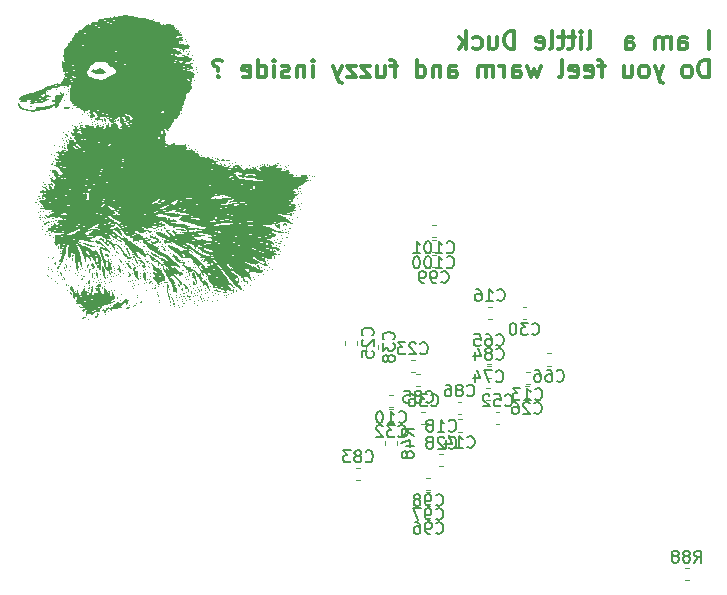
<source format=gbr>
%TF.GenerationSoftware,KiCad,Pcbnew,(5.99.0-3304-gcc86630f1-dirty)*%
%TF.CreationDate,2021-01-15T17:35:11+01:00*%
%TF.ProjectId,FD,46442e6b-6963-4616-945f-706362585858,rev?*%
%TF.SameCoordinates,Original*%
%TF.FileFunction,Legend,Bot*%
%TF.FilePolarity,Positive*%
%FSLAX46Y46*%
G04 Gerber Fmt 4.6, Leading zero omitted, Abs format (unit mm)*
G04 Created by KiCad (PCBNEW (5.99.0-3304-gcc86630f1-dirty)) date 2021-01-15 17:35:11*
%MOMM*%
%LPD*%
G01*
G04 APERTURE LIST*
%ADD10C,0.300000*%
%ADD11C,0.150000*%
%ADD12C,0.120000*%
G04 APERTURE END LIST*
D10*
X199607857Y-28341071D02*
X199607857Y-26841071D01*
X197107857Y-28341071D02*
X197107857Y-27555357D01*
X197179285Y-27412500D01*
X197322142Y-27341071D01*
X197607857Y-27341071D01*
X197750714Y-27412500D01*
X197107857Y-28269642D02*
X197250714Y-28341071D01*
X197607857Y-28341071D01*
X197750714Y-28269642D01*
X197822142Y-28126785D01*
X197822142Y-27983928D01*
X197750714Y-27841071D01*
X197607857Y-27769642D01*
X197250714Y-27769642D01*
X197107857Y-27698214D01*
X196393571Y-28341071D02*
X196393571Y-27341071D01*
X196393571Y-27483928D02*
X196322142Y-27412500D01*
X196179285Y-27341071D01*
X195965000Y-27341071D01*
X195822142Y-27412500D01*
X195750714Y-27555357D01*
X195750714Y-28341071D01*
X195750714Y-27555357D02*
X195679285Y-27412500D01*
X195536428Y-27341071D01*
X195322142Y-27341071D01*
X195179285Y-27412500D01*
X195107857Y-27555357D01*
X195107857Y-28341071D01*
X192607857Y-28341071D02*
X192607857Y-27555357D01*
X192679285Y-27412500D01*
X192822142Y-27341071D01*
X193107857Y-27341071D01*
X193250714Y-27412500D01*
X192607857Y-28269642D02*
X192750714Y-28341071D01*
X193107857Y-28341071D01*
X193250714Y-28269642D01*
X193322142Y-28126785D01*
X193322142Y-27983928D01*
X193250714Y-27841071D01*
X193107857Y-27769642D01*
X192750714Y-27769642D01*
X192607857Y-27698214D01*
X189393571Y-28341071D02*
X189536428Y-28269642D01*
X189607857Y-28126785D01*
X189607857Y-26841071D01*
X188822142Y-28341071D02*
X188822142Y-27341071D01*
X188822142Y-26841071D02*
X188893571Y-26912500D01*
X188822142Y-26983928D01*
X188750714Y-26912500D01*
X188822142Y-26841071D01*
X188822142Y-26983928D01*
X188322142Y-27341071D02*
X187750714Y-27341071D01*
X188107857Y-26841071D02*
X188107857Y-28126785D01*
X188036428Y-28269642D01*
X187893571Y-28341071D01*
X187750714Y-28341071D01*
X187465000Y-27341071D02*
X186893571Y-27341071D01*
X187250714Y-26841071D02*
X187250714Y-28126785D01*
X187179285Y-28269642D01*
X187036428Y-28341071D01*
X186893571Y-28341071D01*
X186179285Y-28341071D02*
X186322142Y-28269642D01*
X186393571Y-28126785D01*
X186393571Y-26841071D01*
X185036428Y-28269642D02*
X185179285Y-28341071D01*
X185465000Y-28341071D01*
X185607857Y-28269642D01*
X185679285Y-28126785D01*
X185679285Y-27555357D01*
X185607857Y-27412500D01*
X185465000Y-27341071D01*
X185179285Y-27341071D01*
X185036428Y-27412500D01*
X184965000Y-27555357D01*
X184965000Y-27698214D01*
X185679285Y-27841071D01*
X183179285Y-28341071D02*
X183179285Y-26841071D01*
X182822142Y-26841071D01*
X182607857Y-26912500D01*
X182465000Y-27055357D01*
X182393571Y-27198214D01*
X182322142Y-27483928D01*
X182322142Y-27698214D01*
X182393571Y-27983928D01*
X182465000Y-28126785D01*
X182607857Y-28269642D01*
X182822142Y-28341071D01*
X183179285Y-28341071D01*
X181036428Y-27341071D02*
X181036428Y-28341071D01*
X181679285Y-27341071D02*
X181679285Y-28126785D01*
X181607857Y-28269642D01*
X181465000Y-28341071D01*
X181250714Y-28341071D01*
X181107857Y-28269642D01*
X181036428Y-28198214D01*
X179679285Y-28269642D02*
X179822142Y-28341071D01*
X180107857Y-28341071D01*
X180250714Y-28269642D01*
X180322142Y-28198214D01*
X180393571Y-28055357D01*
X180393571Y-27626785D01*
X180322142Y-27483928D01*
X180250714Y-27412500D01*
X180107857Y-27341071D01*
X179822142Y-27341071D01*
X179679285Y-27412500D01*
X179036428Y-28341071D02*
X179036428Y-26841071D01*
X178893571Y-27769642D02*
X178465000Y-28341071D01*
X178465000Y-27341071D02*
X179036428Y-27912500D01*
X199607857Y-30756071D02*
X199607857Y-29256071D01*
X199250714Y-29256071D01*
X199036428Y-29327500D01*
X198893571Y-29470357D01*
X198822142Y-29613214D01*
X198750714Y-29898928D01*
X198750714Y-30113214D01*
X198822142Y-30398928D01*
X198893571Y-30541785D01*
X199036428Y-30684642D01*
X199250714Y-30756071D01*
X199607857Y-30756071D01*
X197893571Y-30756071D02*
X198036428Y-30684642D01*
X198107857Y-30613214D01*
X198179285Y-30470357D01*
X198179285Y-30041785D01*
X198107857Y-29898928D01*
X198036428Y-29827500D01*
X197893571Y-29756071D01*
X197679285Y-29756071D01*
X197536428Y-29827500D01*
X197465000Y-29898928D01*
X197393571Y-30041785D01*
X197393571Y-30470357D01*
X197465000Y-30613214D01*
X197536428Y-30684642D01*
X197679285Y-30756071D01*
X197893571Y-30756071D01*
X195750714Y-29756071D02*
X195393571Y-30756071D01*
X195036428Y-29756071D02*
X195393571Y-30756071D01*
X195536428Y-31113214D01*
X195607857Y-31184642D01*
X195750714Y-31256071D01*
X194250714Y-30756071D02*
X194393571Y-30684642D01*
X194465000Y-30613214D01*
X194536428Y-30470357D01*
X194536428Y-30041785D01*
X194465000Y-29898928D01*
X194393571Y-29827500D01*
X194250714Y-29756071D01*
X194036428Y-29756071D01*
X193893571Y-29827500D01*
X193822142Y-29898928D01*
X193750714Y-30041785D01*
X193750714Y-30470357D01*
X193822142Y-30613214D01*
X193893571Y-30684642D01*
X194036428Y-30756071D01*
X194250714Y-30756071D01*
X192465000Y-29756071D02*
X192465000Y-30756071D01*
X193107857Y-29756071D02*
X193107857Y-30541785D01*
X193036428Y-30684642D01*
X192893571Y-30756071D01*
X192679285Y-30756071D01*
X192536428Y-30684642D01*
X192465000Y-30613214D01*
X190822142Y-29756071D02*
X190250714Y-29756071D01*
X190607857Y-30756071D02*
X190607857Y-29470357D01*
X190536428Y-29327500D01*
X190393571Y-29256071D01*
X190250714Y-29256071D01*
X189179285Y-30684642D02*
X189322142Y-30756071D01*
X189607857Y-30756071D01*
X189750714Y-30684642D01*
X189822142Y-30541785D01*
X189822142Y-29970357D01*
X189750714Y-29827500D01*
X189607857Y-29756071D01*
X189322142Y-29756071D01*
X189179285Y-29827500D01*
X189107857Y-29970357D01*
X189107857Y-30113214D01*
X189822142Y-30256071D01*
X187893571Y-30684642D02*
X188036428Y-30756071D01*
X188322142Y-30756071D01*
X188464999Y-30684642D01*
X188536428Y-30541785D01*
X188536428Y-29970357D01*
X188464999Y-29827500D01*
X188322142Y-29756071D01*
X188036428Y-29756071D01*
X187893571Y-29827500D01*
X187822142Y-29970357D01*
X187822142Y-30113214D01*
X188536428Y-30256071D01*
X186964999Y-30756071D02*
X187107857Y-30684642D01*
X187179285Y-30541785D01*
X187179285Y-29256071D01*
X185393571Y-29756071D02*
X185107857Y-30756071D01*
X184822142Y-30041785D01*
X184536428Y-30756071D01*
X184250714Y-29756071D01*
X183036428Y-30756071D02*
X183036428Y-29970357D01*
X183107857Y-29827500D01*
X183250714Y-29756071D01*
X183536428Y-29756071D01*
X183679285Y-29827500D01*
X183036428Y-30684642D02*
X183179285Y-30756071D01*
X183536428Y-30756071D01*
X183679285Y-30684642D01*
X183750714Y-30541785D01*
X183750714Y-30398928D01*
X183679285Y-30256071D01*
X183536428Y-30184642D01*
X183179285Y-30184642D01*
X183036428Y-30113214D01*
X182322142Y-30756071D02*
X182322142Y-29756071D01*
X182322142Y-30041785D02*
X182250714Y-29898928D01*
X182179285Y-29827500D01*
X182036428Y-29756071D01*
X181893571Y-29756071D01*
X181393571Y-30756071D02*
X181393571Y-29756071D01*
X181393571Y-29898928D02*
X181322142Y-29827500D01*
X181179285Y-29756071D01*
X180964999Y-29756071D01*
X180822142Y-29827500D01*
X180750714Y-29970357D01*
X180750714Y-30756071D01*
X180750714Y-29970357D02*
X180679285Y-29827500D01*
X180536428Y-29756071D01*
X180322142Y-29756071D01*
X180179285Y-29827500D01*
X180107857Y-29970357D01*
X180107857Y-30756071D01*
X177607857Y-30756071D02*
X177607857Y-29970357D01*
X177679285Y-29827500D01*
X177822142Y-29756071D01*
X178107857Y-29756071D01*
X178250714Y-29827500D01*
X177607857Y-30684642D02*
X177750714Y-30756071D01*
X178107857Y-30756071D01*
X178250714Y-30684642D01*
X178322142Y-30541785D01*
X178322142Y-30398928D01*
X178250714Y-30256071D01*
X178107857Y-30184642D01*
X177750714Y-30184642D01*
X177607857Y-30113214D01*
X176893571Y-29756071D02*
X176893571Y-30756071D01*
X176893571Y-29898928D02*
X176822142Y-29827500D01*
X176679285Y-29756071D01*
X176464999Y-29756071D01*
X176322142Y-29827500D01*
X176250714Y-29970357D01*
X176250714Y-30756071D01*
X174893571Y-30756071D02*
X174893571Y-29256071D01*
X174893571Y-30684642D02*
X175036428Y-30756071D01*
X175322142Y-30756071D01*
X175464999Y-30684642D01*
X175536428Y-30613214D01*
X175607857Y-30470357D01*
X175607857Y-30041785D01*
X175536428Y-29898928D01*
X175464999Y-29827500D01*
X175322142Y-29756071D01*
X175036428Y-29756071D01*
X174893571Y-29827500D01*
X173250714Y-29756071D02*
X172679285Y-29756071D01*
X173036428Y-30756071D02*
X173036428Y-29470357D01*
X172964999Y-29327500D01*
X172822142Y-29256071D01*
X172679285Y-29256071D01*
X171536428Y-29756071D02*
X171536428Y-30756071D01*
X172179285Y-29756071D02*
X172179285Y-30541785D01*
X172107857Y-30684642D01*
X171964999Y-30756071D01*
X171750714Y-30756071D01*
X171607857Y-30684642D01*
X171536428Y-30613214D01*
X170964999Y-29756071D02*
X170179285Y-29756071D01*
X170964999Y-30756071D01*
X170179285Y-30756071D01*
X169750714Y-29756071D02*
X168964999Y-29756071D01*
X169750714Y-30756071D01*
X168964999Y-30756071D01*
X168536428Y-29756071D02*
X168179285Y-30756071D01*
X167822142Y-29756071D02*
X168179285Y-30756071D01*
X168322142Y-31113214D01*
X168393571Y-31184642D01*
X168536428Y-31256071D01*
X166107857Y-30756071D02*
X166107857Y-29756071D01*
X166107857Y-29256071D02*
X166179285Y-29327500D01*
X166107857Y-29398928D01*
X166036428Y-29327500D01*
X166107857Y-29256071D01*
X166107857Y-29398928D01*
X165393571Y-29756071D02*
X165393571Y-30756071D01*
X165393571Y-29898928D02*
X165322142Y-29827500D01*
X165179285Y-29756071D01*
X164964999Y-29756071D01*
X164822142Y-29827500D01*
X164750714Y-29970357D01*
X164750714Y-30756071D01*
X164107857Y-30684642D02*
X163964999Y-30756071D01*
X163679285Y-30756071D01*
X163536428Y-30684642D01*
X163464999Y-30541785D01*
X163464999Y-30470357D01*
X163536428Y-30327500D01*
X163679285Y-30256071D01*
X163893571Y-30256071D01*
X164036428Y-30184642D01*
X164107857Y-30041785D01*
X164107857Y-29970357D01*
X164036428Y-29827500D01*
X163893571Y-29756071D01*
X163679285Y-29756071D01*
X163536428Y-29827500D01*
X162822142Y-30756071D02*
X162822142Y-29756071D01*
X162822142Y-29256071D02*
X162893571Y-29327500D01*
X162822142Y-29398928D01*
X162750714Y-29327500D01*
X162822142Y-29256071D01*
X162822142Y-29398928D01*
X161464999Y-30756071D02*
X161464999Y-29256071D01*
X161464999Y-30684642D02*
X161607857Y-30756071D01*
X161893571Y-30756071D01*
X162036428Y-30684642D01*
X162107857Y-30613214D01*
X162179285Y-30470357D01*
X162179285Y-30041785D01*
X162107857Y-29898928D01*
X162036428Y-29827500D01*
X161893571Y-29756071D01*
X161607857Y-29756071D01*
X161464999Y-29827500D01*
X160179285Y-30684642D02*
X160322142Y-30756071D01*
X160607857Y-30756071D01*
X160750714Y-30684642D01*
X160822142Y-30541785D01*
X160822142Y-29970357D01*
X160750714Y-29827500D01*
X160607857Y-29756071D01*
X160322142Y-29756071D01*
X160179285Y-29827500D01*
X160107857Y-29970357D01*
X160107857Y-30113214D01*
X160822142Y-30256071D01*
X158107857Y-30613214D02*
X158036428Y-30684642D01*
X158107857Y-30756071D01*
X158179285Y-30684642D01*
X158107857Y-30613214D01*
X158107857Y-30756071D01*
X158393571Y-29327500D02*
X158250714Y-29256071D01*
X157893571Y-29256071D01*
X157750714Y-29327500D01*
X157679285Y-29470357D01*
X157679285Y-29613214D01*
X157750714Y-29756071D01*
X157822142Y-29827500D01*
X157964999Y-29898928D01*
X158036428Y-29970357D01*
X158107857Y-30113214D01*
X158107857Y-30184642D01*
D11*
%TO.C,C52*%
X182382857Y-58507142D02*
X182430476Y-58554761D01*
X182573333Y-58602380D01*
X182668571Y-58602380D01*
X182811428Y-58554761D01*
X182906666Y-58459523D01*
X182954285Y-58364285D01*
X183001904Y-58173809D01*
X183001904Y-58030952D01*
X182954285Y-57840476D01*
X182906666Y-57745238D01*
X182811428Y-57650000D01*
X182668571Y-57602380D01*
X182573333Y-57602380D01*
X182430476Y-57650000D01*
X182382857Y-57697619D01*
X181478095Y-57602380D02*
X181954285Y-57602380D01*
X182001904Y-58078571D01*
X181954285Y-58030952D01*
X181859047Y-57983333D01*
X181620952Y-57983333D01*
X181525714Y-58030952D01*
X181478095Y-58078571D01*
X181430476Y-58173809D01*
X181430476Y-58411904D01*
X181478095Y-58507142D01*
X181525714Y-58554761D01*
X181620952Y-58602380D01*
X181859047Y-58602380D01*
X181954285Y-58554761D01*
X182001904Y-58507142D01*
X181049523Y-57697619D02*
X181001904Y-57650000D01*
X180906666Y-57602380D01*
X180668571Y-57602380D01*
X180573333Y-57650000D01*
X180525714Y-57697619D01*
X180478095Y-57792857D01*
X180478095Y-57888095D01*
X180525714Y-58030952D01*
X181097142Y-58602380D01*
X180478095Y-58602380D01*
%TO.C,C74*%
X181612857Y-56467142D02*
X181660476Y-56514761D01*
X181803333Y-56562380D01*
X181898571Y-56562380D01*
X182041428Y-56514761D01*
X182136666Y-56419523D01*
X182184285Y-56324285D01*
X182231904Y-56133809D01*
X182231904Y-55990952D01*
X182184285Y-55800476D01*
X182136666Y-55705238D01*
X182041428Y-55610000D01*
X181898571Y-55562380D01*
X181803333Y-55562380D01*
X181660476Y-55610000D01*
X181612857Y-55657619D01*
X181279523Y-55562380D02*
X180612857Y-55562380D01*
X181041428Y-56562380D01*
X179803333Y-55895714D02*
X179803333Y-56562380D01*
X180041428Y-55514761D02*
X180279523Y-56229047D01*
X179660476Y-56229047D01*
%TO.C,R88*%
X198412857Y-71832380D02*
X198746190Y-71356190D01*
X198984285Y-71832380D02*
X198984285Y-70832380D01*
X198603333Y-70832380D01*
X198508095Y-70880000D01*
X198460476Y-70927619D01*
X198412857Y-71022857D01*
X198412857Y-71165714D01*
X198460476Y-71260952D01*
X198508095Y-71308571D01*
X198603333Y-71356190D01*
X198984285Y-71356190D01*
X197841428Y-71260952D02*
X197936666Y-71213333D01*
X197984285Y-71165714D01*
X198031904Y-71070476D01*
X198031904Y-71022857D01*
X197984285Y-70927619D01*
X197936666Y-70880000D01*
X197841428Y-70832380D01*
X197650952Y-70832380D01*
X197555714Y-70880000D01*
X197508095Y-70927619D01*
X197460476Y-71022857D01*
X197460476Y-71070476D01*
X197508095Y-71165714D01*
X197555714Y-71213333D01*
X197650952Y-71260952D01*
X197841428Y-71260952D01*
X197936666Y-71308571D01*
X197984285Y-71356190D01*
X198031904Y-71451428D01*
X198031904Y-71641904D01*
X197984285Y-71737142D01*
X197936666Y-71784761D01*
X197841428Y-71832380D01*
X197650952Y-71832380D01*
X197555714Y-71784761D01*
X197508095Y-71737142D01*
X197460476Y-71641904D01*
X197460476Y-71451428D01*
X197508095Y-71356190D01*
X197555714Y-71308571D01*
X197650952Y-71260952D01*
X196889047Y-71260952D02*
X196984285Y-71213333D01*
X197031904Y-71165714D01*
X197079523Y-71070476D01*
X197079523Y-71022857D01*
X197031904Y-70927619D01*
X196984285Y-70880000D01*
X196889047Y-70832380D01*
X196698571Y-70832380D01*
X196603333Y-70880000D01*
X196555714Y-70927619D01*
X196508095Y-71022857D01*
X196508095Y-71070476D01*
X196555714Y-71165714D01*
X196603333Y-71213333D01*
X196698571Y-71260952D01*
X196889047Y-71260952D01*
X196984285Y-71308571D01*
X197031904Y-71356190D01*
X197079523Y-71451428D01*
X197079523Y-71641904D01*
X197031904Y-71737142D01*
X196984285Y-71784761D01*
X196889047Y-71832380D01*
X196698571Y-71832380D01*
X196603333Y-71784761D01*
X196555714Y-71737142D01*
X196508095Y-71641904D01*
X196508095Y-71451428D01*
X196555714Y-71356190D01*
X196603333Y-71308571D01*
X196698571Y-71260952D01*
%TO.C,C13*%
X184930357Y-57987142D02*
X184977976Y-58034761D01*
X185120833Y-58082380D01*
X185216071Y-58082380D01*
X185358928Y-58034761D01*
X185454166Y-57939523D01*
X185501785Y-57844285D01*
X185549404Y-57653809D01*
X185549404Y-57510952D01*
X185501785Y-57320476D01*
X185454166Y-57225238D01*
X185358928Y-57130000D01*
X185216071Y-57082380D01*
X185120833Y-57082380D01*
X184977976Y-57130000D01*
X184930357Y-57177619D01*
X183977976Y-58082380D02*
X184549404Y-58082380D01*
X184263690Y-58082380D02*
X184263690Y-57082380D01*
X184358928Y-57225238D01*
X184454166Y-57320476D01*
X184549404Y-57368095D01*
X183644642Y-57082380D02*
X183025595Y-57082380D01*
X183358928Y-57463333D01*
X183216071Y-57463333D01*
X183120833Y-57510952D01*
X183073214Y-57558571D01*
X183025595Y-57653809D01*
X183025595Y-57891904D01*
X183073214Y-57987142D01*
X183120833Y-58034761D01*
X183216071Y-58082380D01*
X183501785Y-58082380D01*
X183597023Y-58034761D01*
X183644642Y-57987142D01*
%TO.C,C84*%
X181645357Y-54587142D02*
X181692976Y-54634761D01*
X181835833Y-54682380D01*
X181931071Y-54682380D01*
X182073928Y-54634761D01*
X182169166Y-54539523D01*
X182216785Y-54444285D01*
X182264404Y-54253809D01*
X182264404Y-54110952D01*
X182216785Y-53920476D01*
X182169166Y-53825238D01*
X182073928Y-53730000D01*
X181931071Y-53682380D01*
X181835833Y-53682380D01*
X181692976Y-53730000D01*
X181645357Y-53777619D01*
X181073928Y-54110952D02*
X181169166Y-54063333D01*
X181216785Y-54015714D01*
X181264404Y-53920476D01*
X181264404Y-53872857D01*
X181216785Y-53777619D01*
X181169166Y-53730000D01*
X181073928Y-53682380D01*
X180883452Y-53682380D01*
X180788214Y-53730000D01*
X180740595Y-53777619D01*
X180692976Y-53872857D01*
X180692976Y-53920476D01*
X180740595Y-54015714D01*
X180788214Y-54063333D01*
X180883452Y-54110952D01*
X181073928Y-54110952D01*
X181169166Y-54158571D01*
X181216785Y-54206190D01*
X181264404Y-54301428D01*
X181264404Y-54491904D01*
X181216785Y-54587142D01*
X181169166Y-54634761D01*
X181073928Y-54682380D01*
X180883452Y-54682380D01*
X180788214Y-54634761D01*
X180740595Y-54587142D01*
X180692976Y-54491904D01*
X180692976Y-54301428D01*
X180740595Y-54206190D01*
X180788214Y-54158571D01*
X180883452Y-54110952D01*
X179835833Y-54015714D02*
X179835833Y-54682380D01*
X180073928Y-53634761D02*
X180312023Y-54349047D01*
X179692976Y-54349047D01*
%TO.C,C26*%
X184860357Y-59157142D02*
X184907976Y-59204761D01*
X185050833Y-59252380D01*
X185146071Y-59252380D01*
X185288928Y-59204761D01*
X185384166Y-59109523D01*
X185431785Y-59014285D01*
X185479404Y-58823809D01*
X185479404Y-58680952D01*
X185431785Y-58490476D01*
X185384166Y-58395238D01*
X185288928Y-58300000D01*
X185146071Y-58252380D01*
X185050833Y-58252380D01*
X184907976Y-58300000D01*
X184860357Y-58347619D01*
X184479404Y-58347619D02*
X184431785Y-58300000D01*
X184336547Y-58252380D01*
X184098452Y-58252380D01*
X184003214Y-58300000D01*
X183955595Y-58347619D01*
X183907976Y-58442857D01*
X183907976Y-58538095D01*
X183955595Y-58680952D01*
X184527023Y-59252380D01*
X183907976Y-59252380D01*
X183050833Y-58252380D02*
X183241309Y-58252380D01*
X183336547Y-58300000D01*
X183384166Y-58347619D01*
X183479404Y-58490476D01*
X183527023Y-58680952D01*
X183527023Y-59061904D01*
X183479404Y-59157142D01*
X183431785Y-59204761D01*
X183336547Y-59252380D01*
X183146071Y-59252380D01*
X183050833Y-59204761D01*
X183003214Y-59157142D01*
X182955595Y-59061904D01*
X182955595Y-58823809D01*
X183003214Y-58728571D01*
X183050833Y-58680952D01*
X183146071Y-58633333D01*
X183336547Y-58633333D01*
X183431785Y-58680952D01*
X183479404Y-58728571D01*
X183527023Y-58823809D01*
%TO.C,C36*%
X176110357Y-58497142D02*
X176157976Y-58544761D01*
X176300833Y-58592380D01*
X176396071Y-58592380D01*
X176538928Y-58544761D01*
X176634166Y-58449523D01*
X176681785Y-58354285D01*
X176729404Y-58163809D01*
X176729404Y-58020952D01*
X176681785Y-57830476D01*
X176634166Y-57735238D01*
X176538928Y-57640000D01*
X176396071Y-57592380D01*
X176300833Y-57592380D01*
X176157976Y-57640000D01*
X176110357Y-57687619D01*
X175777023Y-57592380D02*
X175157976Y-57592380D01*
X175491309Y-57973333D01*
X175348452Y-57973333D01*
X175253214Y-58020952D01*
X175205595Y-58068571D01*
X175157976Y-58163809D01*
X175157976Y-58401904D01*
X175205595Y-58497142D01*
X175253214Y-58544761D01*
X175348452Y-58592380D01*
X175634166Y-58592380D01*
X175729404Y-58544761D01*
X175777023Y-58497142D01*
X174300833Y-57592380D02*
X174491309Y-57592380D01*
X174586547Y-57640000D01*
X174634166Y-57687619D01*
X174729404Y-57830476D01*
X174777023Y-58020952D01*
X174777023Y-58401904D01*
X174729404Y-58497142D01*
X174681785Y-58544761D01*
X174586547Y-58592380D01*
X174396071Y-58592380D01*
X174300833Y-58544761D01*
X174253214Y-58497142D01*
X174205595Y-58401904D01*
X174205595Y-58163809D01*
X174253214Y-58068571D01*
X174300833Y-58020952D01*
X174396071Y-57973333D01*
X174586547Y-57973333D01*
X174681785Y-58020952D01*
X174729404Y-58068571D01*
X174777023Y-58163809D01*
%TO.C,C28*%
X177622857Y-62087142D02*
X177670476Y-62134761D01*
X177813333Y-62182380D01*
X177908571Y-62182380D01*
X178051428Y-62134761D01*
X178146666Y-62039523D01*
X178194285Y-61944285D01*
X178241904Y-61753809D01*
X178241904Y-61610952D01*
X178194285Y-61420476D01*
X178146666Y-61325238D01*
X178051428Y-61230000D01*
X177908571Y-61182380D01*
X177813333Y-61182380D01*
X177670476Y-61230000D01*
X177622857Y-61277619D01*
X177241904Y-61277619D02*
X177194285Y-61230000D01*
X177099047Y-61182380D01*
X176860952Y-61182380D01*
X176765714Y-61230000D01*
X176718095Y-61277619D01*
X176670476Y-61372857D01*
X176670476Y-61468095D01*
X176718095Y-61610952D01*
X177289523Y-62182380D01*
X176670476Y-62182380D01*
X176099047Y-61610952D02*
X176194285Y-61563333D01*
X176241904Y-61515714D01*
X176289523Y-61420476D01*
X176289523Y-61372857D01*
X176241904Y-61277619D01*
X176194285Y-61230000D01*
X176099047Y-61182380D01*
X175908571Y-61182380D01*
X175813333Y-61230000D01*
X175765714Y-61277619D01*
X175718095Y-61372857D01*
X175718095Y-61420476D01*
X175765714Y-61515714D01*
X175813333Y-61563333D01*
X175908571Y-61610952D01*
X176099047Y-61610952D01*
X176194285Y-61658571D01*
X176241904Y-61706190D01*
X176289523Y-61801428D01*
X176289523Y-61991904D01*
X176241904Y-62087142D01*
X176194285Y-62134761D01*
X176099047Y-62182380D01*
X175908571Y-62182380D01*
X175813333Y-62134761D01*
X175765714Y-62087142D01*
X175718095Y-61991904D01*
X175718095Y-61801428D01*
X175765714Y-61706190D01*
X175813333Y-61658571D01*
X175908571Y-61610952D01*
D10*
%TO.C,G\u002A\u002A\u002A*%
X155732571Y-37968000D02*
X155877714Y-37895428D01*
X156095428Y-37895428D01*
X156313142Y-37968000D01*
X156458285Y-38113142D01*
X156530857Y-38258285D01*
X156603428Y-38548571D01*
X156603428Y-38766285D01*
X156530857Y-39056571D01*
X156458285Y-39201714D01*
X156313142Y-39346857D01*
X156095428Y-39419428D01*
X155950285Y-39419428D01*
X155732571Y-39346857D01*
X155660000Y-39274285D01*
X155660000Y-38766285D01*
X155950285Y-38766285D01*
X154789142Y-37895428D02*
X154789142Y-38258285D01*
X155152000Y-38113142D02*
X154789142Y-38258285D01*
X154426285Y-38113142D01*
X155006857Y-38548571D02*
X154789142Y-38258285D01*
X154571428Y-38548571D01*
X153628000Y-37895428D02*
X153628000Y-38258285D01*
X153990857Y-38113142D02*
X153628000Y-38258285D01*
X153265142Y-38113142D01*
X153845714Y-38548571D02*
X153628000Y-38258285D01*
X153410285Y-38548571D01*
X152466857Y-37895428D02*
X152466857Y-38258285D01*
X152829714Y-38113142D02*
X152466857Y-38258285D01*
X152104000Y-38113142D01*
X152684571Y-38548571D02*
X152466857Y-38258285D01*
X152249142Y-38548571D01*
D11*
%TO.C,C23*%
X175212857Y-54097142D02*
X175260476Y-54144761D01*
X175403333Y-54192380D01*
X175498571Y-54192380D01*
X175641428Y-54144761D01*
X175736666Y-54049523D01*
X175784285Y-53954285D01*
X175831904Y-53763809D01*
X175831904Y-53620952D01*
X175784285Y-53430476D01*
X175736666Y-53335238D01*
X175641428Y-53240000D01*
X175498571Y-53192380D01*
X175403333Y-53192380D01*
X175260476Y-53240000D01*
X175212857Y-53287619D01*
X174831904Y-53287619D02*
X174784285Y-53240000D01*
X174689047Y-53192380D01*
X174450952Y-53192380D01*
X174355714Y-53240000D01*
X174308095Y-53287619D01*
X174260476Y-53382857D01*
X174260476Y-53478095D01*
X174308095Y-53620952D01*
X174879523Y-54192380D01*
X174260476Y-54192380D01*
X173927142Y-53192380D02*
X173308095Y-53192380D01*
X173641428Y-53573333D01*
X173498571Y-53573333D01*
X173403333Y-53620952D01*
X173355714Y-53668571D01*
X173308095Y-53763809D01*
X173308095Y-54001904D01*
X173355714Y-54097142D01*
X173403333Y-54144761D01*
X173498571Y-54192380D01*
X173784285Y-54192380D01*
X173879523Y-54144761D01*
X173927142Y-54097142D01*
%TO.C,R48*%
X174632380Y-61087142D02*
X174156190Y-60753809D01*
X174632380Y-60515714D02*
X173632380Y-60515714D01*
X173632380Y-60896666D01*
X173680000Y-60991904D01*
X173727619Y-61039523D01*
X173822857Y-61087142D01*
X173965714Y-61087142D01*
X174060952Y-61039523D01*
X174108571Y-60991904D01*
X174156190Y-60896666D01*
X174156190Y-60515714D01*
X173965714Y-61944285D02*
X174632380Y-61944285D01*
X173584761Y-61706190D02*
X174299047Y-61468095D01*
X174299047Y-62087142D01*
X174060952Y-62610952D02*
X174013333Y-62515714D01*
X173965714Y-62468095D01*
X173870476Y-62420476D01*
X173822857Y-62420476D01*
X173727619Y-62468095D01*
X173680000Y-62515714D01*
X173632380Y-62610952D01*
X173632380Y-62801428D01*
X173680000Y-62896666D01*
X173727619Y-62944285D01*
X173822857Y-62991904D01*
X173870476Y-62991904D01*
X173965714Y-62944285D01*
X174013333Y-62896666D01*
X174060952Y-62801428D01*
X174060952Y-62610952D01*
X174108571Y-62515714D01*
X174156190Y-62468095D01*
X174251428Y-62420476D01*
X174441904Y-62420476D01*
X174537142Y-62468095D01*
X174584761Y-62515714D01*
X174632380Y-62610952D01*
X174632380Y-62801428D01*
X174584761Y-62896666D01*
X174537142Y-62944285D01*
X174441904Y-62991904D01*
X174251428Y-62991904D01*
X174156190Y-62944285D01*
X174108571Y-62896666D01*
X174060952Y-62801428D01*
%TO.C,C66*%
X186752857Y-56427142D02*
X186800476Y-56474761D01*
X186943333Y-56522380D01*
X187038571Y-56522380D01*
X187181428Y-56474761D01*
X187276666Y-56379523D01*
X187324285Y-56284285D01*
X187371904Y-56093809D01*
X187371904Y-55950952D01*
X187324285Y-55760476D01*
X187276666Y-55665238D01*
X187181428Y-55570000D01*
X187038571Y-55522380D01*
X186943333Y-55522380D01*
X186800476Y-55570000D01*
X186752857Y-55617619D01*
X185895714Y-55522380D02*
X186086190Y-55522380D01*
X186181428Y-55570000D01*
X186229047Y-55617619D01*
X186324285Y-55760476D01*
X186371904Y-55950952D01*
X186371904Y-56331904D01*
X186324285Y-56427142D01*
X186276666Y-56474761D01*
X186181428Y-56522380D01*
X185990952Y-56522380D01*
X185895714Y-56474761D01*
X185848095Y-56427142D01*
X185800476Y-56331904D01*
X185800476Y-56093809D01*
X185848095Y-55998571D01*
X185895714Y-55950952D01*
X185990952Y-55903333D01*
X186181428Y-55903333D01*
X186276666Y-55950952D01*
X186324285Y-55998571D01*
X186371904Y-56093809D01*
X184943333Y-55522380D02*
X185133809Y-55522380D01*
X185229047Y-55570000D01*
X185276666Y-55617619D01*
X185371904Y-55760476D01*
X185419523Y-55950952D01*
X185419523Y-56331904D01*
X185371904Y-56427142D01*
X185324285Y-56474761D01*
X185229047Y-56522380D01*
X185038571Y-56522380D01*
X184943333Y-56474761D01*
X184895714Y-56427142D01*
X184848095Y-56331904D01*
X184848095Y-56093809D01*
X184895714Y-55998571D01*
X184943333Y-55950952D01*
X185038571Y-55903333D01*
X185229047Y-55903333D01*
X185324285Y-55950952D01*
X185371904Y-55998571D01*
X185419523Y-56093809D01*
%TO.C,C14*%
X179182857Y-62017142D02*
X179230476Y-62064761D01*
X179373333Y-62112380D01*
X179468571Y-62112380D01*
X179611428Y-62064761D01*
X179706666Y-61969523D01*
X179754285Y-61874285D01*
X179801904Y-61683809D01*
X179801904Y-61540952D01*
X179754285Y-61350476D01*
X179706666Y-61255238D01*
X179611428Y-61160000D01*
X179468571Y-61112380D01*
X179373333Y-61112380D01*
X179230476Y-61160000D01*
X179182857Y-61207619D01*
X178230476Y-62112380D02*
X178801904Y-62112380D01*
X178516190Y-62112380D02*
X178516190Y-61112380D01*
X178611428Y-61255238D01*
X178706666Y-61350476D01*
X178801904Y-61398095D01*
X177373333Y-61445714D02*
X177373333Y-62112380D01*
X177611428Y-61064761D02*
X177849523Y-61779047D01*
X177230476Y-61779047D01*
%TO.C,C85*%
X175682857Y-58197142D02*
X175730476Y-58244761D01*
X175873333Y-58292380D01*
X175968571Y-58292380D01*
X176111428Y-58244761D01*
X176206666Y-58149523D01*
X176254285Y-58054285D01*
X176301904Y-57863809D01*
X176301904Y-57720952D01*
X176254285Y-57530476D01*
X176206666Y-57435238D01*
X176111428Y-57340000D01*
X175968571Y-57292380D01*
X175873333Y-57292380D01*
X175730476Y-57340000D01*
X175682857Y-57387619D01*
X175111428Y-57720952D02*
X175206666Y-57673333D01*
X175254285Y-57625714D01*
X175301904Y-57530476D01*
X175301904Y-57482857D01*
X175254285Y-57387619D01*
X175206666Y-57340000D01*
X175111428Y-57292380D01*
X174920952Y-57292380D01*
X174825714Y-57340000D01*
X174778095Y-57387619D01*
X174730476Y-57482857D01*
X174730476Y-57530476D01*
X174778095Y-57625714D01*
X174825714Y-57673333D01*
X174920952Y-57720952D01*
X175111428Y-57720952D01*
X175206666Y-57768571D01*
X175254285Y-57816190D01*
X175301904Y-57911428D01*
X175301904Y-58101904D01*
X175254285Y-58197142D01*
X175206666Y-58244761D01*
X175111428Y-58292380D01*
X174920952Y-58292380D01*
X174825714Y-58244761D01*
X174778095Y-58197142D01*
X174730476Y-58101904D01*
X174730476Y-57911428D01*
X174778095Y-57816190D01*
X174825714Y-57768571D01*
X174920952Y-57720952D01*
X173825714Y-57292380D02*
X174301904Y-57292380D01*
X174349523Y-57768571D01*
X174301904Y-57720952D01*
X174206666Y-57673333D01*
X173968571Y-57673333D01*
X173873333Y-57720952D01*
X173825714Y-57768571D01*
X173778095Y-57863809D01*
X173778095Y-58101904D01*
X173825714Y-58197142D01*
X173873333Y-58244761D01*
X173968571Y-58292380D01*
X174206666Y-58292380D01*
X174301904Y-58244761D01*
X174349523Y-58197142D01*
%TO.C,C18*%
X177625357Y-60647142D02*
X177672976Y-60694761D01*
X177815833Y-60742380D01*
X177911071Y-60742380D01*
X178053928Y-60694761D01*
X178149166Y-60599523D01*
X178196785Y-60504285D01*
X178244404Y-60313809D01*
X178244404Y-60170952D01*
X178196785Y-59980476D01*
X178149166Y-59885238D01*
X178053928Y-59790000D01*
X177911071Y-59742380D01*
X177815833Y-59742380D01*
X177672976Y-59790000D01*
X177625357Y-59837619D01*
X176672976Y-60742380D02*
X177244404Y-60742380D01*
X176958690Y-60742380D02*
X176958690Y-59742380D01*
X177053928Y-59885238D01*
X177149166Y-59980476D01*
X177244404Y-60028095D01*
X176101547Y-60170952D02*
X176196785Y-60123333D01*
X176244404Y-60075714D01*
X176292023Y-59980476D01*
X176292023Y-59932857D01*
X176244404Y-59837619D01*
X176196785Y-59790000D01*
X176101547Y-59742380D01*
X175911071Y-59742380D01*
X175815833Y-59790000D01*
X175768214Y-59837619D01*
X175720595Y-59932857D01*
X175720595Y-59980476D01*
X175768214Y-60075714D01*
X175815833Y-60123333D01*
X175911071Y-60170952D01*
X176101547Y-60170952D01*
X176196785Y-60218571D01*
X176244404Y-60266190D01*
X176292023Y-60361428D01*
X176292023Y-60551904D01*
X176244404Y-60647142D01*
X176196785Y-60694761D01*
X176101547Y-60742380D01*
X175911071Y-60742380D01*
X175815833Y-60694761D01*
X175768214Y-60647142D01*
X175720595Y-60551904D01*
X175720595Y-60361428D01*
X175768214Y-60266190D01*
X175815833Y-60218571D01*
X175911071Y-60170952D01*
%TO.C,C83*%
X170582857Y-63247142D02*
X170630476Y-63294761D01*
X170773333Y-63342380D01*
X170868571Y-63342380D01*
X171011428Y-63294761D01*
X171106666Y-63199523D01*
X171154285Y-63104285D01*
X171201904Y-62913809D01*
X171201904Y-62770952D01*
X171154285Y-62580476D01*
X171106666Y-62485238D01*
X171011428Y-62390000D01*
X170868571Y-62342380D01*
X170773333Y-62342380D01*
X170630476Y-62390000D01*
X170582857Y-62437619D01*
X170011428Y-62770952D02*
X170106666Y-62723333D01*
X170154285Y-62675714D01*
X170201904Y-62580476D01*
X170201904Y-62532857D01*
X170154285Y-62437619D01*
X170106666Y-62390000D01*
X170011428Y-62342380D01*
X169820952Y-62342380D01*
X169725714Y-62390000D01*
X169678095Y-62437619D01*
X169630476Y-62532857D01*
X169630476Y-62580476D01*
X169678095Y-62675714D01*
X169725714Y-62723333D01*
X169820952Y-62770952D01*
X170011428Y-62770952D01*
X170106666Y-62818571D01*
X170154285Y-62866190D01*
X170201904Y-62961428D01*
X170201904Y-63151904D01*
X170154285Y-63247142D01*
X170106666Y-63294761D01*
X170011428Y-63342380D01*
X169820952Y-63342380D01*
X169725714Y-63294761D01*
X169678095Y-63247142D01*
X169630476Y-63151904D01*
X169630476Y-62961428D01*
X169678095Y-62866190D01*
X169725714Y-62818571D01*
X169820952Y-62770952D01*
X169297142Y-62342380D02*
X168678095Y-62342380D01*
X169011428Y-62723333D01*
X168868571Y-62723333D01*
X168773333Y-62770952D01*
X168725714Y-62818571D01*
X168678095Y-62913809D01*
X168678095Y-63151904D01*
X168725714Y-63247142D01*
X168773333Y-63294761D01*
X168868571Y-63342380D01*
X169154285Y-63342380D01*
X169249523Y-63294761D01*
X169297142Y-63247142D01*
%TO.C,C86*%
X179162857Y-57677142D02*
X179210476Y-57724761D01*
X179353333Y-57772380D01*
X179448571Y-57772380D01*
X179591428Y-57724761D01*
X179686666Y-57629523D01*
X179734285Y-57534285D01*
X179781904Y-57343809D01*
X179781904Y-57200952D01*
X179734285Y-57010476D01*
X179686666Y-56915238D01*
X179591428Y-56820000D01*
X179448571Y-56772380D01*
X179353333Y-56772380D01*
X179210476Y-56820000D01*
X179162857Y-56867619D01*
X178591428Y-57200952D02*
X178686666Y-57153333D01*
X178734285Y-57105714D01*
X178781904Y-57010476D01*
X178781904Y-56962857D01*
X178734285Y-56867619D01*
X178686666Y-56820000D01*
X178591428Y-56772380D01*
X178400952Y-56772380D01*
X178305714Y-56820000D01*
X178258095Y-56867619D01*
X178210476Y-56962857D01*
X178210476Y-57010476D01*
X178258095Y-57105714D01*
X178305714Y-57153333D01*
X178400952Y-57200952D01*
X178591428Y-57200952D01*
X178686666Y-57248571D01*
X178734285Y-57296190D01*
X178781904Y-57391428D01*
X178781904Y-57581904D01*
X178734285Y-57677142D01*
X178686666Y-57724761D01*
X178591428Y-57772380D01*
X178400952Y-57772380D01*
X178305714Y-57724761D01*
X178258095Y-57677142D01*
X178210476Y-57581904D01*
X178210476Y-57391428D01*
X178258095Y-57296190D01*
X178305714Y-57248571D01*
X178400952Y-57200952D01*
X177353333Y-56772380D02*
X177543809Y-56772380D01*
X177639047Y-56820000D01*
X177686666Y-56867619D01*
X177781904Y-57010476D01*
X177829523Y-57200952D01*
X177829523Y-57581904D01*
X177781904Y-57677142D01*
X177734285Y-57724761D01*
X177639047Y-57772380D01*
X177448571Y-57772380D01*
X177353333Y-57724761D01*
X177305714Y-57677142D01*
X177258095Y-57581904D01*
X177258095Y-57343809D01*
X177305714Y-57248571D01*
X177353333Y-57200952D01*
X177448571Y-57153333D01*
X177639047Y-57153333D01*
X177734285Y-57200952D01*
X177781904Y-57248571D01*
X177829523Y-57343809D01*
%TO.C,C98*%
X176532857Y-66942142D02*
X176580476Y-66989761D01*
X176723333Y-67037380D01*
X176818571Y-67037380D01*
X176961428Y-66989761D01*
X177056666Y-66894523D01*
X177104285Y-66799285D01*
X177151904Y-66608809D01*
X177151904Y-66465952D01*
X177104285Y-66275476D01*
X177056666Y-66180238D01*
X176961428Y-66085000D01*
X176818571Y-66037380D01*
X176723333Y-66037380D01*
X176580476Y-66085000D01*
X176532857Y-66132619D01*
X176056666Y-67037380D02*
X175866190Y-67037380D01*
X175770952Y-66989761D01*
X175723333Y-66942142D01*
X175628095Y-66799285D01*
X175580476Y-66608809D01*
X175580476Y-66227857D01*
X175628095Y-66132619D01*
X175675714Y-66085000D01*
X175770952Y-66037380D01*
X175961428Y-66037380D01*
X176056666Y-66085000D01*
X176104285Y-66132619D01*
X176151904Y-66227857D01*
X176151904Y-66465952D01*
X176104285Y-66561190D01*
X176056666Y-66608809D01*
X175961428Y-66656428D01*
X175770952Y-66656428D01*
X175675714Y-66608809D01*
X175628095Y-66561190D01*
X175580476Y-66465952D01*
X175009047Y-66465952D02*
X175104285Y-66418333D01*
X175151904Y-66370714D01*
X175199523Y-66275476D01*
X175199523Y-66227857D01*
X175151904Y-66132619D01*
X175104285Y-66085000D01*
X175009047Y-66037380D01*
X174818571Y-66037380D01*
X174723333Y-66085000D01*
X174675714Y-66132619D01*
X174628095Y-66227857D01*
X174628095Y-66275476D01*
X174675714Y-66370714D01*
X174723333Y-66418333D01*
X174818571Y-66465952D01*
X175009047Y-66465952D01*
X175104285Y-66513571D01*
X175151904Y-66561190D01*
X175199523Y-66656428D01*
X175199523Y-66846904D01*
X175151904Y-66942142D01*
X175104285Y-66989761D01*
X175009047Y-67037380D01*
X174818571Y-67037380D01*
X174723333Y-66989761D01*
X174675714Y-66942142D01*
X174628095Y-66846904D01*
X174628095Y-66656428D01*
X174675714Y-66561190D01*
X174723333Y-66513571D01*
X174818571Y-66465952D01*
%TO.C,C32*%
X173352857Y-61117142D02*
X173400476Y-61164761D01*
X173543333Y-61212380D01*
X173638571Y-61212380D01*
X173781428Y-61164761D01*
X173876666Y-61069523D01*
X173924285Y-60974285D01*
X173971904Y-60783809D01*
X173971904Y-60640952D01*
X173924285Y-60450476D01*
X173876666Y-60355238D01*
X173781428Y-60260000D01*
X173638571Y-60212380D01*
X173543333Y-60212380D01*
X173400476Y-60260000D01*
X173352857Y-60307619D01*
X173019523Y-60212380D02*
X172400476Y-60212380D01*
X172733809Y-60593333D01*
X172590952Y-60593333D01*
X172495714Y-60640952D01*
X172448095Y-60688571D01*
X172400476Y-60783809D01*
X172400476Y-61021904D01*
X172448095Y-61117142D01*
X172495714Y-61164761D01*
X172590952Y-61212380D01*
X172876666Y-61212380D01*
X172971904Y-61164761D01*
X173019523Y-61117142D01*
X172019523Y-60307619D02*
X171971904Y-60260000D01*
X171876666Y-60212380D01*
X171638571Y-60212380D01*
X171543333Y-60260000D01*
X171495714Y-60307619D01*
X171448095Y-60402857D01*
X171448095Y-60498095D01*
X171495714Y-60640952D01*
X172067142Y-61212380D01*
X171448095Y-61212380D01*
%TO.C,C96*%
X176540357Y-69302142D02*
X176587976Y-69349761D01*
X176730833Y-69397380D01*
X176826071Y-69397380D01*
X176968928Y-69349761D01*
X177064166Y-69254523D01*
X177111785Y-69159285D01*
X177159404Y-68968809D01*
X177159404Y-68825952D01*
X177111785Y-68635476D01*
X177064166Y-68540238D01*
X176968928Y-68445000D01*
X176826071Y-68397380D01*
X176730833Y-68397380D01*
X176587976Y-68445000D01*
X176540357Y-68492619D01*
X176064166Y-69397380D02*
X175873690Y-69397380D01*
X175778452Y-69349761D01*
X175730833Y-69302142D01*
X175635595Y-69159285D01*
X175587976Y-68968809D01*
X175587976Y-68587857D01*
X175635595Y-68492619D01*
X175683214Y-68445000D01*
X175778452Y-68397380D01*
X175968928Y-68397380D01*
X176064166Y-68445000D01*
X176111785Y-68492619D01*
X176159404Y-68587857D01*
X176159404Y-68825952D01*
X176111785Y-68921190D01*
X176064166Y-68968809D01*
X175968928Y-69016428D01*
X175778452Y-69016428D01*
X175683214Y-68968809D01*
X175635595Y-68921190D01*
X175587976Y-68825952D01*
X174730833Y-68397380D02*
X174921309Y-68397380D01*
X175016547Y-68445000D01*
X175064166Y-68492619D01*
X175159404Y-68635476D01*
X175207023Y-68825952D01*
X175207023Y-69206904D01*
X175159404Y-69302142D01*
X175111785Y-69349761D01*
X175016547Y-69397380D01*
X174826071Y-69397380D01*
X174730833Y-69349761D01*
X174683214Y-69302142D01*
X174635595Y-69206904D01*
X174635595Y-68968809D01*
X174683214Y-68873571D01*
X174730833Y-68825952D01*
X174826071Y-68778333D01*
X175016547Y-68778333D01*
X175111785Y-68825952D01*
X175159404Y-68873571D01*
X175207023Y-68968809D01*
%TO.C,C25*%
X171147142Y-52577142D02*
X171194761Y-52529523D01*
X171242380Y-52386666D01*
X171242380Y-52291428D01*
X171194761Y-52148571D01*
X171099523Y-52053333D01*
X171004285Y-52005714D01*
X170813809Y-51958095D01*
X170670952Y-51958095D01*
X170480476Y-52005714D01*
X170385238Y-52053333D01*
X170290000Y-52148571D01*
X170242380Y-52291428D01*
X170242380Y-52386666D01*
X170290000Y-52529523D01*
X170337619Y-52577142D01*
X170337619Y-52958095D02*
X170290000Y-53005714D01*
X170242380Y-53100952D01*
X170242380Y-53339047D01*
X170290000Y-53434285D01*
X170337619Y-53481904D01*
X170432857Y-53529523D01*
X170528095Y-53529523D01*
X170670952Y-53481904D01*
X171242380Y-52910476D01*
X171242380Y-53529523D01*
X170242380Y-54434285D02*
X170242380Y-53958095D01*
X170718571Y-53910476D01*
X170670952Y-53958095D01*
X170623333Y-54053333D01*
X170623333Y-54291428D01*
X170670952Y-54386666D01*
X170718571Y-54434285D01*
X170813809Y-54481904D01*
X171051904Y-54481904D01*
X171147142Y-54434285D01*
X171194761Y-54386666D01*
X171242380Y-54291428D01*
X171242380Y-54053333D01*
X171194761Y-53958095D01*
X171147142Y-53910476D01*
%TO.C,C65*%
X181642857Y-53407142D02*
X181690476Y-53454761D01*
X181833333Y-53502380D01*
X181928571Y-53502380D01*
X182071428Y-53454761D01*
X182166666Y-53359523D01*
X182214285Y-53264285D01*
X182261904Y-53073809D01*
X182261904Y-52930952D01*
X182214285Y-52740476D01*
X182166666Y-52645238D01*
X182071428Y-52550000D01*
X181928571Y-52502380D01*
X181833333Y-52502380D01*
X181690476Y-52550000D01*
X181642857Y-52597619D01*
X180785714Y-52502380D02*
X180976190Y-52502380D01*
X181071428Y-52550000D01*
X181119047Y-52597619D01*
X181214285Y-52740476D01*
X181261904Y-52930952D01*
X181261904Y-53311904D01*
X181214285Y-53407142D01*
X181166666Y-53454761D01*
X181071428Y-53502380D01*
X180880952Y-53502380D01*
X180785714Y-53454761D01*
X180738095Y-53407142D01*
X180690476Y-53311904D01*
X180690476Y-53073809D01*
X180738095Y-52978571D01*
X180785714Y-52930952D01*
X180880952Y-52883333D01*
X181071428Y-52883333D01*
X181166666Y-52930952D01*
X181214285Y-52978571D01*
X181261904Y-53073809D01*
X179785714Y-52502380D02*
X180261904Y-52502380D01*
X180309523Y-52978571D01*
X180261904Y-52930952D01*
X180166666Y-52883333D01*
X179928571Y-52883333D01*
X179833333Y-52930952D01*
X179785714Y-52978571D01*
X179738095Y-53073809D01*
X179738095Y-53311904D01*
X179785714Y-53407142D01*
X179833333Y-53454761D01*
X179928571Y-53502380D01*
X180166666Y-53502380D01*
X180261904Y-53454761D01*
X180309523Y-53407142D01*
%TO.C,C99*%
X176982857Y-48062142D02*
X177030476Y-48109761D01*
X177173333Y-48157380D01*
X177268571Y-48157380D01*
X177411428Y-48109761D01*
X177506666Y-48014523D01*
X177554285Y-47919285D01*
X177601904Y-47728809D01*
X177601904Y-47585952D01*
X177554285Y-47395476D01*
X177506666Y-47300238D01*
X177411428Y-47205000D01*
X177268571Y-47157380D01*
X177173333Y-47157380D01*
X177030476Y-47205000D01*
X176982857Y-47252619D01*
X176506666Y-48157380D02*
X176316190Y-48157380D01*
X176220952Y-48109761D01*
X176173333Y-48062142D01*
X176078095Y-47919285D01*
X176030476Y-47728809D01*
X176030476Y-47347857D01*
X176078095Y-47252619D01*
X176125714Y-47205000D01*
X176220952Y-47157380D01*
X176411428Y-47157380D01*
X176506666Y-47205000D01*
X176554285Y-47252619D01*
X176601904Y-47347857D01*
X176601904Y-47585952D01*
X176554285Y-47681190D01*
X176506666Y-47728809D01*
X176411428Y-47776428D01*
X176220952Y-47776428D01*
X176125714Y-47728809D01*
X176078095Y-47681190D01*
X176030476Y-47585952D01*
X175554285Y-48157380D02*
X175363809Y-48157380D01*
X175268571Y-48109761D01*
X175220952Y-48062142D01*
X175125714Y-47919285D01*
X175078095Y-47728809D01*
X175078095Y-47347857D01*
X175125714Y-47252619D01*
X175173333Y-47205000D01*
X175268571Y-47157380D01*
X175459047Y-47157380D01*
X175554285Y-47205000D01*
X175601904Y-47252619D01*
X175649523Y-47347857D01*
X175649523Y-47585952D01*
X175601904Y-47681190D01*
X175554285Y-47728809D01*
X175459047Y-47776428D01*
X175268571Y-47776428D01*
X175173333Y-47728809D01*
X175125714Y-47681190D01*
X175078095Y-47585952D01*
%TO.C,C10*%
X173382857Y-59917142D02*
X173430476Y-59964761D01*
X173573333Y-60012380D01*
X173668571Y-60012380D01*
X173811428Y-59964761D01*
X173906666Y-59869523D01*
X173954285Y-59774285D01*
X174001904Y-59583809D01*
X174001904Y-59440952D01*
X173954285Y-59250476D01*
X173906666Y-59155238D01*
X173811428Y-59060000D01*
X173668571Y-59012380D01*
X173573333Y-59012380D01*
X173430476Y-59060000D01*
X173382857Y-59107619D01*
X172430476Y-60012380D02*
X173001904Y-60012380D01*
X172716190Y-60012380D02*
X172716190Y-59012380D01*
X172811428Y-59155238D01*
X172906666Y-59250476D01*
X173001904Y-59298095D01*
X171811428Y-59012380D02*
X171716190Y-59012380D01*
X171620952Y-59060000D01*
X171573333Y-59107619D01*
X171525714Y-59202857D01*
X171478095Y-59393333D01*
X171478095Y-59631428D01*
X171525714Y-59821904D01*
X171573333Y-59917142D01*
X171620952Y-59964761D01*
X171716190Y-60012380D01*
X171811428Y-60012380D01*
X171906666Y-59964761D01*
X171954285Y-59917142D01*
X172001904Y-59821904D01*
X172049523Y-59631428D01*
X172049523Y-59393333D01*
X172001904Y-59202857D01*
X171954285Y-59107619D01*
X171906666Y-59060000D01*
X171811428Y-59012380D01*
%TO.C,C100*%
X177459047Y-46812142D02*
X177506666Y-46859761D01*
X177649523Y-46907380D01*
X177744761Y-46907380D01*
X177887619Y-46859761D01*
X177982857Y-46764523D01*
X178030476Y-46669285D01*
X178078095Y-46478809D01*
X178078095Y-46335952D01*
X178030476Y-46145476D01*
X177982857Y-46050238D01*
X177887619Y-45955000D01*
X177744761Y-45907380D01*
X177649523Y-45907380D01*
X177506666Y-45955000D01*
X177459047Y-46002619D01*
X176506666Y-46907380D02*
X177078095Y-46907380D01*
X176792380Y-46907380D02*
X176792380Y-45907380D01*
X176887619Y-46050238D01*
X176982857Y-46145476D01*
X177078095Y-46193095D01*
X175887619Y-45907380D02*
X175792380Y-45907380D01*
X175697142Y-45955000D01*
X175649523Y-46002619D01*
X175601904Y-46097857D01*
X175554285Y-46288333D01*
X175554285Y-46526428D01*
X175601904Y-46716904D01*
X175649523Y-46812142D01*
X175697142Y-46859761D01*
X175792380Y-46907380D01*
X175887619Y-46907380D01*
X175982857Y-46859761D01*
X176030476Y-46812142D01*
X176078095Y-46716904D01*
X176125714Y-46526428D01*
X176125714Y-46288333D01*
X176078095Y-46097857D01*
X176030476Y-46002619D01*
X175982857Y-45955000D01*
X175887619Y-45907380D01*
X174935238Y-45907380D02*
X174840000Y-45907380D01*
X174744761Y-45955000D01*
X174697142Y-46002619D01*
X174649523Y-46097857D01*
X174601904Y-46288333D01*
X174601904Y-46526428D01*
X174649523Y-46716904D01*
X174697142Y-46812142D01*
X174744761Y-46859761D01*
X174840000Y-46907380D01*
X174935238Y-46907380D01*
X175030476Y-46859761D01*
X175078095Y-46812142D01*
X175125714Y-46716904D01*
X175173333Y-46526428D01*
X175173333Y-46288333D01*
X175125714Y-46097857D01*
X175078095Y-46002619D01*
X175030476Y-45955000D01*
X174935238Y-45907380D01*
%TO.C,C38*%
X172927142Y-52929642D02*
X172974761Y-52882023D01*
X173022380Y-52739166D01*
X173022380Y-52643928D01*
X172974761Y-52501071D01*
X172879523Y-52405833D01*
X172784285Y-52358214D01*
X172593809Y-52310595D01*
X172450952Y-52310595D01*
X172260476Y-52358214D01*
X172165238Y-52405833D01*
X172070000Y-52501071D01*
X172022380Y-52643928D01*
X172022380Y-52739166D01*
X172070000Y-52882023D01*
X172117619Y-52929642D01*
X172022380Y-53262976D02*
X172022380Y-53882023D01*
X172403333Y-53548690D01*
X172403333Y-53691547D01*
X172450952Y-53786785D01*
X172498571Y-53834404D01*
X172593809Y-53882023D01*
X172831904Y-53882023D01*
X172927142Y-53834404D01*
X172974761Y-53786785D01*
X173022380Y-53691547D01*
X173022380Y-53405833D01*
X172974761Y-53310595D01*
X172927142Y-53262976D01*
X172450952Y-54453452D02*
X172403333Y-54358214D01*
X172355714Y-54310595D01*
X172260476Y-54262976D01*
X172212857Y-54262976D01*
X172117619Y-54310595D01*
X172070000Y-54358214D01*
X172022380Y-54453452D01*
X172022380Y-54643928D01*
X172070000Y-54739166D01*
X172117619Y-54786785D01*
X172212857Y-54834404D01*
X172260476Y-54834404D01*
X172355714Y-54786785D01*
X172403333Y-54739166D01*
X172450952Y-54643928D01*
X172450952Y-54453452D01*
X172498571Y-54358214D01*
X172546190Y-54310595D01*
X172641428Y-54262976D01*
X172831904Y-54262976D01*
X172927142Y-54310595D01*
X172974761Y-54358214D01*
X173022380Y-54453452D01*
X173022380Y-54643928D01*
X172974761Y-54739166D01*
X172927142Y-54786785D01*
X172831904Y-54834404D01*
X172641428Y-54834404D01*
X172546190Y-54786785D01*
X172498571Y-54739166D01*
X172450952Y-54643928D01*
%TO.C,C101*%
X177459047Y-45552142D02*
X177506666Y-45599761D01*
X177649523Y-45647380D01*
X177744761Y-45647380D01*
X177887619Y-45599761D01*
X177982857Y-45504523D01*
X178030476Y-45409285D01*
X178078095Y-45218809D01*
X178078095Y-45075952D01*
X178030476Y-44885476D01*
X177982857Y-44790238D01*
X177887619Y-44695000D01*
X177744761Y-44647380D01*
X177649523Y-44647380D01*
X177506666Y-44695000D01*
X177459047Y-44742619D01*
X176506666Y-45647380D02*
X177078095Y-45647380D01*
X176792380Y-45647380D02*
X176792380Y-44647380D01*
X176887619Y-44790238D01*
X176982857Y-44885476D01*
X177078095Y-44933095D01*
X175887619Y-44647380D02*
X175792380Y-44647380D01*
X175697142Y-44695000D01*
X175649523Y-44742619D01*
X175601904Y-44837857D01*
X175554285Y-45028333D01*
X175554285Y-45266428D01*
X175601904Y-45456904D01*
X175649523Y-45552142D01*
X175697142Y-45599761D01*
X175792380Y-45647380D01*
X175887619Y-45647380D01*
X175982857Y-45599761D01*
X176030476Y-45552142D01*
X176078095Y-45456904D01*
X176125714Y-45266428D01*
X176125714Y-45028333D01*
X176078095Y-44837857D01*
X176030476Y-44742619D01*
X175982857Y-44695000D01*
X175887619Y-44647380D01*
X174601904Y-45647380D02*
X175173333Y-45647380D01*
X174887619Y-45647380D02*
X174887619Y-44647380D01*
X174982857Y-44790238D01*
X175078095Y-44885476D01*
X175173333Y-44933095D01*
%TO.C,C97*%
X176530357Y-68122142D02*
X176577976Y-68169761D01*
X176720833Y-68217380D01*
X176816071Y-68217380D01*
X176958928Y-68169761D01*
X177054166Y-68074523D01*
X177101785Y-67979285D01*
X177149404Y-67788809D01*
X177149404Y-67645952D01*
X177101785Y-67455476D01*
X177054166Y-67360238D01*
X176958928Y-67265000D01*
X176816071Y-67217380D01*
X176720833Y-67217380D01*
X176577976Y-67265000D01*
X176530357Y-67312619D01*
X176054166Y-68217380D02*
X175863690Y-68217380D01*
X175768452Y-68169761D01*
X175720833Y-68122142D01*
X175625595Y-67979285D01*
X175577976Y-67788809D01*
X175577976Y-67407857D01*
X175625595Y-67312619D01*
X175673214Y-67265000D01*
X175768452Y-67217380D01*
X175958928Y-67217380D01*
X176054166Y-67265000D01*
X176101785Y-67312619D01*
X176149404Y-67407857D01*
X176149404Y-67645952D01*
X176101785Y-67741190D01*
X176054166Y-67788809D01*
X175958928Y-67836428D01*
X175768452Y-67836428D01*
X175673214Y-67788809D01*
X175625595Y-67741190D01*
X175577976Y-67645952D01*
X175244642Y-67217380D02*
X174577976Y-67217380D01*
X175006547Y-68217380D01*
%TO.C,C16*%
X181725357Y-49592142D02*
X181772976Y-49639761D01*
X181915833Y-49687380D01*
X182011071Y-49687380D01*
X182153928Y-49639761D01*
X182249166Y-49544523D01*
X182296785Y-49449285D01*
X182344404Y-49258809D01*
X182344404Y-49115952D01*
X182296785Y-48925476D01*
X182249166Y-48830238D01*
X182153928Y-48735000D01*
X182011071Y-48687380D01*
X181915833Y-48687380D01*
X181772976Y-48735000D01*
X181725357Y-48782619D01*
X180772976Y-49687380D02*
X181344404Y-49687380D01*
X181058690Y-49687380D02*
X181058690Y-48687380D01*
X181153928Y-48830238D01*
X181249166Y-48925476D01*
X181344404Y-48973095D01*
X179915833Y-48687380D02*
X180106309Y-48687380D01*
X180201547Y-48735000D01*
X180249166Y-48782619D01*
X180344404Y-48925476D01*
X180392023Y-49115952D01*
X180392023Y-49496904D01*
X180344404Y-49592142D01*
X180296785Y-49639761D01*
X180201547Y-49687380D01*
X180011071Y-49687380D01*
X179915833Y-49639761D01*
X179868214Y-49592142D01*
X179820595Y-49496904D01*
X179820595Y-49258809D01*
X179868214Y-49163571D01*
X179915833Y-49115952D01*
X180011071Y-49068333D01*
X180201547Y-49068333D01*
X180296785Y-49115952D01*
X180344404Y-49163571D01*
X180392023Y-49258809D01*
%TO.C,C30*%
X184662857Y-52452142D02*
X184710476Y-52499761D01*
X184853333Y-52547380D01*
X184948571Y-52547380D01*
X185091428Y-52499761D01*
X185186666Y-52404523D01*
X185234285Y-52309285D01*
X185281904Y-52118809D01*
X185281904Y-51975952D01*
X185234285Y-51785476D01*
X185186666Y-51690238D01*
X185091428Y-51595000D01*
X184948571Y-51547380D01*
X184853333Y-51547380D01*
X184710476Y-51595000D01*
X184662857Y-51642619D01*
X184329523Y-51547380D02*
X183710476Y-51547380D01*
X184043809Y-51928333D01*
X183900952Y-51928333D01*
X183805714Y-51975952D01*
X183758095Y-52023571D01*
X183710476Y-52118809D01*
X183710476Y-52356904D01*
X183758095Y-52452142D01*
X183805714Y-52499761D01*
X183900952Y-52547380D01*
X184186666Y-52547380D01*
X184281904Y-52499761D01*
X184329523Y-52452142D01*
X183091428Y-51547380D02*
X182996190Y-51547380D01*
X182900952Y-51595000D01*
X182853333Y-51642619D01*
X182805714Y-51737857D01*
X182758095Y-51928333D01*
X182758095Y-52166428D01*
X182805714Y-52356904D01*
X182853333Y-52452142D01*
X182900952Y-52499761D01*
X182996190Y-52547380D01*
X183091428Y-52547380D01*
X183186666Y-52499761D01*
X183234285Y-52452142D01*
X183281904Y-52356904D01*
X183329523Y-52166428D01*
X183329523Y-51928333D01*
X183281904Y-51737857D01*
X183234285Y-51642619D01*
X183186666Y-51595000D01*
X183091428Y-51547380D01*
D12*
%TO.C,C52*%
X181902779Y-59070000D02*
X181577221Y-59070000D01*
X181902779Y-60090000D02*
X181577221Y-60090000D01*
%TO.C,C74*%
X181132779Y-58050000D02*
X180807221Y-58050000D01*
X181132779Y-57030000D02*
X180807221Y-57030000D01*
%TO.C,R88*%
X197932779Y-73320000D02*
X197607221Y-73320000D01*
X197932779Y-72300000D02*
X197607221Y-72300000D01*
%TO.C,C13*%
X184124721Y-55690000D02*
X184450279Y-55690000D01*
X184124721Y-56710000D02*
X184450279Y-56710000D01*
%TO.C,C84*%
X181165279Y-55150000D02*
X180839721Y-55150000D01*
X181165279Y-56170000D02*
X180839721Y-56170000D01*
%TO.C,C26*%
X184054721Y-56860000D02*
X184380279Y-56860000D01*
X184054721Y-57880000D02*
X184380279Y-57880000D01*
%TO.C,C36*%
X175630279Y-60080000D02*
X175304721Y-60080000D01*
X175630279Y-59060000D02*
X175304721Y-59060000D01*
%TO.C,C28*%
X177142779Y-63670000D02*
X176817221Y-63670000D01*
X177142779Y-62650000D02*
X176817221Y-62650000D01*
%TO.C,G\u002A\u002A\u002A*%
G36*
X150907056Y-46138333D02*
G01*
X150864582Y-46180667D01*
X150822107Y-46138333D01*
X150864582Y-46096000D01*
X150907056Y-46138333D01*
G37*
G36*
X148018762Y-47916333D02*
G01*
X147976287Y-47958667D01*
X147933812Y-47916333D01*
X147976287Y-47874000D01*
X148018762Y-47916333D01*
G37*
G36*
X147825485Y-51056178D02*
G01*
X147723969Y-51087356D01*
X147678963Y-51001670D01*
X147690110Y-50967402D01*
X147778349Y-50973226D01*
X147834179Y-50990388D01*
X147826677Y-50901833D01*
X147806343Y-50818893D01*
X147813622Y-50795000D01*
X147848862Y-50795000D01*
X147891337Y-50837333D01*
X147933812Y-50795000D01*
X147891337Y-50752667D01*
X147848862Y-50795000D01*
X147813622Y-50795000D01*
X147839502Y-50710062D01*
X147945891Y-50717773D01*
X147972213Y-50780224D01*
X147968073Y-50795000D01*
X147931053Y-50927138D01*
X147825485Y-51056178D01*
G37*
G36*
X146404715Y-34623667D02*
G01*
X146362240Y-34666000D01*
X146319765Y-34623667D01*
X146362240Y-34581333D01*
X146404715Y-34623667D01*
G37*
G36*
X150142508Y-46561667D02*
G01*
X150100033Y-46604000D01*
X150057558Y-46561667D01*
X150100033Y-46519333D01*
X150142508Y-46561667D01*
G37*
G36*
X155919097Y-28866333D02*
G01*
X155876622Y-28908667D01*
X155834147Y-28866333D01*
X155876622Y-28824000D01*
X155919097Y-28866333D01*
G37*
G36*
X143771270Y-45969000D02*
G01*
X143728796Y-46011333D01*
X143686321Y-45969000D01*
X143728796Y-45926667D01*
X143771270Y-45969000D01*
G37*
G36*
X156088996Y-30983000D02*
G01*
X156046521Y-31025333D01*
X156004046Y-30983000D01*
X156046521Y-30940667D01*
X156088996Y-30983000D01*
G37*
G36*
X149038160Y-47831667D02*
G01*
X148995685Y-47874000D01*
X148953210Y-47831667D01*
X148995685Y-47789333D01*
X149038160Y-47831667D01*
G37*
G36*
X155409398Y-27681000D02*
G01*
X155366923Y-27723333D01*
X155324448Y-27681000D01*
X155366923Y-27638667D01*
X155409398Y-27681000D01*
G37*
G36*
X145215418Y-48212667D02*
G01*
X145255469Y-48285194D01*
X145297766Y-48424333D01*
X145282729Y-48449769D01*
X145215418Y-48382000D01*
X145175367Y-48309472D01*
X145133069Y-48170333D01*
X145148106Y-48144897D01*
X145215418Y-48212667D01*
G37*
G36*
X152096354Y-48763000D02*
G01*
X152053879Y-48805333D01*
X152011404Y-48763000D01*
X152053879Y-48720667D01*
X152096354Y-48763000D01*
G37*
G36*
X146574615Y-47535333D02*
G01*
X146568484Y-47580155D01*
X146517982Y-47591778D01*
X146507815Y-47579368D01*
X146517982Y-47478889D01*
X146543533Y-47465643D01*
X146574615Y-47535333D01*
G37*
G36*
X143447399Y-39772830D02*
G01*
X143486720Y-39803305D01*
X143396075Y-39823982D01*
X143309914Y-39817996D01*
X143284579Y-39779514D01*
X143314633Y-39762736D01*
X143447399Y-39772830D01*
G37*
G36*
X149123110Y-47577667D02*
G01*
X149080635Y-47620000D01*
X149038160Y-47577667D01*
X149080635Y-47535333D01*
X149123110Y-47577667D01*
G37*
G36*
X157587810Y-48846170D02*
G01*
X157655106Y-48949848D01*
X157661154Y-48965911D01*
X157678978Y-49050749D01*
X157607552Y-48997244D01*
X157559078Y-48934991D01*
X157549550Y-48845426D01*
X157587810Y-48846170D01*
G37*
G36*
X148783311Y-47662333D02*
G01*
X148740836Y-47704667D01*
X148698361Y-47662333D01*
X148740836Y-47620000D01*
X148783311Y-47662333D01*
G37*
G36*
X154899699Y-50202333D02*
G01*
X154857224Y-50244667D01*
X154814749Y-50202333D01*
X154857224Y-50160000D01*
X154899699Y-50202333D01*
G37*
G36*
X148868260Y-50541000D02*
G01*
X148825786Y-50583333D01*
X148783311Y-50541000D01*
X148825786Y-50498667D01*
X148868260Y-50541000D01*
G37*
G36*
X149101780Y-46973765D02*
G01*
X149006876Y-47027333D01*
X148969217Y-47029665D01*
X148913009Y-47082814D01*
X148953210Y-47239000D01*
X148991258Y-47383624D01*
X148951108Y-47450667D01*
X148902964Y-47418927D01*
X148868260Y-47281333D01*
X148850057Y-47182795D01*
X148771438Y-47112000D01*
X148760535Y-47111418D01*
X148621715Y-47029623D01*
X148500116Y-46857840D01*
X148446213Y-46665385D01*
X148428031Y-46553325D01*
X148363757Y-46315568D01*
X148269538Y-46030385D01*
X148190697Y-45806886D01*
X148114521Y-45581279D01*
X148078401Y-45461000D01*
X148070388Y-45435295D01*
X147976287Y-45314130D01*
X147945730Y-45280768D01*
X148006613Y-45250630D01*
X148065967Y-45229291D01*
X148068381Y-45110358D01*
X148058374Y-45083511D01*
X148052144Y-45016617D01*
X148144242Y-45078391D01*
X148221235Y-45129609D01*
X148273612Y-45122333D01*
X148298304Y-45105558D01*
X148401036Y-45164667D01*
X148500132Y-45226333D01*
X148528461Y-45167107D01*
X148496519Y-45098869D01*
X148358561Y-45019865D01*
X148259256Y-44981204D01*
X148188662Y-44908283D01*
X148165059Y-44875814D01*
X148040000Y-44864951D01*
X147915975Y-44858669D01*
X147751064Y-44775748D01*
X147708317Y-44699000D01*
X147848862Y-44699000D01*
X147891337Y-44741333D01*
X147933812Y-44699000D01*
X147891337Y-44656667D01*
X147848862Y-44699000D01*
X147708317Y-44699000D01*
X147678963Y-44646300D01*
X147688037Y-44605609D01*
X147788118Y-44558262D01*
X147961122Y-44590874D01*
X148159742Y-44689499D01*
X148170898Y-44699000D01*
X148336669Y-44840191D01*
X148370583Y-44878560D01*
X148577738Y-45099656D01*
X148762073Y-45278792D01*
X148893405Y-45433563D01*
X148950627Y-45582102D01*
X148949792Y-45607276D01*
X148928517Y-45660369D01*
X148860456Y-45565052D01*
X148794255Y-45485238D01*
X148699010Y-45460600D01*
X148669443Y-45471001D01*
X148570936Y-45418667D01*
X148546388Y-45390914D01*
X148435537Y-45381245D01*
X148407031Y-45394809D01*
X148377694Y-45361460D01*
X148380325Y-45351531D01*
X148337324Y-45270500D01*
X148231175Y-45248821D01*
X148170855Y-45306524D01*
X148227069Y-45482167D01*
X148334239Y-45716433D01*
X148450958Y-45984060D01*
X148465511Y-46017344D01*
X148553106Y-46174282D01*
X148616065Y-46221365D01*
X148642546Y-46263552D01*
X148634655Y-46417971D01*
X148633149Y-46604809D01*
X148689276Y-46858000D01*
X148708693Y-46904185D01*
X148754430Y-46987844D01*
X148773896Y-46935701D01*
X148774763Y-46900333D01*
X148868260Y-46900333D01*
X148910735Y-46942667D01*
X148953210Y-46900333D01*
X148910735Y-46858000D01*
X148868260Y-46900333D01*
X148774763Y-46900333D01*
X148778918Y-46731000D01*
X148779004Y-46717317D01*
X148785699Y-46350540D01*
X148802573Y-46146102D01*
X148833663Y-46097318D01*
X148883007Y-46197500D01*
X148954641Y-46439962D01*
X148974212Y-46511352D01*
X149043354Y-46749452D01*
X149092698Y-46900333D01*
X149094429Y-46905629D01*
X149101780Y-46973765D01*
G37*
G36*
X150567257Y-48001000D02*
G01*
X150524782Y-48043333D01*
X150482307Y-48001000D01*
X150524782Y-47958667D01*
X150567257Y-48001000D01*
G37*
G36*
X144167703Y-42652889D02*
G01*
X144180993Y-42678355D01*
X144111070Y-42709333D01*
X144066098Y-42703223D01*
X144054437Y-42652889D01*
X144066887Y-42642756D01*
X144167703Y-42652889D01*
G37*
G36*
X153618745Y-48671278D02*
G01*
X153612738Y-48757152D01*
X153574127Y-48782403D01*
X153557293Y-48752449D01*
X153567421Y-48620125D01*
X153597998Y-48580935D01*
X153618745Y-48671278D01*
G37*
G36*
X142921772Y-41481667D02*
G01*
X142879297Y-41524000D01*
X142836822Y-41481667D01*
X142879297Y-41439333D01*
X142921772Y-41481667D01*
G37*
G36*
X144960568Y-35893667D02*
G01*
X144918093Y-35936000D01*
X144875618Y-35893667D01*
X144918093Y-35851333D01*
X144960568Y-35893667D01*
G37*
G36*
X143771270Y-47027333D02*
G01*
X143765140Y-47072155D01*
X143714637Y-47083778D01*
X143704470Y-47071368D01*
X143714637Y-46970889D01*
X143740189Y-46957643D01*
X143771270Y-47027333D01*
G37*
G36*
X145555217Y-47069667D02*
G01*
X145512742Y-47112000D01*
X145470267Y-47069667D01*
X145512742Y-47027333D01*
X145555217Y-47069667D01*
G37*
G36*
X160298922Y-48216476D02*
G01*
X160378963Y-48297333D01*
X160394786Y-48327310D01*
X160388990Y-48382000D01*
X160374054Y-48378190D01*
X160294013Y-48297333D01*
X160278190Y-48267357D01*
X160283986Y-48212667D01*
X160298922Y-48216476D01*
G37*
G36*
X149123110Y-46477000D02*
G01*
X149080635Y-46519333D01*
X149038160Y-46477000D01*
X149080635Y-46434667D01*
X149123110Y-46477000D01*
G37*
G36*
X161950535Y-47408333D02*
G01*
X161908060Y-47450667D01*
X161865585Y-47408333D01*
X161908060Y-47366000D01*
X161950535Y-47408333D01*
G37*
G36*
X165008729Y-41651000D02*
G01*
X164966254Y-41693333D01*
X164923779Y-41651000D01*
X164966254Y-41608667D01*
X165008729Y-41651000D01*
G37*
G36*
X152215032Y-46287822D02*
G01*
X152202012Y-46321582D01*
X152161175Y-46347253D01*
X152143313Y-46441898D01*
X152170492Y-46512608D01*
X152117739Y-46497174D01*
X152011404Y-46392333D01*
X151978593Y-46350023D01*
X151970645Y-46283053D01*
X152107190Y-46272017D01*
X152215032Y-46287822D01*
G37*
G36*
X145640167Y-46731000D02*
G01*
X145597692Y-46773333D01*
X145555217Y-46731000D01*
X145597692Y-46688667D01*
X145640167Y-46731000D01*
G37*
G36*
X143856220Y-43050339D02*
G01*
X143843326Y-43080905D01*
X143742406Y-43083823D01*
X143658897Y-43082276D01*
X143519629Y-43171147D01*
X143435153Y-43263463D01*
X143364902Y-43285312D01*
X143346521Y-43160889D01*
X143354871Y-43093149D01*
X143399109Y-43072190D01*
X143454632Y-43079006D01*
X143575858Y-43000857D01*
X143668101Y-42937534D01*
X143798837Y-42937360D01*
X143856220Y-43050339D01*
G37*
G36*
X152436153Y-47112000D02*
G01*
X152430023Y-47156822D01*
X152379520Y-47168444D01*
X152369353Y-47156035D01*
X152379520Y-47055555D01*
X152405072Y-47042310D01*
X152436153Y-47112000D01*
G37*
G36*
X155409398Y-49609667D02*
G01*
X155366923Y-49652000D01*
X155324448Y-49609667D01*
X155366923Y-49567333D01*
X155409398Y-49609667D01*
G37*
G36*
X164074281Y-43767667D02*
G01*
X164031806Y-43810000D01*
X163989331Y-43767667D01*
X164031806Y-43725333D01*
X164074281Y-43767667D01*
G37*
G36*
X155154548Y-49694333D02*
G01*
X155112073Y-49736667D01*
X155069598Y-49694333D01*
X155112073Y-49652000D01*
X155154548Y-49694333D01*
G37*
G36*
X157023444Y-49017000D02*
G01*
X156980969Y-49059333D01*
X156938495Y-49017000D01*
X156980969Y-48974667D01*
X157023444Y-49017000D01*
G37*
G36*
X146914414Y-47069667D02*
G01*
X146871939Y-47112000D01*
X146829464Y-47069667D01*
X146871939Y-47027333D01*
X146914414Y-47069667D01*
G37*
G36*
X142723556Y-41298222D02*
G01*
X142736846Y-41323688D01*
X142666923Y-41354667D01*
X142621950Y-41348556D01*
X142610289Y-41298222D01*
X142622740Y-41288089D01*
X142723556Y-41298222D01*
G37*
G36*
X147169264Y-33946333D02*
G01*
X147126789Y-33988667D01*
X147084314Y-33946333D01*
X147126789Y-33904000D01*
X147169264Y-33946333D01*
G37*
G36*
X144026120Y-46985000D02*
G01*
X143983645Y-47027333D01*
X143941170Y-46985000D01*
X143983645Y-46942667D01*
X144026120Y-46985000D01*
G37*
G36*
X149510293Y-45083810D02*
G01*
X149590334Y-45164667D01*
X149606157Y-45194643D01*
X149600361Y-45249333D01*
X149585425Y-45245523D01*
X149505384Y-45164667D01*
X149489561Y-45134690D01*
X149495357Y-45080000D01*
X149510293Y-45083810D01*
G37*
G36*
X150737157Y-47112000D02*
G01*
X150731026Y-47156822D01*
X150680524Y-47168444D01*
X150670357Y-47156035D01*
X150680524Y-47055555D01*
X150706075Y-47042310D01*
X150737157Y-47112000D01*
G37*
G36*
X150864094Y-46454944D02*
G01*
X150992006Y-46561667D01*
X151038702Y-46637683D01*
X151012810Y-46688667D01*
X150950018Y-46668389D01*
X150822107Y-46561667D01*
X150775410Y-46485650D01*
X150801303Y-46434667D01*
X150864094Y-46454944D01*
G37*
G36*
X155120412Y-48760960D02*
G01*
X155110735Y-48850636D01*
X155018250Y-48797993D01*
X154997251Y-48779830D01*
X154937847Y-48678333D01*
X154984648Y-48678333D01*
X155027123Y-48720667D01*
X155069598Y-48678333D01*
X155027123Y-48636000D01*
X154984648Y-48678333D01*
X154937847Y-48678333D01*
X154933551Y-48670994D01*
X155033183Y-48607778D01*
X155071182Y-48625144D01*
X155091864Y-48678333D01*
X155118392Y-48746558D01*
X155120412Y-48760960D01*
G37*
G36*
X151501705Y-46646333D02*
G01*
X151459230Y-46688667D01*
X151416755Y-46646333D01*
X151459230Y-46604000D01*
X151501705Y-46646333D01*
G37*
G36*
X145215418Y-46519333D02*
G01*
X145256714Y-46607813D01*
X145293096Y-46815667D01*
X145288426Y-46985000D01*
X145215418Y-46815667D01*
X145174304Y-46700842D01*
X145137739Y-46519333D01*
X145137087Y-46497891D01*
X145149907Y-46435057D01*
X145215418Y-46519333D01*
G37*
G36*
X156938495Y-49609667D02*
G01*
X156896020Y-49652000D01*
X156853545Y-49609667D01*
X156896020Y-49567333D01*
X156938495Y-49609667D01*
G37*
G36*
X164074281Y-38179667D02*
G01*
X164031806Y-38222000D01*
X163989331Y-38179667D01*
X164031806Y-38137333D01*
X164074281Y-38179667D01*
G37*
G36*
X161525786Y-47493000D02*
G01*
X161483311Y-47535333D01*
X161440836Y-47493000D01*
X161483311Y-47450667D01*
X161525786Y-47493000D01*
G37*
G36*
X151129884Y-50027685D02*
G01*
X151039482Y-50120359D01*
X150883955Y-50225036D01*
X150834485Y-50226241D01*
X150907056Y-50117667D01*
X150979117Y-50049751D01*
X151108595Y-49993359D01*
X151129884Y-50027685D01*
G37*
G36*
X148613411Y-48170333D02*
G01*
X148570936Y-48212667D01*
X148528461Y-48170333D01*
X148570936Y-48128000D01*
X148613411Y-48170333D01*
G37*
G36*
X156950200Y-47982380D02*
G01*
X157023083Y-48001222D01*
X157098790Y-48015912D01*
X157146178Y-48085667D01*
X157186072Y-48144392D01*
X157208083Y-48199480D01*
X157344488Y-48560960D01*
X157411092Y-48784570D01*
X157415012Y-48854670D01*
X157369997Y-48849846D01*
X157288780Y-48743257D01*
X157198079Y-48562725D01*
X157170499Y-48501140D01*
X157064502Y-48368277D01*
X156918884Y-48362579D01*
X156805614Y-48375311D01*
X156802800Y-48310670D01*
X156821075Y-48266455D01*
X156779107Y-48212667D01*
X156765297Y-48209392D01*
X156678770Y-48111796D01*
X156666455Y-48085667D01*
X156768595Y-48085667D01*
X156811070Y-48128000D01*
X156853545Y-48085667D01*
X156811070Y-48043333D01*
X156768595Y-48085667D01*
X156666455Y-48085667D01*
X156588764Y-47920841D01*
X156570789Y-47874000D01*
X156726120Y-47874000D01*
X156743556Y-47899338D01*
X156816083Y-47958667D01*
X156824561Y-47956465D01*
X156853545Y-47874000D01*
X156850088Y-47850794D01*
X156763581Y-47789333D01*
X156732855Y-47795981D01*
X156726120Y-47874000D01*
X156570789Y-47874000D01*
X156569838Y-47871524D01*
X156487834Y-47711154D01*
X156425428Y-47664408D01*
X156409268Y-47665104D01*
X156322006Y-47582935D01*
X156209165Y-47405900D01*
X156118522Y-47263553D01*
X155981380Y-47134212D01*
X155875112Y-47129555D01*
X155827440Y-47260167D01*
X155815284Y-47332198D01*
X155777886Y-47302500D01*
X155755924Y-47262867D01*
X155654179Y-47196667D01*
X155622743Y-47236568D01*
X155668141Y-47373251D01*
X155717442Y-47495518D01*
X155715981Y-47596660D01*
X155715604Y-47597025D01*
X155660686Y-47560254D01*
X155586890Y-47423820D01*
X155522137Y-47250106D01*
X155494347Y-47101491D01*
X155483351Y-47069905D01*
X155394961Y-47078559D01*
X155337210Y-47093614D01*
X155351513Y-46994492D01*
X155370448Y-46914880D01*
X155322756Y-46901375D01*
X155246695Y-46886427D01*
X155159214Y-46757606D01*
X155103416Y-46655835D01*
X155074983Y-46681611D01*
X155065869Y-46731917D01*
X155015018Y-46747157D01*
X155006202Y-46684922D01*
X155078064Y-46551500D01*
X155118656Y-46501079D01*
X155141750Y-46437933D01*
X155026457Y-46460132D01*
X154893606Y-46453563D01*
X154701624Y-46345565D01*
X154432475Y-46118372D01*
X154400173Y-46088496D01*
X154274444Y-45969000D01*
X154474949Y-45969000D01*
X154517424Y-46011333D01*
X154559899Y-45969000D01*
X154517424Y-45926667D01*
X154474949Y-45969000D01*
X154274444Y-45969000D01*
X154227749Y-45924621D01*
X154145955Y-45838342D01*
X154172293Y-45847860D01*
X154244978Y-45899474D01*
X154307001Y-45919199D01*
X154281146Y-45820833D01*
X154261323Y-45736910D01*
X154291698Y-45672667D01*
X154383401Y-45713662D01*
X154534277Y-45837913D01*
X154654320Y-45969000D01*
X154670526Y-45986698D01*
X154729799Y-46099298D01*
X154748030Y-46139617D01*
X154867625Y-46180667D01*
X154955595Y-46202903D01*
X154909357Y-46296067D01*
X154881023Y-46333257D01*
X154884136Y-46384810D01*
X155026380Y-46370864D01*
X155169046Y-46366490D01*
X155239498Y-46418588D01*
X155246929Y-46453514D01*
X155345685Y-46543307D01*
X155379488Y-46560459D01*
X155303093Y-46557411D01*
X155227344Y-46558357D01*
X155201919Y-46611896D01*
X155230666Y-46642167D01*
X155371936Y-46688667D01*
X155426264Y-46699438D01*
X155501054Y-46794500D01*
X155512463Y-46853378D01*
X155551790Y-46790966D01*
X155604305Y-46726973D01*
X155714048Y-46779393D01*
X155770105Y-46843260D01*
X155786324Y-46951290D01*
X155777933Y-46981645D01*
X155850972Y-46983145D01*
X155889577Y-46980554D01*
X156040141Y-47046195D01*
X156218129Y-47179074D01*
X156366646Y-47332327D01*
X156428796Y-47459090D01*
X156435771Y-47488658D01*
X156515131Y-47492146D01*
X156543808Y-47464760D01*
X156544481Y-47347068D01*
X156527215Y-47307341D01*
X156581860Y-47313296D01*
X156618940Y-47351311D01*
X156630871Y-47489218D01*
X156641138Y-47584430D01*
X156762006Y-47701152D01*
X156870812Y-47786806D01*
X156913732Y-47874000D01*
X156938495Y-47924309D01*
X156950200Y-47982380D01*
G37*
G36*
X154050200Y-48678333D02*
G01*
X154007725Y-48720667D01*
X153965250Y-48678333D01*
X154007725Y-48636000D01*
X154050200Y-48678333D01*
G37*
G36*
X163819431Y-43598333D02*
G01*
X163776956Y-43640667D01*
X163734481Y-43598333D01*
X163776956Y-43556000D01*
X163819431Y-43598333D01*
G37*
G36*
X143346521Y-42921000D02*
G01*
X143304046Y-42963333D01*
X143261571Y-42921000D01*
X143304046Y-42878667D01*
X143346521Y-42921000D01*
G37*
G36*
X161101036Y-46731000D02*
G01*
X161058561Y-46773333D01*
X161016087Y-46731000D01*
X161058561Y-46688667D01*
X161101036Y-46731000D01*
G37*
G36*
X152011404Y-46985000D02*
G01*
X151968929Y-47027333D01*
X151926454Y-46985000D01*
X151968929Y-46942667D01*
X152011404Y-46985000D01*
G37*
G36*
X144960568Y-47831667D02*
G01*
X144918093Y-47874000D01*
X144875618Y-47831667D01*
X144918093Y-47789333D01*
X144960568Y-47831667D01*
G37*
G36*
X155324448Y-27511667D02*
G01*
X155281973Y-27554000D01*
X155239498Y-27511667D01*
X155281973Y-27469333D01*
X155324448Y-27511667D01*
G37*
G36*
X145215418Y-47069667D02*
G01*
X145172943Y-47112000D01*
X145130468Y-47069667D01*
X145172943Y-47027333D01*
X145215418Y-47069667D01*
G37*
G36*
X153710401Y-36147667D02*
G01*
X153667926Y-36190000D01*
X153625451Y-36147667D01*
X153667926Y-36105333D01*
X153710401Y-36147667D01*
G37*
G36*
X147678963Y-47747000D02*
G01*
X147636488Y-47789333D01*
X147594013Y-47747000D01*
X147636488Y-47704667D01*
X147678963Y-47747000D01*
G37*
G36*
X149349643Y-46886222D02*
G01*
X149362933Y-46911688D01*
X149293010Y-46942667D01*
X149248037Y-46936556D01*
X149236376Y-46886222D01*
X149248827Y-46876089D01*
X149349643Y-46886222D01*
G37*
G36*
X159679723Y-48798546D02*
G01*
X159682045Y-48807502D01*
X159698240Y-48931577D01*
X159642579Y-48909604D01*
X159608729Y-48862458D01*
X159589969Y-48709092D01*
X159629344Y-48685057D01*
X159679723Y-48798546D01*
G37*
G36*
X144953862Y-36648611D02*
G01*
X144947855Y-36734485D01*
X144909244Y-36759736D01*
X144892410Y-36729782D01*
X144902538Y-36597458D01*
X144933115Y-36558269D01*
X144953862Y-36648611D01*
G37*
G36*
X149972608Y-46688667D02*
G01*
X149966478Y-46733489D01*
X149915975Y-46745111D01*
X149905808Y-46732702D01*
X149915975Y-46632222D01*
X149941526Y-46618976D01*
X149972608Y-46688667D01*
G37*
G36*
X145470267Y-35301000D02*
G01*
X145427792Y-35343333D01*
X145385317Y-35301000D01*
X145427792Y-35258667D01*
X145470267Y-35301000D01*
G37*
G36*
X144768430Y-47248272D02*
G01*
X144840266Y-47384483D01*
X144871307Y-47535333D01*
X144871103Y-47541371D01*
X144835054Y-47565319D01*
X144752135Y-47450794D01*
X144682055Y-47293134D01*
X144674814Y-47199246D01*
X144693256Y-47190764D01*
X144768430Y-47248272D01*
G37*
G36*
X156768595Y-49694333D02*
G01*
X156726120Y-49736667D01*
X156683645Y-49694333D01*
X156726120Y-49652000D01*
X156768595Y-49694333D01*
G37*
G36*
X151416755Y-48043333D02*
G01*
X151410625Y-48088155D01*
X151360122Y-48099778D01*
X151349955Y-48087368D01*
X151360122Y-47986889D01*
X151385674Y-47973643D01*
X151416755Y-48043333D01*
G37*
G36*
X152747636Y-43753555D02*
G01*
X152760926Y-43779022D01*
X152691003Y-43810000D01*
X152646031Y-43803890D01*
X152634370Y-43753555D01*
X152646821Y-43743422D01*
X152747636Y-43753555D01*
G37*
G36*
X144840158Y-32048298D02*
G01*
X144778501Y-32135287D01*
X144700873Y-32182668D01*
X144642375Y-32193038D01*
X144674811Y-32084153D01*
X144711076Y-32027549D01*
X144808639Y-32010069D01*
X144840158Y-32048298D01*
G37*
G36*
X158524225Y-40790222D02*
G01*
X158537515Y-40815688D01*
X158467592Y-40846667D01*
X158422619Y-40840556D01*
X158410958Y-40790222D01*
X158423409Y-40780089D01*
X158524225Y-40790222D01*
G37*
G36*
X144280969Y-37333000D02*
G01*
X144238495Y-37375333D01*
X144196020Y-37333000D01*
X144238495Y-37290667D01*
X144280969Y-37333000D01*
G37*
G36*
X146064916Y-47323667D02*
G01*
X146022441Y-47366000D01*
X145979966Y-47323667D01*
X146022441Y-47281333D01*
X146064916Y-47323667D01*
G37*
G36*
X152096354Y-48085667D02*
G01*
X152053879Y-48128000D01*
X152011404Y-48085667D01*
X152053879Y-48043333D01*
X152096354Y-48085667D01*
G37*
G36*
X146319765Y-47239000D02*
G01*
X146277291Y-47281333D01*
X146234816Y-47239000D01*
X146277291Y-47196667D01*
X146319765Y-47239000D01*
G37*
G36*
X157080078Y-48748889D02*
G01*
X157093368Y-48774355D01*
X157023444Y-48805333D01*
X156978472Y-48799223D01*
X156966811Y-48748889D01*
X156979262Y-48738756D01*
X157080078Y-48748889D01*
G37*
G36*
X144111070Y-39195667D02*
G01*
X144068595Y-39238000D01*
X144026120Y-39195667D01*
X144068595Y-39153333D01*
X144111070Y-39195667D01*
G37*
G36*
X147283592Y-46976992D02*
G01*
X147278828Y-47112000D01*
X147246454Y-47211523D01*
X147201831Y-47281333D01*
X147182967Y-47249822D01*
X147169264Y-47112000D01*
X147183679Y-47013649D01*
X147246261Y-46942667D01*
X147283592Y-46976992D01*
G37*
G36*
X165093679Y-41905000D02*
G01*
X165051204Y-41947333D01*
X165008729Y-41905000D01*
X165051204Y-41862667D01*
X165093679Y-41905000D01*
G37*
G36*
X156306280Y-49063143D02*
G01*
X156386321Y-49144000D01*
X156402144Y-49173976D01*
X156396348Y-49228667D01*
X156381412Y-49224857D01*
X156301371Y-49144000D01*
X156285548Y-49114023D01*
X156291344Y-49059333D01*
X156306280Y-49063143D01*
G37*
G36*
X162460234Y-46815667D02*
G01*
X162417759Y-46858000D01*
X162375284Y-46815667D01*
X162417759Y-46773333D01*
X162460234Y-46815667D01*
G37*
G36*
X149972608Y-49101667D02*
G01*
X149930133Y-49144000D01*
X149887658Y-49101667D01*
X149930133Y-49059333D01*
X149972608Y-49101667D01*
G37*
G36*
X162276921Y-38137333D02*
G01*
X162265079Y-38253803D01*
X162234073Y-38243167D01*
X162222853Y-38204842D01*
X162234073Y-38031500D01*
X162263571Y-38017138D01*
X162276921Y-38137333D01*
G37*
G36*
X147594013Y-48001000D02*
G01*
X147551538Y-48043333D01*
X147509063Y-48001000D01*
X147551538Y-47958667D01*
X147594013Y-48001000D01*
G37*
G36*
X163734481Y-38518333D02*
G01*
X163692006Y-38560667D01*
X163649531Y-38518333D01*
X163692006Y-38476000D01*
X163734481Y-38518333D01*
G37*
G36*
X147084314Y-33777000D02*
G01*
X147041839Y-33819333D01*
X146999364Y-33777000D01*
X147041839Y-33734667D01*
X147084314Y-33777000D01*
G37*
G36*
X154638143Y-36225278D02*
G01*
X154632136Y-36311152D01*
X154593525Y-36336403D01*
X154576691Y-36306449D01*
X154586819Y-36174125D01*
X154617396Y-36134935D01*
X154638143Y-36225278D01*
G37*
G36*
X155239498Y-49863667D02*
G01*
X155197023Y-49906000D01*
X155154548Y-49863667D01*
X155197023Y-49821333D01*
X155239498Y-49863667D01*
G37*
G36*
X152096354Y-45461000D02*
G01*
X152053879Y-45503333D01*
X152011404Y-45461000D01*
X152053879Y-45418667D01*
X152096354Y-45461000D01*
G37*
G36*
X147509063Y-34539000D02*
G01*
X147466588Y-34581333D01*
X147424113Y-34539000D01*
X147466588Y-34496667D01*
X147509063Y-34539000D01*
G37*
G36*
X153370602Y-48170333D02*
G01*
X153328127Y-48212667D01*
X153285652Y-48170333D01*
X153328127Y-48128000D01*
X153370602Y-48170333D01*
G37*
G36*
X152606053Y-48170333D02*
G01*
X152563578Y-48212667D01*
X152521103Y-48170333D01*
X152563578Y-48128000D01*
X152606053Y-48170333D01*
G37*
G36*
X144026120Y-42963333D02*
G01*
X144019989Y-43008155D01*
X143969487Y-43019778D01*
X143959320Y-43007368D01*
X143969487Y-42906889D01*
X143995038Y-42893643D01*
X144026120Y-42963333D01*
G37*
G36*
X156343846Y-30305667D02*
G01*
X156301371Y-30348000D01*
X156258896Y-30305667D01*
X156301371Y-30263333D01*
X156343846Y-30305667D01*
G37*
G36*
X144196020Y-37841000D02*
G01*
X144153545Y-37883333D01*
X144111070Y-37841000D01*
X144153545Y-37798667D01*
X144196020Y-37841000D01*
G37*
G36*
X157193344Y-48932333D02*
G01*
X157150869Y-48974667D01*
X157108394Y-48932333D01*
X157150869Y-48890000D01*
X157193344Y-48932333D01*
G37*
G36*
X155239498Y-49271000D02*
G01*
X155197023Y-49313333D01*
X155154548Y-49271000D01*
X155197023Y-49228667D01*
X155239498Y-49271000D01*
G37*
G36*
X155635930Y-47817555D02*
G01*
X155649221Y-47843022D01*
X155579297Y-47874000D01*
X155534325Y-47867890D01*
X155522664Y-47817555D01*
X155535115Y-47807422D01*
X155635930Y-47817555D01*
G37*
G36*
X143856220Y-39026333D02*
G01*
X143813745Y-39068667D01*
X143771270Y-39026333D01*
X143813745Y-38984000D01*
X143856220Y-39026333D01*
G37*
G36*
X144535819Y-47154333D02*
G01*
X144493344Y-47196667D01*
X144450869Y-47154333D01*
X144493344Y-47112000D01*
X144535819Y-47154333D01*
G37*
G36*
X151327540Y-47651150D02*
G01*
X151370408Y-47816617D01*
X151321750Y-47874000D01*
X151260773Y-47842508D01*
X151186770Y-47705619D01*
X151144783Y-47613507D01*
X151067298Y-47583616D01*
X151061810Y-47586297D01*
X151012330Y-47533424D01*
X150992006Y-47366000D01*
X150991820Y-47347165D01*
X150988200Y-47321965D01*
X151095106Y-47321965D01*
X151105273Y-47422444D01*
X151130824Y-47435690D01*
X151161906Y-47366000D01*
X151155775Y-47321178D01*
X151105273Y-47309555D01*
X151095106Y-47321965D01*
X150988200Y-47321965D01*
X150968895Y-47187599D01*
X150919328Y-47146774D01*
X150880790Y-47121581D01*
X150886756Y-46982438D01*
X150921324Y-46884592D01*
X151018576Y-46786347D01*
X151116972Y-46788159D01*
X151161906Y-46905330D01*
X151149682Y-46965806D01*
X151076956Y-46985000D01*
X151044050Y-46971770D01*
X150992006Y-47022336D01*
X151026545Y-47075574D01*
X151167631Y-47112000D01*
X151293302Y-47144931D01*
X151292892Y-47270150D01*
X151285584Y-47366000D01*
X151280813Y-47428585D01*
X151327540Y-47651150D01*
G37*
G36*
X151879415Y-47967707D02*
G01*
X151796504Y-47865179D01*
X151789161Y-47831667D01*
X151841505Y-47831667D01*
X151883980Y-47874000D01*
X151926454Y-47831667D01*
X151883980Y-47789333D01*
X151841505Y-47831667D01*
X151789161Y-47831667D01*
X151741390Y-47613671D01*
X151735685Y-47535251D01*
X151740583Y-47329851D01*
X151774942Y-47227674D01*
X151897639Y-47220598D01*
X151980959Y-47359470D01*
X152011404Y-47624997D01*
X152007875Y-47720755D01*
X151981187Y-47831667D01*
X151959935Y-47919988D01*
X151879415Y-47967707D01*
G37*
G36*
X145606305Y-35770563D02*
G01*
X145682642Y-35851333D01*
X145695915Y-35884130D01*
X145645180Y-35936000D01*
X145620522Y-35932746D01*
X145555217Y-35851333D01*
X145556191Y-35832172D01*
X145592678Y-35766667D01*
X145606305Y-35770563D01*
G37*
G36*
X150992006Y-48593667D02*
G01*
X150949531Y-48636000D01*
X150907056Y-48593667D01*
X150949531Y-48551333D01*
X150992006Y-48593667D01*
G37*
G36*
X163781865Y-43729143D02*
G01*
X163861906Y-43810000D01*
X163877729Y-43839976D01*
X163871933Y-43894667D01*
X163856997Y-43890857D01*
X163776956Y-43810000D01*
X163761133Y-43780023D01*
X163766929Y-43725333D01*
X163781865Y-43729143D01*
G37*
G36*
X143091672Y-42413000D02*
G01*
X143049197Y-42455333D01*
X143006722Y-42413000D01*
X143049197Y-42370667D01*
X143091672Y-42413000D01*
G37*
G36*
X155579297Y-36486333D02*
G01*
X155536822Y-36528667D01*
X155494347Y-36486333D01*
X155536822Y-36444000D01*
X155579297Y-36486333D01*
G37*
G36*
X154410305Y-49823793D02*
G01*
X154474949Y-49906000D01*
X154472481Y-49926237D01*
X154390000Y-49990667D01*
X154369694Y-49988206D01*
X154305050Y-49906000D01*
X154307518Y-49885762D01*
X154390000Y-49821333D01*
X154410305Y-49823793D01*
G37*
G36*
X156768595Y-45545667D02*
G01*
X156726120Y-45588000D01*
X156683645Y-45545667D01*
X156726120Y-45503333D01*
X156768595Y-45545667D01*
G37*
G36*
X154100787Y-49977585D02*
G01*
X154074564Y-50015196D01*
X154002712Y-50075333D01*
X153990836Y-50074509D01*
X153972128Y-50025499D01*
X154063326Y-49940248D01*
X154110800Y-49919648D01*
X154100787Y-49977585D01*
G37*
G36*
X153200702Y-49779000D02*
G01*
X153158227Y-49821333D01*
X153115752Y-49779000D01*
X153158227Y-49736667D01*
X153200702Y-49779000D01*
G37*
G36*
X144620769Y-47493000D02*
G01*
X144578294Y-47535333D01*
X144535819Y-47493000D01*
X144578294Y-47450667D01*
X144620769Y-47493000D01*
G37*
G36*
X144280969Y-44699000D02*
G01*
X144238495Y-44741333D01*
X144196020Y-44699000D01*
X144238495Y-44656667D01*
X144280969Y-44699000D01*
G37*
G36*
X150907056Y-48424333D02*
G01*
X150864582Y-48466667D01*
X150822107Y-48424333D01*
X150864582Y-48382000D01*
X150907056Y-48424333D01*
G37*
G36*
X161101036Y-47662333D02*
G01*
X161058561Y-47704667D01*
X161016087Y-47662333D01*
X161058561Y-47620000D01*
X161101036Y-47662333D01*
G37*
G36*
X156004046Y-48593667D02*
G01*
X155961571Y-48636000D01*
X155919097Y-48593667D01*
X155961571Y-48551333D01*
X156004046Y-48593667D01*
G37*
G36*
X153370602Y-43005667D02*
G01*
X153328127Y-43048000D01*
X153285652Y-43005667D01*
X153328127Y-42963333D01*
X153370602Y-43005667D01*
G37*
G36*
X157023444Y-46604000D02*
G01*
X157017314Y-46648822D01*
X156966811Y-46660444D01*
X156956644Y-46648035D01*
X156966811Y-46547555D01*
X156992363Y-46534310D01*
X157023444Y-46604000D01*
G37*
G36*
X143261571Y-43598333D02*
G01*
X143219097Y-43640667D01*
X143176622Y-43598333D01*
X143219097Y-43556000D01*
X143261571Y-43598333D01*
G37*
G36*
X155154548Y-46223000D02*
G01*
X155112073Y-46265333D01*
X155069598Y-46223000D01*
X155112073Y-46180667D01*
X155154548Y-46223000D01*
G37*
G36*
X157108394Y-47577667D02*
G01*
X157065919Y-47620000D01*
X157023444Y-47577667D01*
X157065919Y-47535333D01*
X157108394Y-47577667D01*
G37*
G36*
X158062487Y-37547920D02*
G01*
X158127792Y-37629333D01*
X158126818Y-37648494D01*
X158090331Y-37714000D01*
X158076704Y-37710104D01*
X158000367Y-37629333D01*
X157987094Y-37596536D01*
X158037829Y-37544667D01*
X158062487Y-37547920D01*
G37*
G36*
X160761237Y-38179667D02*
G01*
X160718762Y-38222000D01*
X160676287Y-38179667D01*
X160718762Y-38137333D01*
X160761237Y-38179667D01*
G37*
G36*
X154890652Y-43595147D02*
G01*
X155073181Y-43614936D01*
X155290314Y-43649265D01*
X155393272Y-43681039D01*
X155392847Y-43702790D01*
X155289579Y-43723423D01*
X155101616Y-43724545D01*
X154881992Y-43708886D01*
X154683742Y-43679176D01*
X154559899Y-43638144D01*
X154530592Y-43597663D01*
X154631840Y-43580105D01*
X154890652Y-43595147D01*
G37*
G36*
X154012634Y-45507143D02*
G01*
X154092675Y-45588000D01*
X154108498Y-45617976D01*
X154102702Y-45672667D01*
X154087766Y-45668857D01*
X154007725Y-45588000D01*
X153991902Y-45558023D01*
X153997698Y-45503333D01*
X154012634Y-45507143D01*
G37*
G36*
X154644849Y-49186333D02*
G01*
X154602374Y-49228667D01*
X154559899Y-49186333D01*
X154602374Y-49144000D01*
X154644849Y-49186333D01*
G37*
G36*
X146659565Y-33861667D02*
G01*
X146617090Y-33904000D01*
X146574615Y-33861667D01*
X146617090Y-33819333D01*
X146659565Y-33861667D01*
G37*
G36*
X154446633Y-50103555D02*
G01*
X154459923Y-50129022D01*
X154390000Y-50160000D01*
X154345027Y-50153890D01*
X154333366Y-50103555D01*
X154345817Y-50093422D01*
X154446633Y-50103555D01*
G37*
G36*
X148309078Y-30443816D02*
G01*
X148162800Y-30474337D01*
X147963040Y-30501887D01*
X147804821Y-30485987D01*
X147606689Y-30424384D01*
X147574973Y-30413118D01*
X147386699Y-30319783D01*
X147382364Y-30305667D01*
X147678963Y-30305667D01*
X147721438Y-30348000D01*
X147763913Y-30305667D01*
X147721438Y-30263333D01*
X147678963Y-30305667D01*
X147382364Y-30305667D01*
X147356019Y-30219890D01*
X147473063Y-30088644D01*
X147482654Y-30080794D01*
X147598520Y-30021976D01*
X147682083Y-30099032D01*
X147700496Y-30126831D01*
X147772846Y-30166638D01*
X147870646Y-30065551D01*
X147904036Y-30021558D01*
X147983520Y-29957503D01*
X148095805Y-29970926D01*
X148300333Y-30061230D01*
X148449462Y-30142622D01*
X148570434Y-30265527D01*
X148551868Y-30305667D01*
X148523656Y-30366666D01*
X148309078Y-30443816D01*
G37*
G36*
X145130468Y-31575667D02*
G01*
X145087993Y-31618000D01*
X145045518Y-31575667D01*
X145087993Y-31533333D01*
X145130468Y-31575667D01*
G37*
G36*
X151586655Y-47747000D02*
G01*
X151544180Y-47789333D01*
X151501705Y-47747000D01*
X151544180Y-47704667D01*
X151586655Y-47747000D01*
G37*
G36*
X149630226Y-49320389D02*
G01*
X149625629Y-49384657D01*
X149576176Y-49510889D01*
X149504220Y-49549195D01*
X149483133Y-49482376D01*
X149537489Y-49340850D01*
X149555840Y-49310026D01*
X149614249Y-49241644D01*
X149630226Y-49320389D01*
G37*
G36*
X147139292Y-46632091D02*
G01*
X147109867Y-46725108D01*
X147074460Y-46886091D01*
X147060052Y-46913629D01*
X147024018Y-46827840D01*
X147018637Y-46729751D01*
X147088850Y-46573840D01*
X147096046Y-46567294D01*
X147161395Y-46530535D01*
X147139292Y-46632091D01*
G37*
G36*
X163196466Y-37996222D02*
G01*
X163209756Y-38021688D01*
X163139832Y-38052667D01*
X163094860Y-38046556D01*
X163083199Y-37996222D01*
X163095650Y-37986089D01*
X163196466Y-37996222D01*
G37*
G36*
X163394682Y-38179667D02*
G01*
X163352207Y-38222000D01*
X163309732Y-38179667D01*
X163352207Y-38137333D01*
X163394682Y-38179667D01*
G37*
G36*
X156258896Y-29882333D02*
G01*
X156216421Y-29924667D01*
X156173946Y-29882333D01*
X156216421Y-29840000D01*
X156258896Y-29882333D01*
G37*
G36*
X146461349Y-44684889D02*
G01*
X146474639Y-44710355D01*
X146404715Y-44741333D01*
X146359743Y-44735223D01*
X146348082Y-44684889D01*
X146360533Y-44674756D01*
X146461349Y-44684889D01*
G37*
G36*
X150541557Y-47221055D02*
G01*
X150651856Y-47339700D01*
X150684655Y-47504756D01*
X150612574Y-47639870D01*
X150526505Y-47691832D01*
X150481888Y-47662740D01*
X150502532Y-47495954D01*
X150505773Y-47350327D01*
X150448723Y-47248638D01*
X150406347Y-47225431D01*
X150456056Y-47203351D01*
X150541557Y-47221055D01*
G37*
G36*
X152266254Y-45461000D02*
G01*
X152223779Y-45503333D01*
X152181304Y-45461000D01*
X152223779Y-45418667D01*
X152266254Y-45461000D01*
G37*
G36*
X152181304Y-47620000D02*
G01*
X152175173Y-47664822D01*
X152124671Y-47676444D01*
X152114504Y-47664035D01*
X152124671Y-47563555D01*
X152150222Y-47550310D01*
X152181304Y-47620000D01*
G37*
G36*
X145385317Y-48763000D02*
G01*
X145342842Y-48805333D01*
X145300367Y-48763000D01*
X145342842Y-48720667D01*
X145385317Y-48763000D01*
G37*
G36*
X147678963Y-34454333D02*
G01*
X147636488Y-34496667D01*
X147594013Y-34454333D01*
X147636488Y-34412000D01*
X147678963Y-34454333D01*
G37*
G36*
X158042842Y-49609667D02*
G01*
X158000367Y-49652000D01*
X157957893Y-49609667D01*
X158000367Y-49567333D01*
X158042842Y-49609667D01*
G37*
G36*
X155664247Y-48255000D02*
G01*
X155621772Y-48297333D01*
X155579297Y-48255000D01*
X155621772Y-48212667D01*
X155664247Y-48255000D01*
G37*
G36*
X145130468Y-32676333D02*
G01*
X145087993Y-32718667D01*
X145045518Y-32676333D01*
X145087993Y-32634000D01*
X145130468Y-32676333D01*
G37*
G36*
X152058788Y-47115810D02*
G01*
X152138829Y-47196667D01*
X152154652Y-47226643D01*
X152148856Y-47281333D01*
X152133920Y-47277523D01*
X152053879Y-47196667D01*
X152038056Y-47166690D01*
X152043852Y-47112000D01*
X152058788Y-47115810D01*
G37*
G36*
X153987553Y-42637604D02*
G01*
X154007725Y-42709333D01*
X153990314Y-42734948D01*
X153922776Y-42794000D01*
X153910488Y-42790016D01*
X153837826Y-42709333D01*
X153831022Y-42664491D01*
X153922776Y-42624667D01*
X153987553Y-42637604D01*
G37*
G36*
X163795879Y-43123544D02*
G01*
X163913530Y-43224412D01*
X163922386Y-43340163D01*
X163896882Y-43366316D01*
X163839274Y-43318996D01*
X163822532Y-43284084D01*
X163722389Y-43217333D01*
X163692037Y-43227125D01*
X163698817Y-43312984D01*
X163715220Y-43361286D01*
X163640119Y-43369428D01*
X163625607Y-43363938D01*
X163533532Y-43265809D01*
X163542403Y-43147334D01*
X163649531Y-43088686D01*
X163795879Y-43123544D01*
G37*
G36*
X164838829Y-40973667D02*
G01*
X164796354Y-41016000D01*
X164753879Y-40973667D01*
X164796354Y-40931333D01*
X164838829Y-40973667D01*
G37*
G36*
X150312408Y-46815667D02*
G01*
X150269933Y-46858000D01*
X150227458Y-46815667D01*
X150269933Y-46773333D01*
X150312408Y-46815667D01*
G37*
G36*
X151996453Y-46835307D02*
G01*
X151939580Y-46823751D01*
X151893276Y-46808022D01*
X151838803Y-46874170D01*
X151805738Y-46910740D01*
X151709115Y-46817566D01*
X151656400Y-46744148D01*
X151652811Y-46731000D01*
X151756555Y-46731000D01*
X151799030Y-46773333D01*
X151841505Y-46731000D01*
X151799030Y-46688667D01*
X151756555Y-46731000D01*
X151652811Y-46731000D01*
X151631545Y-46653117D01*
X151728208Y-46599060D01*
X151788384Y-46568623D01*
X151768715Y-46513623D01*
X151603047Y-46428326D01*
X151528167Y-46393025D01*
X151367798Y-46287397D01*
X151343407Y-46210436D01*
X151465298Y-46180667D01*
X151608026Y-46224941D01*
X151780784Y-46367732D01*
X151872897Y-46542192D01*
X151886615Y-46597407D01*
X151947578Y-46731000D01*
X151963206Y-46765248D01*
X151996453Y-46835307D01*
G37*
G36*
X150737157Y-47789333D02*
G01*
X150731026Y-47834155D01*
X150680524Y-47845778D01*
X150670357Y-47833368D01*
X150680524Y-47732889D01*
X150706075Y-47719643D01*
X150737157Y-47789333D01*
G37*
G36*
X149038160Y-46138333D02*
G01*
X148995685Y-46180667D01*
X148953210Y-46138333D01*
X148995685Y-46096000D01*
X149038160Y-46138333D01*
G37*
G36*
X156910178Y-49426222D02*
G01*
X156923468Y-49451688D01*
X156853545Y-49482667D01*
X156808573Y-49476556D01*
X156796912Y-49426222D01*
X156809362Y-49416089D01*
X156910178Y-49426222D01*
G37*
G36*
X145300367Y-46180667D02*
G01*
X145294237Y-46225489D01*
X145243734Y-46237111D01*
X145233567Y-46224702D01*
X145243734Y-46124222D01*
X145269286Y-46110976D01*
X145300367Y-46180667D01*
G37*
G36*
X145130468Y-36317000D02*
G01*
X145087993Y-36359333D01*
X145045518Y-36317000D01*
X145087993Y-36274667D01*
X145130468Y-36317000D01*
G37*
G36*
X143728310Y-33437450D02*
G01*
X143474452Y-33468721D01*
X143396560Y-33474501D01*
X143087751Y-33523039D01*
X142833824Y-33596896D01*
X142755686Y-33623215D01*
X142427267Y-33661305D01*
X142043194Y-33632968D01*
X141676135Y-33547462D01*
X141398756Y-33414046D01*
X141252374Y-33257728D01*
X141154952Y-33006627D01*
X141146875Y-32925902D01*
X141145826Y-32831532D01*
X141184723Y-32872848D01*
X141282377Y-33057333D01*
X141408678Y-33249527D01*
X141580955Y-33370727D01*
X141859899Y-33460745D01*
X142133720Y-33513777D01*
X142414642Y-33524843D01*
X142595371Y-33476892D01*
X142645187Y-33373345D01*
X142645058Y-33372680D01*
X142660555Y-33353667D01*
X142751873Y-33353667D01*
X142794347Y-33396000D01*
X142836822Y-33353667D01*
X142794347Y-33311333D01*
X142751873Y-33353667D01*
X142660555Y-33353667D01*
X142704635Y-33299590D01*
X142921772Y-33287215D01*
X142939331Y-33288192D01*
X143177364Y-33284598D01*
X143346521Y-33254916D01*
X143494902Y-33213023D01*
X143721003Y-33172447D01*
X143914080Y-33129003D01*
X144068619Y-33057313D01*
X144121865Y-33025053D01*
X144225073Y-33029846D01*
X144260386Y-33023527D01*
X144280969Y-32902111D01*
X144262133Y-32790116D01*
X144191006Y-32718667D01*
X144156872Y-32729338D01*
X144161657Y-32816415D01*
X144182326Y-32863731D01*
X144124195Y-32853751D01*
X144039385Y-32772720D01*
X144056474Y-32675729D01*
X144213010Y-32634000D01*
X144223153Y-32633955D01*
X144338526Y-32611698D01*
X144303421Y-32537843D01*
X144271744Y-32477614D01*
X144303666Y-32347737D01*
X144409550Y-32251059D01*
X144535928Y-32253067D01*
X144695957Y-32276175D01*
X144879517Y-32200692D01*
X144991854Y-32058522D01*
X144999813Y-32035244D01*
X145012553Y-32055234D01*
X145001604Y-32209242D01*
X144997487Y-32241907D01*
X144947938Y-32437915D01*
X144879907Y-32533797D01*
X144847660Y-32552043D01*
X144790668Y-32674330D01*
X144774679Y-32733354D01*
X144659580Y-32835352D01*
X144576316Y-32904247D01*
X144613641Y-33044060D01*
X144639621Y-33100352D01*
X144628223Y-33209152D01*
X144478902Y-33302486D01*
X144371520Y-33342120D01*
X144233945Y-33356437D01*
X144192782Y-33312074D01*
X144283430Y-33223359D01*
X144295078Y-33215943D01*
X144356171Y-33157753D01*
X144257066Y-33143296D01*
X144172800Y-33161434D01*
X144054107Y-33276099D01*
X144000427Y-33360839D01*
X143930649Y-33297265D01*
X143874875Y-33233882D01*
X143857521Y-33316679D01*
X143847584Y-33353667D01*
X143843114Y-33370310D01*
X143728310Y-33437450D01*
G37*
G36*
X144790668Y-45461000D02*
G01*
X144748194Y-45503333D01*
X144705719Y-45461000D01*
X144748194Y-45418667D01*
X144790668Y-45461000D01*
G37*
G36*
X154984648Y-43852333D02*
G01*
X154942174Y-43894667D01*
X154899699Y-43852333D01*
X154942174Y-43810000D01*
X154984648Y-43852333D01*
G37*
G36*
X156343846Y-48509000D02*
G01*
X156301371Y-48551333D01*
X156258896Y-48509000D01*
X156301371Y-48466667D01*
X156343846Y-48509000D01*
G37*
G36*
X144026120Y-47747000D02*
G01*
X143983645Y-47789333D01*
X143941170Y-47747000D01*
X143983645Y-47704667D01*
X144026120Y-47747000D01*
G37*
G36*
X164215864Y-43499555D02*
G01*
X164229154Y-43525022D01*
X164159230Y-43556000D01*
X164114258Y-43549890D01*
X164102597Y-43499555D01*
X164115048Y-43489422D01*
X164215864Y-43499555D01*
G37*
G36*
X146659565Y-47784336D02*
G01*
X146656300Y-47808912D01*
X146574615Y-47874000D01*
X146555390Y-47873029D01*
X146489665Y-47836663D01*
X146493574Y-47823082D01*
X146574615Y-47747000D01*
X146607521Y-47733770D01*
X146659565Y-47784336D01*
G37*
G36*
X155239498Y-49017000D02*
G01*
X155197023Y-49059333D01*
X155154548Y-49017000D01*
X155197023Y-48974667D01*
X155239498Y-49017000D01*
G37*
G36*
X153886711Y-48503279D02*
G01*
X153856090Y-48632159D01*
X153879886Y-48857917D01*
X153960785Y-49211365D01*
X153974879Y-49266890D01*
X154038176Y-49548288D01*
X154069113Y-49746415D01*
X154061120Y-49821333D01*
X154048044Y-49815483D01*
X153988243Y-49701848D01*
X153918339Y-49477594D01*
X153847651Y-49187940D01*
X153785498Y-48878104D01*
X153741197Y-48593305D01*
X153724067Y-48378762D01*
X153732039Y-48337965D01*
X153813501Y-48337965D01*
X153823667Y-48438444D01*
X153849219Y-48451690D01*
X153880301Y-48382000D01*
X153874170Y-48337178D01*
X153823667Y-48325555D01*
X153813501Y-48337965D01*
X153732039Y-48337965D01*
X153743427Y-48279692D01*
X153747183Y-48277327D01*
X153872615Y-48264623D01*
X153938380Y-48355952D01*
X153930361Y-48382000D01*
X153897696Y-48488110D01*
X153886711Y-48503279D01*
G37*
G36*
X151331806Y-49186333D02*
G01*
X151289331Y-49228667D01*
X151246856Y-49186333D01*
X151289331Y-49144000D01*
X151331806Y-49186333D01*
G37*
G36*
X156088996Y-49017000D02*
G01*
X156046521Y-49059333D01*
X156004046Y-49017000D01*
X156046521Y-48974667D01*
X156088996Y-49017000D01*
G37*
G36*
X144026120Y-43175000D02*
G01*
X143983645Y-43217333D01*
X143941170Y-43175000D01*
X143983645Y-43132667D01*
X144026120Y-43175000D01*
G37*
G36*
X153257139Y-44974694D02*
G01*
X153281715Y-45015665D01*
X153368232Y-45039126D01*
X153424821Y-45037523D01*
X153541278Y-45123265D01*
X153588851Y-45198029D01*
X153572140Y-45251216D01*
X153565649Y-45252319D01*
X153587153Y-45309346D01*
X153710401Y-45425645D01*
X153922776Y-45598192D01*
X153634318Y-45457546D01*
X153585901Y-45433046D01*
X153435947Y-45326913D01*
X153450362Y-45252530D01*
X153489303Y-45195747D01*
X153377783Y-45142006D01*
X153272887Y-45091411D01*
X153207409Y-44982093D01*
X153218644Y-44917811D01*
X153257139Y-44974694D01*
G37*
G36*
X164159230Y-42667000D02*
G01*
X164116755Y-42709333D01*
X164074281Y-42667000D01*
X164116755Y-42624667D01*
X164159230Y-42667000D01*
G37*
G36*
X153965250Y-45376333D02*
G01*
X153922776Y-45418667D01*
X153880301Y-45376333D01*
X153922776Y-45334000D01*
X153965250Y-45376333D01*
G37*
G36*
X163281415Y-45700889D02*
G01*
X163294706Y-45726355D01*
X163224782Y-45757333D01*
X163179810Y-45751223D01*
X163168149Y-45700889D01*
X163180600Y-45690756D01*
X163281415Y-45700889D01*
G37*
G36*
X155409398Y-48932333D02*
G01*
X155366923Y-48974667D01*
X155324448Y-48932333D01*
X155366923Y-48890000D01*
X155409398Y-48932333D01*
G37*
G36*
X144026120Y-37248333D02*
G01*
X143983645Y-37290667D01*
X143941170Y-37248333D01*
X143983645Y-37206000D01*
X144026120Y-37248333D01*
G37*
G36*
X147420146Y-47239000D02*
G01*
X147465449Y-47373629D01*
X147503092Y-47612944D01*
X147500388Y-47747619D01*
X147477876Y-47774331D01*
X147440462Y-47656970D01*
X147394912Y-47408333D01*
X147377054Y-47275168D01*
X147378473Y-47178894D01*
X147420146Y-47239000D01*
G37*
G36*
X164499030Y-42243667D02*
G01*
X164456555Y-42286000D01*
X164414080Y-42243667D01*
X164456555Y-42201333D01*
X164499030Y-42243667D01*
G37*
G36*
X149038160Y-45207000D02*
G01*
X148995685Y-45249333D01*
X148953210Y-45207000D01*
X148995685Y-45164667D01*
X149038160Y-45207000D01*
G37*
G36*
X149038160Y-50033000D02*
G01*
X148995685Y-50075333D01*
X148953210Y-50033000D01*
X148995685Y-49990667D01*
X149038160Y-50033000D01*
G37*
G36*
X148188662Y-34793000D02*
G01*
X148146187Y-34835333D01*
X148103712Y-34793000D01*
X148146187Y-34750667D01*
X148188662Y-34793000D01*
G37*
G36*
X145470267Y-31914333D02*
G01*
X145427792Y-31956667D01*
X145385317Y-31914333D01*
X145427792Y-31872000D01*
X145470267Y-31914333D01*
G37*
G36*
X145048113Y-47616355D02*
G01*
X145116227Y-47785011D01*
X145123640Y-47806931D01*
X145159759Y-47974602D01*
X145135952Y-48043333D01*
X145081159Y-47978503D01*
X145024510Y-47821880D01*
X144990368Y-47653149D01*
X145000723Y-47552178D01*
X145003008Y-47550966D01*
X145048113Y-47616355D01*
G37*
G36*
X159062240Y-38010333D02*
G01*
X159019765Y-38052667D01*
X158977291Y-38010333D01*
X159019765Y-37968000D01*
X159062240Y-38010333D01*
G37*
G36*
X155409398Y-28527667D02*
G01*
X155366923Y-28570000D01*
X155324448Y-28527667D01*
X155366923Y-28485333D01*
X155409398Y-28527667D01*
G37*
G36*
X143707558Y-47524533D02*
G01*
X143798168Y-47602026D01*
X143856220Y-47672700D01*
X143854826Y-47687557D01*
X143799478Y-47688129D01*
X143675485Y-47556500D01*
X143628030Y-47495154D01*
X143606936Y-47451310D01*
X143707558Y-47524533D01*
G37*
G36*
X147232976Y-47991961D02*
G01*
X147213690Y-48139887D01*
X147158645Y-48212667D01*
X147105593Y-48182613D01*
X147092863Y-48055100D01*
X147159946Y-47886127D01*
X147168195Y-47873747D01*
X147217683Y-47853335D01*
X147232976Y-47991961D01*
G37*
G36*
X144682864Y-36808660D02*
G01*
X144697470Y-36812850D01*
X144710047Y-36838619D01*
X144578294Y-36850828D01*
X144558176Y-36850944D01*
X144425191Y-36839592D01*
X144428015Y-36811797D01*
X144497817Y-36796265D01*
X144682864Y-36808660D01*
G37*
G36*
X156110234Y-29699260D02*
G01*
X156124644Y-29728659D01*
X156004046Y-29741965D01*
X155887187Y-29730163D01*
X155897859Y-29699260D01*
X155936312Y-29688077D01*
X156110234Y-29699260D01*
G37*
G36*
X148521755Y-45614163D02*
G01*
X148541756Y-45694176D01*
X148622909Y-45709150D01*
X148633039Y-45703674D01*
X148742725Y-45721220D01*
X148817343Y-45829899D01*
X148805526Y-45959337D01*
X148759623Y-45975351D01*
X148689677Y-45878713D01*
X148640598Y-45786558D01*
X148616798Y-45842000D01*
X148615809Y-45854766D01*
X148589842Y-45911217D01*
X148519866Y-45817643D01*
X148477599Y-45715202D01*
X148473267Y-45563643D01*
X148499376Y-45532816D01*
X148521755Y-45614163D01*
G37*
G36*
X155664247Y-28527667D02*
G01*
X155621772Y-28570000D01*
X155579297Y-28527667D01*
X155621772Y-28485333D01*
X155664247Y-28527667D01*
G37*
G36*
X154729799Y-49609667D02*
G01*
X154687324Y-49652000D01*
X154644849Y-49609667D01*
X154687324Y-49567333D01*
X154729799Y-49609667D01*
G37*
G36*
X157618093Y-37502333D02*
G01*
X157575618Y-37544667D01*
X157533143Y-37502333D01*
X157575618Y-37460000D01*
X157618093Y-37502333D01*
G37*
G36*
X149693361Y-46036468D02*
G01*
X149807111Y-46168880D01*
X149922875Y-46333281D01*
X149972608Y-46454413D01*
X149972592Y-46456555D01*
X149934366Y-46498103D01*
X149848713Y-46435098D01*
X149754068Y-46307865D01*
X149688866Y-46156726D01*
X149688130Y-46153801D01*
X149662137Y-46032308D01*
X149693361Y-46036468D01*
G37*
G36*
X161865585Y-38095000D02*
G01*
X161823110Y-38137333D01*
X161780635Y-38095000D01*
X161823110Y-38052667D01*
X161865585Y-38095000D01*
G37*
G36*
X155541731Y-46184476D02*
G01*
X155621772Y-46265333D01*
X155637595Y-46295310D01*
X155631799Y-46350000D01*
X155616863Y-46346190D01*
X155536822Y-46265333D01*
X155520999Y-46235357D01*
X155526795Y-46180667D01*
X155541731Y-46184476D01*
G37*
G36*
X143346521Y-42074333D02*
G01*
X143304046Y-42116667D01*
X143261571Y-42074333D01*
X143304046Y-42032000D01*
X143346521Y-42074333D01*
G37*
G36*
X164923779Y-41481667D02*
G01*
X164881304Y-41524000D01*
X164838829Y-41481667D01*
X164881304Y-41439333D01*
X164923779Y-41481667D01*
G37*
G36*
X143063355Y-40959555D02*
G01*
X143076645Y-40985022D01*
X143006722Y-41016000D01*
X142961750Y-41009890D01*
X142950089Y-40959555D01*
X142962540Y-40949422D01*
X143063355Y-40959555D01*
G37*
G36*
X165858227Y-39026333D02*
G01*
X165815752Y-39068667D01*
X165773277Y-39026333D01*
X165815752Y-38984000D01*
X165858227Y-39026333D01*
G37*
G36*
X155409398Y-47831667D02*
G01*
X155366923Y-47874000D01*
X155324448Y-47831667D01*
X155366923Y-47789333D01*
X155409398Y-47831667D01*
G37*
G36*
X148273612Y-48085667D02*
G01*
X148231137Y-48128000D01*
X148188662Y-48085667D01*
X148231137Y-48043333D01*
X148273612Y-48085667D01*
G37*
G36*
X163139832Y-44445000D02*
G01*
X163097357Y-44487333D01*
X163054883Y-44445000D01*
X163097357Y-44402667D01*
X163139832Y-44445000D01*
G37*
G36*
X152351204Y-46477000D02*
G01*
X152308729Y-46519333D01*
X152266254Y-46477000D01*
X152308729Y-46434667D01*
X152351204Y-46477000D01*
G37*
G36*
X151586655Y-47577667D02*
G01*
X151544180Y-47620000D01*
X151501705Y-47577667D01*
X151544180Y-47535333D01*
X151586655Y-47577667D01*
G37*
G36*
X143176622Y-41651000D02*
G01*
X143134147Y-41693333D01*
X143091672Y-41651000D01*
X143134147Y-41608667D01*
X143176622Y-41651000D01*
G37*
G36*
X149123110Y-48001000D02*
G01*
X149080635Y-48043333D01*
X149038160Y-48001000D01*
X149080635Y-47958667D01*
X149123110Y-48001000D01*
G37*
G36*
X162290334Y-47069667D02*
G01*
X162247859Y-47112000D01*
X162205384Y-47069667D01*
X162247859Y-47027333D01*
X162290334Y-47069667D01*
G37*
G36*
X145117598Y-46826221D02*
G01*
X145091486Y-46937034D01*
X145051532Y-46992827D01*
X144994467Y-47015982D01*
X145016204Y-46896682D01*
X145048105Y-46834950D01*
X145106994Y-46806382D01*
X145117598Y-46826221D01*
G37*
G36*
X150448972Y-45226113D02*
G01*
X150435832Y-45264572D01*
X150487334Y-45382370D01*
X150556001Y-45514152D01*
X150614477Y-45728827D01*
X150633537Y-45864685D01*
X150619256Y-45902147D01*
X150548693Y-45799667D01*
X150515759Y-45745338D01*
X150442031Y-45593636D01*
X150407976Y-45424875D01*
X150380639Y-45379565D01*
X150248695Y-45315617D01*
X150209225Y-45306349D01*
X150175423Y-45274893D01*
X150299573Y-45230479D01*
X150420010Y-45207042D01*
X150448972Y-45226113D01*
G37*
G36*
X150583185Y-46292163D02*
G01*
X150622506Y-46322638D01*
X150531861Y-46343316D01*
X150445700Y-46337329D01*
X150420365Y-46298847D01*
X150450419Y-46282069D01*
X150583185Y-46292163D01*
G37*
G36*
X156004046Y-49271000D02*
G01*
X155961571Y-49313333D01*
X155919097Y-49271000D01*
X155961571Y-49228667D01*
X156004046Y-49271000D01*
G37*
G36*
X147219851Y-48538251D02*
G01*
X147208565Y-48555487D01*
X147124629Y-48633462D01*
X147084314Y-48598663D01*
X147091908Y-48579620D01*
X147182389Y-48500915D01*
X147229863Y-48480314D01*
X147219851Y-48538251D01*
G37*
G36*
X144604484Y-45035698D02*
G01*
X144616138Y-45159288D01*
X144564136Y-45277555D01*
X144521757Y-45317581D01*
X144491459Y-45306238D01*
X144487276Y-45164667D01*
X144499750Y-45066396D01*
X144554023Y-44995333D01*
X144604484Y-45035698D01*
G37*
G36*
X151246856Y-44783667D02*
G01*
X151204381Y-44826000D01*
X151161906Y-44783667D01*
X151204381Y-44741333D01*
X151246856Y-44783667D01*
G37*
G36*
X158127792Y-49101667D02*
G01*
X158085317Y-49144000D01*
X158042842Y-49101667D01*
X158085317Y-49059333D01*
X158127792Y-49101667D01*
G37*
G36*
X156683645Y-48636000D02*
G01*
X156721210Y-48709258D01*
X156761323Y-48890000D01*
X156741583Y-48943091D01*
X156683645Y-48847667D01*
X156659516Y-48788734D01*
X156611897Y-48631059D01*
X156619941Y-48569503D01*
X156683645Y-48636000D01*
G37*
G36*
X150737157Y-48001000D02*
G01*
X150694682Y-48043333D01*
X150652207Y-48001000D01*
X150694682Y-47958667D01*
X150737157Y-48001000D01*
G37*
G36*
X156426017Y-48672275D02*
G01*
X156513745Y-48805333D01*
X156561621Y-48912442D01*
X156562198Y-48974667D01*
X156516524Y-48938391D01*
X156428796Y-48805333D01*
X156380920Y-48698225D01*
X156380343Y-48636000D01*
X156426017Y-48672275D01*
G37*
G36*
X157703043Y-49186333D02*
G01*
X157660568Y-49228667D01*
X157618093Y-49186333D01*
X157660568Y-49144000D01*
X157703043Y-49186333D01*
G37*
G36*
X148528461Y-48001000D02*
G01*
X148485986Y-48043333D01*
X148443511Y-48001000D01*
X148485986Y-47958667D01*
X148528461Y-48001000D01*
G37*
G36*
X163734481Y-44148667D02*
G01*
X163728351Y-44193489D01*
X163677848Y-44205111D01*
X163667681Y-44192702D01*
X163677848Y-44092222D01*
X163703399Y-44078976D01*
X163734481Y-44148667D01*
G37*
G36*
X146234816Y-47493000D02*
G01*
X146192341Y-47535333D01*
X146149866Y-47493000D01*
X146192341Y-47450667D01*
X146234816Y-47493000D01*
G37*
G36*
X148415195Y-34694222D02*
G01*
X148428485Y-34719688D01*
X148358561Y-34750667D01*
X148313589Y-34744556D01*
X148301928Y-34694222D01*
X148314379Y-34684089D01*
X148415195Y-34694222D01*
G37*
G36*
X154984648Y-27765667D02*
G01*
X154942174Y-27808000D01*
X154899699Y-27765667D01*
X154942174Y-27723333D01*
X154984648Y-27765667D01*
G37*
G36*
X155834147Y-46180667D02*
G01*
X155828016Y-46225489D01*
X155777514Y-46237111D01*
X155767347Y-46224702D01*
X155777514Y-46124222D01*
X155803065Y-46110976D01*
X155834147Y-46180667D01*
G37*
G36*
X163309732Y-45037667D02*
G01*
X163267257Y-45080000D01*
X163224782Y-45037667D01*
X163267257Y-44995333D01*
X163309732Y-45037667D01*
G37*
G36*
X164860066Y-41298593D02*
G01*
X164874477Y-41327993D01*
X164753879Y-41341298D01*
X164637020Y-41329496D01*
X164647692Y-41298593D01*
X164686145Y-41287411D01*
X164860066Y-41298593D01*
G37*
G36*
X147848862Y-47069667D02*
G01*
X147806388Y-47112000D01*
X147763913Y-47069667D01*
X147806388Y-47027333D01*
X147848862Y-47069667D01*
G37*
G36*
X156173946Y-49186333D02*
G01*
X156131471Y-49228667D01*
X156088996Y-49186333D01*
X156131471Y-49144000D01*
X156173946Y-49186333D01*
G37*
G36*
X157108394Y-47831667D02*
G01*
X157065919Y-47874000D01*
X157023444Y-47831667D01*
X157065919Y-47789333D01*
X157108394Y-47831667D01*
G37*
G36*
X156088996Y-49694333D02*
G01*
X156046521Y-49736667D01*
X156004046Y-49694333D01*
X156046521Y-49652000D01*
X156088996Y-49694333D01*
G37*
G36*
X159367677Y-37954918D02*
G01*
X159341453Y-37992530D01*
X159269601Y-38052667D01*
X159257726Y-38051842D01*
X159239018Y-38002832D01*
X159330215Y-37917582D01*
X159377689Y-37896981D01*
X159367677Y-37954918D01*
G37*
G36*
X146801148Y-47563555D02*
G01*
X146814438Y-47589022D01*
X146744515Y-47620000D01*
X146699542Y-47613890D01*
X146687881Y-47563555D01*
X146700332Y-47553422D01*
X146801148Y-47563555D01*
G37*
G36*
X155664247Y-36740333D02*
G01*
X155621772Y-36782667D01*
X155579297Y-36740333D01*
X155621772Y-36698000D01*
X155664247Y-36740333D01*
G37*
G36*
X149123110Y-44529667D02*
G01*
X149080635Y-44572000D01*
X149038160Y-44529667D01*
X149080635Y-44487333D01*
X149123110Y-44529667D01*
G37*
G36*
X149717759Y-47408333D02*
G01*
X149675284Y-47450667D01*
X149632809Y-47408333D01*
X149675284Y-47366000D01*
X149717759Y-47408333D01*
G37*
G36*
X148783311Y-34412000D02*
G01*
X148777180Y-34456822D01*
X148726677Y-34468444D01*
X148716511Y-34456035D01*
X148726677Y-34355555D01*
X148752229Y-34342310D01*
X148783311Y-34412000D01*
G37*
G36*
X157193344Y-49609667D02*
G01*
X157150869Y-49652000D01*
X157108394Y-49609667D01*
X157150869Y-49567333D01*
X157193344Y-49609667D01*
G37*
G36*
X152606053Y-44021667D02*
G01*
X152563578Y-44064000D01*
X152521103Y-44021667D01*
X152563578Y-43979333D01*
X152606053Y-44021667D01*
G37*
G36*
X153308904Y-43615520D02*
G01*
X153370602Y-43730330D01*
X153366116Y-43777812D01*
X153321789Y-43797776D01*
X153253239Y-43678602D01*
X153238352Y-43612560D01*
X153286625Y-43598933D01*
X153308904Y-43615520D01*
G37*
G36*
X143261571Y-43344333D02*
G01*
X143219097Y-43386667D01*
X143176622Y-43344333D01*
X143219097Y-43302000D01*
X143261571Y-43344333D01*
G37*
G36*
X161440836Y-38264333D02*
G01*
X161398361Y-38306667D01*
X161355886Y-38264333D01*
X161398361Y-38222000D01*
X161440836Y-38264333D01*
G37*
G36*
X148372051Y-46773333D02*
G01*
X148398538Y-46841450D01*
X148469540Y-47095855D01*
X148525127Y-47387167D01*
X148542693Y-47523024D01*
X148558167Y-47714254D01*
X148549638Y-47789333D01*
X148520248Y-47785027D01*
X148407203Y-47671248D01*
X148327545Y-47423540D01*
X148291241Y-47069667D01*
X148286972Y-46852025D01*
X148294075Y-46697946D01*
X148320642Y-46678288D01*
X148372051Y-46773333D01*
G37*
G36*
X148160345Y-47394222D02*
G01*
X148173635Y-47419688D01*
X148103712Y-47450667D01*
X148058740Y-47444556D01*
X148047079Y-47394222D01*
X148059530Y-47384089D01*
X148160345Y-47394222D01*
G37*
G36*
X142978405Y-40790222D02*
G01*
X142991696Y-40815688D01*
X142921772Y-40846667D01*
X142876800Y-40840556D01*
X142865139Y-40790222D01*
X142877590Y-40780089D01*
X142978405Y-40790222D01*
G37*
G36*
X152181304Y-47831667D02*
G01*
X152138829Y-47874000D01*
X152096354Y-47831667D01*
X152138829Y-47789333D01*
X152181304Y-47831667D01*
G37*
G36*
X154814749Y-49144000D02*
G01*
X154808618Y-49188822D01*
X154758116Y-49200444D01*
X154747949Y-49188035D01*
X154758116Y-49087555D01*
X154783667Y-49074310D01*
X154814749Y-49144000D01*
G37*
G36*
X151416755Y-48255000D02*
G01*
X151374281Y-48297333D01*
X151331806Y-48255000D01*
X151374281Y-48212667D01*
X151416755Y-48255000D01*
G37*
G36*
X163054883Y-44953000D02*
G01*
X163012408Y-44995333D01*
X162969933Y-44953000D01*
X163012408Y-44910667D01*
X163054883Y-44953000D01*
G37*
G36*
X153200702Y-49609667D02*
G01*
X153158227Y-49652000D01*
X153115752Y-49609667D01*
X153158227Y-49567333D01*
X153200702Y-49609667D01*
G37*
G36*
X152202541Y-46762533D02*
G01*
X152293151Y-46840026D01*
X152351204Y-46910700D01*
X152349809Y-46925557D01*
X152294462Y-46926129D01*
X152170468Y-46794500D01*
X152123013Y-46733154D01*
X152101919Y-46689310D01*
X152202541Y-46762533D01*
G37*
G36*
X149293010Y-47577667D02*
G01*
X149250535Y-47620000D01*
X149208060Y-47577667D01*
X149250535Y-47535333D01*
X149293010Y-47577667D01*
G37*
G36*
X148868260Y-47874000D02*
G01*
X148862130Y-47918822D01*
X148811627Y-47930444D01*
X148801460Y-47918035D01*
X148811627Y-47817555D01*
X148837179Y-47804310D01*
X148868260Y-47874000D01*
G37*
G36*
X149377959Y-47323667D02*
G01*
X149335485Y-47366000D01*
X149293010Y-47323667D01*
X149335485Y-47281333D01*
X149377959Y-47323667D01*
G37*
G36*
X164074281Y-43937000D02*
G01*
X164031806Y-43979333D01*
X163989331Y-43937000D01*
X164031806Y-43894667D01*
X164074281Y-43937000D01*
G37*
G36*
X144658300Y-46762460D02*
G01*
X144655878Y-46888934D01*
X144629734Y-46932030D01*
X144494277Y-46999111D01*
X144419759Y-46966586D01*
X144459720Y-46841517D01*
X144471442Y-46821457D01*
X144575878Y-46734906D01*
X144658300Y-46762460D01*
G37*
G36*
X150992006Y-48170333D02*
G01*
X150949531Y-48212667D01*
X150907056Y-48170333D01*
X150949531Y-48128000D01*
X150992006Y-48170333D01*
G37*
G36*
X161072720Y-38334889D02*
G01*
X161086010Y-38360355D01*
X161016087Y-38391333D01*
X160971114Y-38385223D01*
X160959453Y-38334889D01*
X160971904Y-38324756D01*
X161072720Y-38334889D01*
G37*
G36*
X144196020Y-44275667D02*
G01*
X144153545Y-44318000D01*
X144111070Y-44275667D01*
X144153545Y-44233333D01*
X144196020Y-44275667D01*
G37*
G36*
X148698361Y-47281333D02*
G01*
X148692230Y-47326155D01*
X148641728Y-47337778D01*
X148631561Y-47325368D01*
X148641728Y-47224889D01*
X148667279Y-47211643D01*
X148698361Y-47281333D01*
G37*
G36*
X155521456Y-49215956D02*
G01*
X155591309Y-49258200D01*
X155693301Y-49256154D01*
X155715098Y-49242294D01*
X155749197Y-49299222D01*
X155746221Y-49326947D01*
X155672381Y-49394274D01*
X155552738Y-49368322D01*
X155459016Y-49259024D01*
X155457633Y-49255416D01*
X155440334Y-49167671D01*
X155521456Y-49215956D01*
G37*
G36*
X151076956Y-48339667D02*
G01*
X151034481Y-48382000D01*
X150992006Y-48339667D01*
X151034481Y-48297333D01*
X151076956Y-48339667D01*
G37*
G36*
X147839270Y-47201977D02*
G01*
X147882036Y-47310090D01*
X147907439Y-47514336D01*
X147911526Y-47667726D01*
X147895414Y-47737330D01*
X147849697Y-47662333D01*
X147841980Y-47644106D01*
X147781909Y-47434751D01*
X147776193Y-47266025D01*
X147827625Y-47196836D01*
X147839270Y-47201977D01*
G37*
G36*
X154984648Y-26919000D02*
G01*
X154942174Y-26961333D01*
X154899699Y-26919000D01*
X154942174Y-26876667D01*
X154984648Y-26919000D01*
G37*
G36*
X147933812Y-34623667D02*
G01*
X147891337Y-34666000D01*
X147848862Y-34623667D01*
X147891337Y-34581333D01*
X147933812Y-34623667D01*
G37*
G36*
X155409398Y-47239000D02*
G01*
X155366923Y-47281333D01*
X155324448Y-47239000D01*
X155366923Y-47196667D01*
X155409398Y-47239000D01*
G37*
G36*
X143261571Y-42624667D02*
G01*
X143255441Y-42669489D01*
X143204938Y-42681111D01*
X143194771Y-42668702D01*
X143204938Y-42568222D01*
X143230490Y-42554976D01*
X143261571Y-42624667D01*
G37*
G36*
X163026566Y-44684889D02*
G01*
X163039856Y-44710355D01*
X162969933Y-44741333D01*
X162924961Y-44735223D01*
X162913299Y-44684889D01*
X162925750Y-44674756D01*
X163026566Y-44684889D01*
G37*
G36*
X158572420Y-37685973D02*
G01*
X158637491Y-37794635D01*
X158605807Y-37825023D01*
X158467592Y-37847047D01*
X158349555Y-37830320D01*
X158304779Y-37765789D01*
X158416811Y-37686559D01*
X158420418Y-37685208D01*
X158572420Y-37685973D01*
G37*
G36*
X153087435Y-45023555D02*
G01*
X153100726Y-45049022D01*
X153030802Y-45080000D01*
X152985830Y-45073890D01*
X152974169Y-45023555D01*
X152986620Y-45013422D01*
X153087435Y-45023555D01*
G37*
G36*
X164414080Y-38730000D02*
G01*
X164407949Y-38774822D01*
X164357447Y-38786444D01*
X164347280Y-38774035D01*
X164357447Y-38673555D01*
X164382998Y-38660310D01*
X164414080Y-38730000D01*
G37*
G36*
X150652207Y-50033000D02*
G01*
X150609732Y-50075333D01*
X150567257Y-50033000D01*
X150609732Y-49990667D01*
X150652207Y-50033000D01*
G37*
G36*
X143516421Y-44021667D02*
G01*
X143473946Y-44064000D01*
X143431471Y-44021667D01*
X143473946Y-43979333D01*
X143516421Y-44021667D01*
G37*
G36*
X145810066Y-33353667D02*
G01*
X145767592Y-33396000D01*
X145725117Y-33353667D01*
X145767592Y-33311333D01*
X145810066Y-33353667D01*
G37*
G36*
X151671605Y-49731670D02*
G01*
X151668340Y-49756245D01*
X151586655Y-49821333D01*
X151567430Y-49820362D01*
X151501705Y-49783997D01*
X151505614Y-49770415D01*
X151586655Y-49694333D01*
X151619561Y-49681104D01*
X151671605Y-49731670D01*
G37*
G36*
X166113077Y-39153333D02*
G01*
X166106946Y-39198155D01*
X166056443Y-39209778D01*
X166046276Y-39197368D01*
X166056443Y-39096889D01*
X166081995Y-39083643D01*
X166113077Y-39153333D01*
G37*
G36*
X151983088Y-46124222D02*
G01*
X151996378Y-46149688D01*
X151926454Y-46180667D01*
X151881482Y-46174556D01*
X151869821Y-46124222D01*
X151882272Y-46114089D01*
X151983088Y-46124222D01*
G37*
G36*
X156043820Y-48005984D02*
G01*
X156120821Y-48131236D01*
X156171244Y-48286533D01*
X156171337Y-48291603D01*
X156147197Y-48359015D01*
X156046521Y-48297333D01*
X155977450Y-48212046D01*
X155919097Y-48016784D01*
X155921379Y-47919364D01*
X155950580Y-47893084D01*
X156043820Y-48005984D01*
G37*
G36*
X160527625Y-38250593D02*
G01*
X160542035Y-38279993D01*
X160421438Y-38293298D01*
X160304579Y-38281496D01*
X160315250Y-38250593D01*
X160353703Y-38239411D01*
X160527625Y-38250593D01*
G37*
G36*
X160051355Y-47914837D02*
G01*
X160118652Y-48018515D01*
X160124699Y-48034578D01*
X160142523Y-48119415D01*
X160071097Y-48065911D01*
X160022624Y-48003658D01*
X160013095Y-47914093D01*
X160051355Y-47914837D01*
G37*
G36*
X153115752Y-43598333D02*
G01*
X153073277Y-43640667D01*
X153030802Y-43598333D01*
X153073277Y-43556000D01*
X153115752Y-43598333D01*
G37*
G36*
X162715083Y-46985000D02*
G01*
X162672608Y-47027333D01*
X162630133Y-46985000D01*
X162672608Y-46942667D01*
X162715083Y-46985000D01*
G37*
G36*
X156173946Y-46815667D02*
G01*
X156131471Y-46858000D01*
X156088996Y-46815667D01*
X156131471Y-46773333D01*
X156173946Y-46815667D01*
G37*
G36*
X152020207Y-25809053D02*
G01*
X152043173Y-25818333D01*
X152117592Y-25848404D01*
X152130661Y-25846326D01*
X152313699Y-25854067D01*
X152464102Y-25888889D01*
X152526384Y-25903309D01*
X152702530Y-25974127D01*
X152716249Y-25987667D01*
X152775953Y-26046597D01*
X152804655Y-26072333D01*
X152829725Y-26094814D01*
X152986455Y-26094301D01*
X153153429Y-26096275D01*
X153202787Y-26157000D01*
X153247029Y-26211431D01*
X153261626Y-26241667D01*
X153289347Y-26299090D01*
X153381340Y-26368667D01*
X153413909Y-26355572D01*
X153401783Y-26262833D01*
X153387359Y-26211326D01*
X153481720Y-26273200D01*
X153572273Y-26329797D01*
X153625451Y-26315533D01*
X153625469Y-26314654D01*
X153701317Y-26263075D01*
X153880301Y-26241667D01*
X153883320Y-26241672D01*
X154061282Y-26263265D01*
X154135150Y-26314225D01*
X154150022Y-26343466D01*
X154254785Y-26341028D01*
X154345060Y-26351153D01*
X154377442Y-26411000D01*
X154426303Y-26501303D01*
X154463711Y-26580333D01*
X154488014Y-26631678D01*
X154646468Y-26707333D01*
X154742447Y-26719257D01*
X154779146Y-26749667D01*
X154804689Y-26770833D01*
X154799640Y-26834333D01*
X154794588Y-26897880D01*
X154800125Y-26919000D01*
X154822322Y-27003667D01*
X154835246Y-27052968D01*
X154942174Y-27076618D01*
X155007805Y-27064995D01*
X155033279Y-27088333D01*
X155069598Y-27121608D01*
X155041697Y-27173000D01*
X155040804Y-27174646D01*
X154906646Y-27215333D01*
X154735154Y-27232417D01*
X154664344Y-27257667D01*
X154549944Y-27298461D01*
X154514629Y-27342333D01*
X154474949Y-27391629D01*
X154535991Y-27419396D01*
X154692854Y-27382571D01*
X154865319Y-27329183D01*
X155043055Y-27300000D01*
X155078313Y-27300961D01*
X155130726Y-27333319D01*
X155069400Y-27427000D01*
X155058762Y-27443252D01*
X155012329Y-27511667D01*
X154997098Y-27534110D01*
X155048361Y-27522922D01*
X155099651Y-27503438D01*
X155154548Y-27549003D01*
X155129862Y-27596333D01*
X155128931Y-27598119D01*
X154998807Y-27638666D01*
X154936046Y-27641446D01*
X154841992Y-27681000D01*
X154786071Y-27704518D01*
X154785242Y-27765667D01*
X154784096Y-27850333D01*
X154784094Y-27850502D01*
X154860936Y-27916391D01*
X155008861Y-27935000D01*
X155035156Y-27938308D01*
X155180307Y-27942864D01*
X155294658Y-27997789D01*
X155322900Y-28029052D01*
X155399317Y-27993590D01*
X155461545Y-27958872D01*
X155617309Y-28026884D01*
X155698247Y-28104333D01*
X155701226Y-28107184D01*
X155680484Y-28146667D01*
X155630299Y-28164807D01*
X155619906Y-28189000D01*
X155579297Y-28283537D01*
X155532096Y-28380238D01*
X155368328Y-28380212D01*
X155267101Y-28365839D01*
X155187513Y-28404173D01*
X155198937Y-28560842D01*
X155240514Y-28781667D01*
X155147977Y-28548833D01*
X155045600Y-28389570D01*
X154903238Y-28316000D01*
X154899743Y-28315986D01*
X154708259Y-28299585D01*
X154464331Y-28261505D01*
X154421387Y-28253981D01*
X154269439Y-28245064D01*
X154247333Y-28281592D01*
X154295123Y-28315828D01*
X154459708Y-28357253D01*
X154531510Y-28374851D01*
X154579032Y-28470460D01*
X154578109Y-28516857D01*
X154629655Y-28527667D01*
X154640989Y-28530044D01*
X154736557Y-28518984D01*
X154909420Y-28575185D01*
X154949279Y-28597329D01*
X154965510Y-28612333D01*
X155034223Y-28675852D01*
X154974888Y-28747137D01*
X154895377Y-28785226D01*
X154707777Y-28820066D01*
X154544649Y-28799058D01*
X154474949Y-28725222D01*
X154471089Y-28691208D01*
X154424688Y-28676538D01*
X154412964Y-28734336D01*
X154412547Y-28736395D01*
X154459254Y-28866333D01*
X154464579Y-28881150D01*
X154514132Y-28951000D01*
X154521576Y-28961494D01*
X154557316Y-28961800D01*
X154583280Y-28938476D01*
X154686221Y-28992421D01*
X154778119Y-29035667D01*
X154799347Y-29045657D01*
X155047258Y-29035420D01*
X155178358Y-28997205D01*
X155215881Y-28957770D01*
X155112073Y-28904916D01*
X155040266Y-28874945D01*
X154994334Y-28840461D01*
X155102708Y-28829951D01*
X155219977Y-28854729D01*
X155385095Y-28972167D01*
X155452407Y-29043724D01*
X155453159Y-29014500D01*
X155436806Y-28966435D01*
X155472935Y-28908667D01*
X155539999Y-28953372D01*
X155631071Y-29099167D01*
X155641828Y-29120333D01*
X155682660Y-29200679D01*
X155692611Y-29183833D01*
X155699637Y-29130317D01*
X155804699Y-29078000D01*
X155868791Y-29082626D01*
X155893081Y-29130700D01*
X155849853Y-29205000D01*
X155812909Y-29268500D01*
X155733895Y-29362560D01*
X155704697Y-29397318D01*
X155590173Y-29469583D01*
X155542822Y-29474497D01*
X155361909Y-29490750D01*
X155301277Y-29507152D01*
X155278105Y-29579762D01*
X155382484Y-29615823D01*
X155601119Y-29579762D01*
X155698972Y-29552305D01*
X155879538Y-29509453D01*
X155919533Y-29521454D01*
X155834147Y-29588905D01*
X155789028Y-29622380D01*
X155764688Y-29697185D01*
X155781416Y-29713000D01*
X155870971Y-29797667D01*
X155876208Y-29802619D01*
X155935968Y-29850410D01*
X155993297Y-29936794D01*
X155918683Y-30011380D01*
X155830567Y-30051992D01*
X155621772Y-30091407D01*
X155590172Y-30091107D01*
X155507300Y-30072761D01*
X155579297Y-30009333D01*
X155596441Y-29998164D01*
X155658234Y-29939649D01*
X155563339Y-29925963D01*
X155479409Y-29950735D01*
X155473833Y-29967000D01*
X155444811Y-30051667D01*
X155432311Y-30088134D01*
X155451646Y-30176341D01*
X155508242Y-30212441D01*
X155562622Y-30202303D01*
X155642905Y-30221000D01*
X155732183Y-30241792D01*
X155876057Y-30305667D01*
X155933935Y-30331363D01*
X156025987Y-30390333D01*
X156102536Y-30439372D01*
X156128883Y-30475000D01*
X156172645Y-30534180D01*
X156154476Y-30590700D01*
X156081045Y-30517333D01*
X156049429Y-30476937D01*
X156014453Y-30478340D01*
X156022372Y-30559667D01*
X156029033Y-30628080D01*
X156038363Y-30695723D01*
X156035099Y-30729000D01*
X156028179Y-30799555D01*
X156026520Y-30816472D01*
X155940496Y-30817322D01*
X155852540Y-30816555D01*
X155858431Y-30939408D01*
X155869724Y-31042514D01*
X155826194Y-31110000D01*
X155812985Y-31108891D01*
X155749197Y-31035208D01*
X155706796Y-30977721D01*
X155558060Y-30912419D01*
X155448185Y-30886639D01*
X155421508Y-30900478D01*
X155524350Y-30983000D01*
X155536822Y-30993008D01*
X155618989Y-31053555D01*
X155664254Y-31086910D01*
X155834147Y-31205377D01*
X155868142Y-31237000D01*
X155909306Y-31275293D01*
X155855384Y-31333636D01*
X155815230Y-31356050D01*
X155749197Y-31453065D01*
X155758127Y-31480897D01*
X155804211Y-31491000D01*
X155855384Y-31502219D01*
X155895971Y-31494468D01*
X155897859Y-31511932D01*
X155872682Y-31535784D01*
X155834147Y-31667389D01*
X155825735Y-31719275D01*
X155749197Y-31787333D01*
X155707755Y-31804591D01*
X155664247Y-31922260D01*
X155651693Y-31956667D01*
X155632744Y-32008604D01*
X155494858Y-32101335D01*
X155443895Y-32118088D01*
X155361616Y-32206994D01*
X155369784Y-32396186D01*
X155369825Y-32396419D01*
X155376227Y-32507000D01*
X155379725Y-32567443D01*
X155358877Y-32577555D01*
X155326799Y-32593115D01*
X155272824Y-32596205D01*
X155239498Y-32713670D01*
X155238280Y-32746889D01*
X155232995Y-32891174D01*
X155206629Y-32967154D01*
X155190026Y-33015000D01*
X155189952Y-33015216D01*
X155098116Y-33099667D01*
X155078028Y-33118140D01*
X155050052Y-33139757D01*
X155010233Y-33184333D01*
X154989712Y-33207306D01*
X155069598Y-33225270D01*
X155150590Y-33241969D01*
X155119387Y-33269000D01*
X155079952Y-33303164D01*
X155029269Y-33352843D01*
X155029213Y-33353667D01*
X155023478Y-33438333D01*
X155021253Y-33471200D01*
X155031763Y-33524150D01*
X154937279Y-33565333D01*
X154844542Y-33596837D01*
X154843286Y-33630256D01*
X154839363Y-33734667D01*
X154843987Y-33777000D01*
X154850493Y-33836573D01*
X154834230Y-33861667D01*
X154806796Y-33904000D01*
X154771446Y-33918267D01*
X154761077Y-33946333D01*
X154735012Y-34016889D01*
X154729799Y-34031000D01*
X154720215Y-34089423D01*
X154691372Y-34115667D01*
X154644849Y-34158000D01*
X154599122Y-34180338D01*
X154591823Y-34200333D01*
X154553193Y-34306167D01*
X154541036Y-34378198D01*
X154503639Y-34348500D01*
X154481982Y-34308711D01*
X154385587Y-34242667D01*
X154354157Y-34260476D01*
X154359279Y-34369667D01*
X154370941Y-34435079D01*
X154314138Y-34496667D01*
X154270769Y-34511072D01*
X154258201Y-34539000D01*
X154220100Y-34623667D01*
X154209433Y-34682237D01*
X154177638Y-34708333D01*
X154126061Y-34750667D01*
X154086094Y-34765781D01*
X154083889Y-34793000D01*
X154077708Y-34869324D01*
X154077155Y-34877667D01*
X154072101Y-34953929D01*
X153938135Y-35038655D01*
X153887425Y-35053510D01*
X153809372Y-35102766D01*
X153880301Y-35172701D01*
X153907214Y-35190927D01*
X153946291Y-35243718D01*
X153829570Y-35257370D01*
X153694355Y-35215743D01*
X153550855Y-35068167D01*
X153522441Y-35015336D01*
X153481912Y-34956221D01*
X153505517Y-35047000D01*
X153529294Y-35131667D01*
X153536286Y-35156568D01*
X153564778Y-35322167D01*
X153567916Y-35343333D01*
X153570457Y-35360477D01*
X153630663Y-35428000D01*
X153641736Y-35434707D01*
X153651319Y-35544257D01*
X153638073Y-35625555D01*
X153618532Y-35745500D01*
X153596631Y-35851333D01*
X153565197Y-36003241D01*
X153554654Y-36205412D01*
X153611610Y-36326538D01*
X153744378Y-36410558D01*
X153749268Y-36412797D01*
X153962621Y-36459648D01*
X154210939Y-36393479D01*
X154363657Y-36335478D01*
X154454640Y-36334171D01*
X154474949Y-36416337D01*
X154478226Y-36453153D01*
X154514174Y-36486333D01*
X154545479Y-36515229D01*
X154729799Y-36499033D01*
X154913780Y-36485038D01*
X154990619Y-36551950D01*
X155011904Y-36578595D01*
X155069598Y-36486333D01*
X155118282Y-36402052D01*
X155148577Y-36422833D01*
X155156976Y-36461408D01*
X155244511Y-36528667D01*
X155275238Y-36522019D01*
X155281973Y-36444000D01*
X155266474Y-36413562D01*
X155279697Y-36359333D01*
X155335058Y-36394753D01*
X155398264Y-36535841D01*
X155421823Y-36698000D01*
X155423782Y-36711489D01*
X155396847Y-36825000D01*
X155392866Y-36841779D01*
X155376227Y-36864830D01*
X155389881Y-36914091D01*
X155545359Y-36900861D01*
X155720272Y-36861407D01*
X155849432Y-36815585D01*
X155886635Y-36814615D01*
X155919097Y-36913728D01*
X155938485Y-36991909D01*
X155957006Y-36994333D01*
X156046521Y-37006049D01*
X156149804Y-37000978D01*
X156165101Y-37070044D01*
X156154548Y-37079000D01*
X156067759Y-37152660D01*
X156066905Y-37153027D01*
X156063545Y-37163667D01*
X156059809Y-37175503D01*
X156188704Y-37166493D01*
X156337540Y-37177536D01*
X156437066Y-37248333D01*
X156492632Y-37287860D01*
X156502320Y-37333000D01*
X156520490Y-37417667D01*
X156531426Y-37468627D01*
X156582450Y-37492106D01*
X156739350Y-37478201D01*
X156888773Y-37474044D01*
X156939007Y-37502333D01*
X157031180Y-37554241D01*
X157058145Y-37587000D01*
X157075408Y-37607974D01*
X157107093Y-37573760D01*
X157140275Y-37523049D01*
X157278294Y-37520134D01*
X157377379Y-37561802D01*
X157448194Y-37648266D01*
X157463612Y-37683298D01*
X157568588Y-37686071D01*
X157630290Y-37677567D01*
X157680503Y-37714000D01*
X157731792Y-37751214D01*
X157811826Y-37818080D01*
X158014909Y-37827057D01*
X158255217Y-37791711D01*
X158153589Y-37841000D01*
X158000367Y-37915312D01*
X157952014Y-37939598D01*
X157841742Y-38016212D01*
X157894180Y-38045790D01*
X157962246Y-38057663D01*
X157972312Y-38059419D01*
X158042842Y-38119316D01*
X158074421Y-38160271D01*
X158144199Y-38179667D01*
X158212742Y-38198720D01*
X158353319Y-38175232D01*
X158367040Y-38099895D01*
X158233980Y-38026363D01*
X158195745Y-38016206D01*
X158135478Y-37990254D01*
X158241932Y-37977821D01*
X158339575Y-38000614D01*
X158442977Y-38137333D01*
X158534779Y-38264333D01*
X158535514Y-38265350D01*
X158729697Y-38301662D01*
X158982875Y-38219021D01*
X159086782Y-38179142D01*
X159147190Y-38211965D01*
X159139421Y-38245269D01*
X159041003Y-38335260D01*
X159031676Y-38349000D01*
X159020502Y-38365463D01*
X159130966Y-38384649D01*
X159246803Y-38407165D01*
X159280116Y-38467128D01*
X159278969Y-38476000D01*
X159274244Y-38512557D01*
X159307399Y-38542649D01*
X159362018Y-38592223D01*
X159385386Y-38600640D01*
X159449330Y-38595252D01*
X159425310Y-38533993D01*
X159791141Y-38533993D01*
X159911739Y-38547298D01*
X160028598Y-38535496D01*
X160017926Y-38504593D01*
X159979473Y-38493411D01*
X159805551Y-38504593D01*
X159791141Y-38533993D01*
X159425310Y-38533993D01*
X159404005Y-38479660D01*
X159366204Y-38407703D01*
X159361122Y-38391333D01*
X159486990Y-38391333D01*
X159489660Y-38443276D01*
X159529061Y-38465262D01*
X159656889Y-38391333D01*
X159673162Y-38380727D01*
X159734023Y-38321946D01*
X159635652Y-38307963D01*
X159557034Y-38320172D01*
X159486990Y-38391333D01*
X159361122Y-38391333D01*
X159330272Y-38291967D01*
X159402935Y-38237814D01*
X159614414Y-38205931D01*
X159670704Y-38200259D01*
X159855660Y-38210443D01*
X159911739Y-38288390D01*
X159919714Y-38321946D01*
X159923472Y-38337760D01*
X160017926Y-38369653D01*
X160120994Y-38406732D01*
X160214896Y-38535496D01*
X160227732Y-38553098D01*
X160244767Y-38588279D01*
X160254294Y-38603000D01*
X160299954Y-38673555D01*
X160304521Y-38680613D01*
X160312682Y-38612968D01*
X160333213Y-38502031D01*
X160485150Y-38422999D01*
X160606166Y-38425107D01*
X160677588Y-38497698D01*
X160692582Y-38544479D01*
X160761237Y-38476000D01*
X160813474Y-38413769D01*
X160844886Y-38452176D01*
X160853836Y-38483568D01*
X160946279Y-38509776D01*
X161085808Y-38461023D01*
X161205923Y-38355176D01*
X161243869Y-38312006D01*
X161269635Y-38360429D01*
X161331264Y-38467079D01*
X161484146Y-38595760D01*
X161510364Y-38612536D01*
X161513761Y-38614710D01*
X161648153Y-38677578D01*
X161675283Y-38626664D01*
X161664939Y-38590980D01*
X161578021Y-38463934D01*
X161575945Y-38433667D01*
X161780635Y-38433667D01*
X161823110Y-38476000D01*
X161865585Y-38433667D01*
X161823110Y-38391333D01*
X161780635Y-38433667D01*
X161575945Y-38433667D01*
X161573887Y-38403664D01*
X161684209Y-38312788D01*
X161804641Y-38265735D01*
X161871556Y-38282521D01*
X161892266Y-38285997D01*
X161951555Y-38179667D01*
X161991176Y-38093337D01*
X162034147Y-38065253D01*
X162081371Y-38194943D01*
X162142088Y-38304506D01*
X162300788Y-38367269D01*
X162368583Y-38347298D01*
X162818183Y-38347298D01*
X162826923Y-38433667D01*
X162828350Y-38447778D01*
X162853901Y-38461023D01*
X162884983Y-38391333D01*
X162878852Y-38346511D01*
X162828350Y-38334889D01*
X162818183Y-38347298D01*
X162368583Y-38347298D01*
X162390411Y-38340868D01*
X162422516Y-38246159D01*
X162412522Y-38197825D01*
X162462900Y-38137333D01*
X162480833Y-38139308D01*
X162545184Y-38219343D01*
X162556628Y-38247524D01*
X162653168Y-38255907D01*
X162792083Y-38199630D01*
X162904920Y-38101176D01*
X162942336Y-38060098D01*
X162968632Y-38113509D01*
X162993703Y-38164472D01*
X163118595Y-38170097D01*
X163176476Y-38153545D01*
X163205997Y-38165120D01*
X163102358Y-38257421D01*
X163006967Y-38337617D01*
X162988535Y-38384675D01*
X163083801Y-38391333D01*
X163102358Y-38392630D01*
X163130607Y-38393092D01*
X163213260Y-38411865D01*
X163139832Y-38476000D01*
X163094577Y-38508170D01*
X163069321Y-38554493D01*
X163153431Y-38543677D01*
X163310161Y-38475771D01*
X163361786Y-38452642D01*
X163494121Y-38449170D01*
X163523800Y-38528733D01*
X163417706Y-38640583D01*
X163356948Y-38679092D01*
X163342070Y-38711826D01*
X163479632Y-38696323D01*
X163676216Y-38658852D01*
X163938289Y-38598855D01*
X163979519Y-38588814D01*
X164120362Y-38574716D01*
X164124412Y-38632985D01*
X164109240Y-38678136D01*
X164175454Y-38736684D01*
X164238888Y-38747788D01*
X164201434Y-38772333D01*
X164180468Y-38786073D01*
X164173990Y-38788735D01*
X164089345Y-38857000D01*
X164075690Y-38868013D01*
X164121179Y-38932324D01*
X164286655Y-38945854D01*
X164427204Y-38948871D01*
X164499030Y-38995643D01*
X164491765Y-39022488D01*
X164412730Y-39063670D01*
X164392842Y-39074033D01*
X164374399Y-39099504D01*
X164475040Y-39153333D01*
X164484808Y-39158558D01*
X164634518Y-39192348D01*
X164845328Y-39190263D01*
X165020521Y-39147605D01*
X165093679Y-39073637D01*
X165136237Y-39039865D01*
X165284816Y-39033427D01*
X165414465Y-39046897D01*
X165582140Y-39061611D01*
X165605549Y-39066310D01*
X165676984Y-39148720D01*
X165677683Y-39195667D01*
X165678701Y-39264178D01*
X165603378Y-39322667D01*
X165583153Y-39325030D01*
X165550671Y-39365000D01*
X165518428Y-39404676D01*
X165536466Y-39439711D01*
X165645852Y-39437951D01*
X165710796Y-39423896D01*
X165773277Y-39465933D01*
X165769365Y-39479748D01*
X165754375Y-39492000D01*
X165669166Y-39561647D01*
X165543467Y-39619000D01*
X165475953Y-39649805D01*
X165428595Y-39668063D01*
X165362272Y-39703667D01*
X165250650Y-39763590D01*
X165230088Y-39788333D01*
X165178628Y-39850258D01*
X165175960Y-39873000D01*
X165175117Y-39880193D01*
X165126040Y-39891143D01*
X165096285Y-39878086D01*
X164990594Y-39926873D01*
X164885797Y-40047848D01*
X164837528Y-40184452D01*
X164823693Y-40251622D01*
X164763197Y-40181461D01*
X164707244Y-40120345D01*
X164694999Y-40127000D01*
X164631203Y-40161675D01*
X164602542Y-40196018D01*
X164530740Y-40211667D01*
X164507318Y-40216772D01*
X164475575Y-40213533D01*
X164445107Y-40296333D01*
X164442396Y-40303701D01*
X164457007Y-40360979D01*
X164527204Y-40381000D01*
X164552942Y-40388341D01*
X164602579Y-40378173D01*
X164713697Y-40427031D01*
X164720562Y-40468598D01*
X164631468Y-40508000D01*
X164568176Y-40518362D01*
X164538424Y-40550333D01*
X164499030Y-40592667D01*
X164505930Y-40635000D01*
X164508004Y-40647732D01*
X164582028Y-40668273D01*
X164759464Y-40589688D01*
X164863767Y-40549109D01*
X164923779Y-40583982D01*
X164891205Y-40642388D01*
X164753879Y-40719667D01*
X164654729Y-40773982D01*
X164636941Y-40804333D01*
X164583980Y-40894705D01*
X164579212Y-40920871D01*
X164574267Y-40948013D01*
X164542138Y-40973667D01*
X164489122Y-41016000D01*
X164441370Y-41047753D01*
X164439359Y-41108593D01*
X164437032Y-41178999D01*
X164439496Y-41213555D01*
X164444733Y-41287014D01*
X164361990Y-41296940D01*
X164285908Y-41284084D01*
X164279109Y-41298222D01*
X164251264Y-41356134D01*
X164270221Y-41397000D01*
X164309494Y-41481667D01*
X164329130Y-41524000D01*
X164330954Y-41526117D01*
X164353436Y-41552222D01*
X164377525Y-41580193D01*
X164412779Y-41553093D01*
X164450548Y-41500173D01*
X164603026Y-41504432D01*
X164701885Y-41545735D01*
X164687976Y-41588228D01*
X164604585Y-41645260D01*
X164603918Y-41651000D01*
X164595101Y-41726938D01*
X164631510Y-41735667D01*
X164690167Y-41749730D01*
X164710764Y-41756980D01*
X164605217Y-41811065D01*
X164588761Y-41820333D01*
X164513040Y-41862982D01*
X164431551Y-41947333D01*
X164424629Y-41954499D01*
X164429274Y-42015102D01*
X164541505Y-42001382D01*
X164606228Y-41986562D01*
X164668929Y-42023836D01*
X164660882Y-42040615D01*
X164593609Y-42074333D01*
X164544573Y-42098911D01*
X164334005Y-42148402D01*
X164274999Y-42159000D01*
X164267483Y-42160350D01*
X164059005Y-42217418D01*
X164012951Y-42243667D01*
X163951326Y-42278791D01*
X163960894Y-42333819D01*
X164069288Y-42326373D01*
X164222943Y-42257456D01*
X164300310Y-42250843D01*
X164327829Y-42386836D01*
X164311299Y-42494777D01*
X164264117Y-42497667D01*
X164175779Y-42442727D01*
X163989331Y-42407990D01*
X163907012Y-42403956D01*
X163648142Y-42381335D01*
X163352207Y-42346773D01*
X162927458Y-42290565D01*
X163090684Y-42350424D01*
X163261317Y-42413000D01*
X163352207Y-42446332D01*
X163503181Y-42497667D01*
X163519303Y-42503149D01*
X163730924Y-42559546D01*
X163839695Y-42566652D01*
X163865563Y-42572966D01*
X163863837Y-42582333D01*
X163848245Y-42667000D01*
X163846497Y-42676492D01*
X163826575Y-42765133D01*
X163890545Y-42760189D01*
X163950548Y-42746493D01*
X163974685Y-42768829D01*
X164041307Y-42830481D01*
X164044869Y-42836333D01*
X164078812Y-42892113D01*
X164168132Y-42915517D01*
X164208957Y-42912568D01*
X164244180Y-43009728D01*
X164263568Y-43087909D01*
X164371605Y-43102049D01*
X164436761Y-43088739D01*
X164499030Y-43135324D01*
X164499030Y-43135535D01*
X164460679Y-43207538D01*
X164329846Y-43190632D01*
X164082485Y-43081722D01*
X164060841Y-43071336D01*
X163830134Y-42996278D01*
X163644684Y-42989129D01*
X163542222Y-42996495D01*
X163479632Y-42913073D01*
X163473516Y-42862314D01*
X163451621Y-42836333D01*
X163564582Y-42836333D01*
X163607056Y-42878667D01*
X163649531Y-42836333D01*
X163607056Y-42794000D01*
X163564582Y-42836333D01*
X163451621Y-42836333D01*
X163415919Y-42793970D01*
X163397176Y-42811473D01*
X163383791Y-42873154D01*
X163367599Y-42947775D01*
X163364571Y-43027758D01*
X163360412Y-43137663D01*
X163359000Y-43174970D01*
X163360324Y-43288659D01*
X163358248Y-43480264D01*
X163350439Y-43556000D01*
X163348730Y-43555779D01*
X163255995Y-43527075D01*
X163072723Y-43464845D01*
X163040132Y-43453046D01*
X162877221Y-43357101D01*
X162862108Y-43239289D01*
X162867295Y-43210051D01*
X162976528Y-43210051D01*
X163034355Y-43315408D01*
X163118354Y-43369478D01*
X163139832Y-43271603D01*
X163154549Y-43197143D01*
X163224782Y-43175000D01*
X163257689Y-43188229D01*
X163309732Y-43137663D01*
X163307326Y-43108894D01*
X163232470Y-43053667D01*
X163147992Y-43090333D01*
X163055593Y-43130437D01*
X163048416Y-43137663D01*
X162976528Y-43210051D01*
X162867295Y-43210051D01*
X162877437Y-43152892D01*
X162851693Y-43160889D01*
X162793688Y-43178908D01*
X162692390Y-43209843D01*
X162457700Y-43237173D01*
X162163366Y-43244286D01*
X161935731Y-43244963D01*
X161808407Y-43255514D01*
X161823110Y-43273779D01*
X161928090Y-43300431D01*
X162120434Y-43362308D01*
X162242918Y-43400360D01*
X162375741Y-43429000D01*
X162460234Y-43447219D01*
X162604652Y-43488760D01*
X162637574Y-43513667D01*
X162701101Y-43561729D01*
X162713891Y-43584222D01*
X162713917Y-43584269D01*
X162807889Y-43593494D01*
X162851061Y-43585129D01*
X162932314Y-43665082D01*
X162949475Y-43683000D01*
X162997828Y-43733489D01*
X163186563Y-43745245D01*
X163324176Y-43741210D01*
X163394682Y-43797472D01*
X163412961Y-43837751D01*
X163522107Y-43840618D01*
X163587793Y-43829192D01*
X163649531Y-43886953D01*
X163649531Y-43886992D01*
X163575844Y-43948963D01*
X163394682Y-43962669D01*
X163392039Y-43962465D01*
X163213824Y-43929914D01*
X163139832Y-43879315D01*
X163122220Y-43853685D01*
X163012408Y-43864049D01*
X162946991Y-43876436D01*
X162884983Y-43824320D01*
X162852574Y-43774940D01*
X162715083Y-43748613D01*
X162616730Y-43766699D01*
X162615404Y-43767667D01*
X162545184Y-43818959D01*
X162561619Y-43838222D01*
X162600824Y-43884177D01*
X162694226Y-43937000D01*
X162745344Y-43965910D01*
X162899141Y-44014354D01*
X162981671Y-44042992D01*
X162982091Y-44043758D01*
X163018914Y-44110934D01*
X162936603Y-44148667D01*
X162895849Y-44156593D01*
X162864202Y-44162748D01*
X162841907Y-44232363D01*
X162847045Y-44273277D01*
X162748035Y-44260309D01*
X162652238Y-44241321D01*
X162670503Y-44310073D01*
X162672608Y-44318000D01*
X162696919Y-44391754D01*
X162601594Y-44377379D01*
X162521246Y-44362517D01*
X162458933Y-44426490D01*
X162446199Y-44476670D01*
X162384099Y-44413984D01*
X162383656Y-44413287D01*
X162293008Y-44342219D01*
X162248122Y-44360333D01*
X162151788Y-44399210D01*
X162102757Y-44430889D01*
X162100668Y-44432239D01*
X162049641Y-44476208D01*
X162141672Y-44454050D01*
X162224814Y-44441437D01*
X162290334Y-44484367D01*
X162338842Y-44529667D01*
X162354258Y-44544064D01*
X162523946Y-44587543D01*
X162546676Y-44590438D01*
X162606288Y-44614333D01*
X162717065Y-44658738D01*
X162777949Y-44826000D01*
X162798340Y-45037667D01*
X162712412Y-44834874D01*
X162682676Y-44769600D01*
X162611299Y-44670841D01*
X162581765Y-44727050D01*
X162588147Y-44783667D01*
X162597690Y-44868333D01*
X162604537Y-44929091D01*
X162606962Y-44938889D01*
X162628495Y-45025899D01*
X162638288Y-45037667D01*
X162708742Y-45122333D01*
X162712169Y-45126452D01*
X162894360Y-45130697D01*
X163067152Y-45132083D01*
X163139832Y-45175772D01*
X163162152Y-45215894D01*
X163288495Y-45259155D01*
X163320119Y-45261355D01*
X163390376Y-45275120D01*
X163293203Y-45306792D01*
X163219455Y-45347244D01*
X163189643Y-45487471D01*
X163188845Y-45532575D01*
X163129478Y-45439833D01*
X163046463Y-45344893D01*
X162903707Y-45261577D01*
X162772575Y-45233790D01*
X162763980Y-45241407D01*
X162715083Y-45284742D01*
X162716129Y-45291667D01*
X162726697Y-45361675D01*
X162732085Y-45371336D01*
X162813752Y-45517798D01*
X162936546Y-45588000D01*
X162999317Y-45610874D01*
X163053582Y-45736167D01*
X163053426Y-45748516D01*
X163036636Y-45834002D01*
X162973251Y-45759785D01*
X162934214Y-45708423D01*
X162856373Y-45678037D01*
X162829492Y-45760087D01*
X162878330Y-45914277D01*
X162921925Y-46024980D01*
X162885213Y-46138192D01*
X162836369Y-46140559D01*
X162798732Y-46037497D01*
X162787680Y-45951769D01*
X162706630Y-45757333D01*
X162670079Y-45714198D01*
X162645419Y-45739367D01*
X162643840Y-45740979D01*
X162656300Y-45842000D01*
X162665404Y-45915824D01*
X162677126Y-45999935D01*
X162688271Y-46079912D01*
X162668797Y-46144581D01*
X162587606Y-46095957D01*
X162582860Y-46092048D01*
X162484275Y-46034503D01*
X162458933Y-46106800D01*
X162450124Y-46157984D01*
X162395221Y-46138333D01*
X162341970Y-46091770D01*
X162176697Y-46027083D01*
X162146501Y-46022756D01*
X162059972Y-46049146D01*
X162078844Y-46180667D01*
X162079568Y-46185719D01*
X162117074Y-46314798D01*
X162144866Y-46434667D01*
X162162015Y-46508635D01*
X162188161Y-46575485D01*
X162286695Y-46623069D01*
X162324877Y-46621397D01*
X162328761Y-46646333D01*
X162334843Y-46685386D01*
X162229054Y-46746518D01*
X162020482Y-46715188D01*
X161885022Y-46646333D01*
X161950535Y-46646333D01*
X161993010Y-46688667D01*
X162035485Y-46646333D01*
X161993010Y-46604000D01*
X161950535Y-46646333D01*
X161885022Y-46646333D01*
X161753571Y-46579516D01*
X161675150Y-46528766D01*
X161533522Y-46450061D01*
X161482204Y-46467933D01*
X161484484Y-46582833D01*
X161521451Y-46742901D01*
X161594262Y-46919626D01*
X161608324Y-46953759D01*
X161703326Y-47112000D01*
X161711509Y-47125631D01*
X161799284Y-47196667D01*
X161826905Y-47186361D01*
X161814998Y-47098918D01*
X161794321Y-47047524D01*
X161865328Y-47069509D01*
X161874934Y-47075636D01*
X161919928Y-47150567D01*
X161819743Y-47251924D01*
X161760808Y-47289075D01*
X161577767Y-47354623D01*
X161421835Y-47356372D01*
X161355886Y-47289260D01*
X161317309Y-47251814D01*
X161177291Y-47259067D01*
X161062071Y-47266557D01*
X160922441Y-47187641D01*
X160920256Y-47184275D01*
X160844046Y-47114528D01*
X160762538Y-47196667D01*
X160748518Y-47217710D01*
X160688406Y-47280958D01*
X160667528Y-47196667D01*
X160664185Y-47141518D01*
X160666968Y-47067965D01*
X161034236Y-47067965D01*
X161044403Y-47168444D01*
X161069955Y-47181690D01*
X161101036Y-47112000D01*
X161094906Y-47067178D01*
X161044403Y-47055555D01*
X161034236Y-47067965D01*
X160666968Y-47067965D01*
X160669701Y-46995779D01*
X160660543Y-46965335D01*
X160562688Y-46967997D01*
X160504676Y-46982119D01*
X160367154Y-46957217D01*
X160358358Y-46954213D01*
X160423431Y-47025583D01*
X160467599Y-47069667D01*
X160570717Y-47172589D01*
X160615943Y-47219528D01*
X160680498Y-47309555D01*
X160751328Y-47408333D01*
X160799120Y-47474984D01*
X160895881Y-47722922D01*
X160942495Y-48001000D01*
X160670601Y-47704667D01*
X160553166Y-47583264D01*
X160456427Y-47513473D01*
X160452756Y-47577667D01*
X160481789Y-47673111D01*
X160471333Y-47695802D01*
X160379171Y-47582651D01*
X160306007Y-47491998D01*
X160258923Y-47475136D01*
X160251538Y-47603818D01*
X160276094Y-47719942D01*
X160400200Y-47796017D01*
X160472473Y-47808133D01*
X160442675Y-47845406D01*
X160402753Y-47866990D01*
X160336488Y-47963065D01*
X160350268Y-47993054D01*
X160452951Y-47993477D01*
X160481241Y-47986785D01*
X160588310Y-48036284D01*
X160637605Y-48153547D01*
X160587627Y-48257285D01*
X160546580Y-48264726D01*
X160506388Y-48177987D01*
X160490800Y-48116399D01*
X160389444Y-48093374D01*
X160298494Y-48078343D01*
X160217926Y-47921383D01*
X160158763Y-47776676D01*
X160075006Y-47704667D01*
X160044326Y-47697462D01*
X160040464Y-47617902D01*
X160056183Y-47584738D01*
X160024240Y-47552651D01*
X159976210Y-47549632D01*
X159819029Y-47485909D01*
X159682952Y-47408333D01*
X159996689Y-47408333D01*
X160039163Y-47450667D01*
X160081638Y-47408333D01*
X160039163Y-47366000D01*
X159996689Y-47408333D01*
X159682952Y-47408333D01*
X159629154Y-47377664D01*
X159569901Y-47335022D01*
X160266565Y-47335022D01*
X160336488Y-47366000D01*
X160381460Y-47359890D01*
X160393121Y-47309555D01*
X160380670Y-47299422D01*
X160279855Y-47309555D01*
X160266565Y-47335022D01*
X159569901Y-47335022D01*
X159469265Y-47262599D01*
X159402040Y-47178412D01*
X159385566Y-47146550D01*
X159268547Y-47112000D01*
X159227205Y-47112963D01*
X159179761Y-47141040D01*
X159262479Y-47239000D01*
X159352254Y-47311324D01*
X159382433Y-47323667D01*
X159485935Y-47366000D01*
X159523030Y-47376836D01*
X159521352Y-47463748D01*
X159501504Y-47507266D01*
X159549189Y-47507014D01*
X159624995Y-47502037D01*
X159752775Y-47590799D01*
X159796564Y-47662098D01*
X159852986Y-47831413D01*
X159878887Y-48009222D01*
X159876738Y-48035065D01*
X159868125Y-48138645D01*
X159814554Y-48162797D01*
X159790379Y-48153030D01*
X159775007Y-48170333D01*
X159741839Y-48207670D01*
X159753130Y-48245781D01*
X159860175Y-48297333D01*
X159935067Y-48319706D01*
X160041112Y-48465173D01*
X160048238Y-48509000D01*
X160080338Y-48706425D01*
X160065583Y-48794041D01*
X160007128Y-48734602D01*
X159966582Y-48683564D01*
X159874099Y-48635315D01*
X159822440Y-48614320D01*
X159693278Y-48509000D01*
X159826789Y-48509000D01*
X159869264Y-48551333D01*
X159911739Y-48509000D01*
X159869264Y-48466667D01*
X159826789Y-48509000D01*
X159693278Y-48509000D01*
X159687087Y-48503952D01*
X159516724Y-48336997D01*
X159364718Y-48170333D01*
X159571939Y-48170333D01*
X159614414Y-48212667D01*
X159656889Y-48170333D01*
X159614414Y-48128000D01*
X159571939Y-48170333D01*
X159364718Y-48170333D01*
X159351624Y-48155977D01*
X159232061Y-48003414D01*
X159226803Y-47990702D01*
X159517612Y-47990702D01*
X159543104Y-47976299D01*
X159545566Y-47970483D01*
X159607613Y-47909299D01*
X159723530Y-47976299D01*
X159760182Y-48005240D01*
X159827150Y-48035065D01*
X159800219Y-47930575D01*
X159769575Y-47836459D01*
X159741839Y-47690686D01*
X159720692Y-47622643D01*
X159650051Y-47635935D01*
X159569556Y-47733186D01*
X159521386Y-47878470D01*
X159517612Y-47990702D01*
X159226803Y-47990702D01*
X159198311Y-47921827D01*
X159203778Y-47913409D01*
X159177060Y-47914786D01*
X159108076Y-47877415D01*
X158971105Y-47732840D01*
X158798150Y-47512619D01*
X158660043Y-47323667D01*
X158807391Y-47323667D01*
X158849866Y-47366000D01*
X158892341Y-47323667D01*
X158849866Y-47281333D01*
X158807391Y-47323667D01*
X158660043Y-47323667D01*
X158657927Y-47320773D01*
X158474460Y-47069667D01*
X159486990Y-47069667D01*
X159529464Y-47112000D01*
X159571939Y-47069667D01*
X159529464Y-47027333D01*
X159486990Y-47069667D01*
X158474460Y-47069667D01*
X158393305Y-46958594D01*
X158152394Y-46628729D01*
X158032123Y-46477000D01*
X158297692Y-46477000D01*
X158340167Y-46519333D01*
X158382642Y-46477000D01*
X158552541Y-46477000D01*
X158595016Y-46519333D01*
X158637491Y-46477000D01*
X158595016Y-46434667D01*
X158552541Y-46477000D01*
X158382642Y-46477000D01*
X158340167Y-46434667D01*
X158297692Y-46477000D01*
X158032123Y-46477000D01*
X157985869Y-46418649D01*
X157843535Y-46270846D01*
X158063670Y-46270846D01*
X158085317Y-46350000D01*
X158102770Y-46375063D01*
X158180294Y-46434667D01*
X158191914Y-46429154D01*
X158183015Y-46396611D01*
X158746895Y-46396611D01*
X158752301Y-46429154D01*
X158760247Y-46477000D01*
X158762027Y-46487720D01*
X158832508Y-46615230D01*
X158939794Y-46729375D01*
X158995090Y-46773525D01*
X159053322Y-46860420D01*
X158978362Y-46937310D01*
X158950321Y-46956461D01*
X158921157Y-47003111D01*
X159045490Y-47005311D01*
X159103750Y-46999908D01*
X159292140Y-46953643D01*
X159313639Y-46900333D01*
X161185986Y-46900333D01*
X161228461Y-46942667D01*
X161270936Y-46900333D01*
X161228461Y-46858000D01*
X161206262Y-46880124D01*
X161185986Y-46900333D01*
X159313639Y-46900333D01*
X159321789Y-46880124D01*
X159228029Y-46815667D01*
X159656889Y-46815667D01*
X159699364Y-46858000D01*
X159741839Y-46815667D01*
X159699364Y-46773333D01*
X159656889Y-46815667D01*
X159228029Y-46815667D01*
X159187286Y-46787658D01*
X159103316Y-46731000D01*
X159996689Y-46731000D01*
X160039163Y-46773333D01*
X160081638Y-46731000D01*
X160039163Y-46688667D01*
X159996689Y-46731000D01*
X159103316Y-46731000D01*
X159048642Y-46694110D01*
X159019387Y-46604610D01*
X159024265Y-46564060D01*
X158925292Y-46577024D01*
X158840483Y-46596730D01*
X158837316Y-46539572D01*
X158853531Y-46499559D01*
X158816234Y-46397780D01*
X158812404Y-46395566D01*
X160354184Y-46395566D01*
X160424932Y-46464386D01*
X160599532Y-46553089D01*
X160634920Y-46568147D01*
X160837941Y-46665962D01*
X160939483Y-46731000D01*
X160956902Y-46742157D01*
X161031991Y-46782554D01*
X161211751Y-46813123D01*
X161223253Y-46815667D01*
X161323547Y-46837852D01*
X161363566Y-46900333D01*
X161377123Y-46921500D01*
X161375700Y-46963419D01*
X161440836Y-47027333D01*
X161493693Y-47011367D01*
X161520473Y-46919626D01*
X161444546Y-46817952D01*
X161412065Y-46779860D01*
X161411160Y-46643622D01*
X161423346Y-46580992D01*
X161372054Y-46519333D01*
X161336513Y-46527011D01*
X161242247Y-46625167D01*
X161211451Y-46684011D01*
X161192693Y-46627824D01*
X161174050Y-46583293D01*
X161066229Y-46570450D01*
X161052669Y-46574383D01*
X160888879Y-46558540D01*
X160676060Y-46476883D01*
X160638602Y-46458254D01*
X160466932Y-46392333D01*
X161270936Y-46392333D01*
X161313411Y-46434667D01*
X161355886Y-46392333D01*
X161313411Y-46350000D01*
X161270936Y-46392333D01*
X160466932Y-46392333D01*
X160456838Y-46388457D01*
X160358025Y-46384979D01*
X160354184Y-46395566D01*
X158812404Y-46395566D01*
X158805655Y-46391666D01*
X158746895Y-46396611D01*
X158183015Y-46396611D01*
X158170267Y-46350000D01*
X158152814Y-46324937D01*
X158130352Y-46307667D01*
X158297692Y-46307667D01*
X158340167Y-46350000D01*
X158382642Y-46307667D01*
X158340167Y-46265333D01*
X158297692Y-46307667D01*
X158130352Y-46307667D01*
X158075290Y-46265333D01*
X158063670Y-46270846D01*
X157843535Y-46270846D01*
X157823621Y-46250168D01*
X157719267Y-46184229D01*
X157675678Y-46173754D01*
X157671344Y-46149688D01*
X157972919Y-46149688D01*
X158042842Y-46180667D01*
X158087815Y-46174556D01*
X158096206Y-46138333D01*
X160336488Y-46138333D01*
X160378963Y-46180667D01*
X160421438Y-46138333D01*
X160378963Y-46096000D01*
X160350646Y-46124222D01*
X160336488Y-46138333D01*
X158096206Y-46138333D01*
X158099476Y-46124222D01*
X158087025Y-46114089D01*
X157986209Y-46124222D01*
X157972919Y-46149688D01*
X157671344Y-46149688D01*
X157661425Y-46094619D01*
X157692396Y-46064271D01*
X157815100Y-46065860D01*
X157857700Y-46085283D01*
X157847158Y-46053667D01*
X160081638Y-46053667D01*
X160124113Y-46096000D01*
X160166588Y-46053667D01*
X160140979Y-46028143D01*
X161009357Y-46028143D01*
X161029995Y-46053667D01*
X161076940Y-46111727D01*
X161131114Y-46138333D01*
X161310090Y-46226234D01*
X161441897Y-46284483D01*
X161484488Y-46307667D01*
X161624171Y-46383704D01*
X161633204Y-46392333D01*
X161695685Y-46452025D01*
X161727440Y-46491089D01*
X161865585Y-46519333D01*
X161964335Y-46503457D01*
X162035485Y-46434667D01*
X162031285Y-46409605D01*
X161942136Y-46350000D01*
X161896112Y-46343108D01*
X161716263Y-46281971D01*
X161492202Y-46183247D01*
X161487274Y-46180667D01*
X161865585Y-46180667D01*
X161869042Y-46203873D01*
X161955548Y-46265333D01*
X161986274Y-46258685D01*
X161993010Y-46180667D01*
X161975574Y-46155329D01*
X161903046Y-46096000D01*
X161894568Y-46098201D01*
X161865585Y-46180667D01*
X161487274Y-46180667D01*
X161292004Y-46078438D01*
X161183744Y-45999047D01*
X161152038Y-45977601D01*
X161031761Y-46001678D01*
X161009357Y-46028143D01*
X160140979Y-46028143D01*
X160124113Y-46011333D01*
X160081638Y-46053667D01*
X157847158Y-46053667D01*
X157844626Y-46046074D01*
X157822120Y-46024448D01*
X157695964Y-45958417D01*
X157600531Y-45943241D01*
X157539142Y-45908532D01*
X157618093Y-45842000D01*
X157635239Y-45830800D01*
X157693178Y-45772712D01*
X157641481Y-45765578D01*
X158006253Y-45765578D01*
X158027580Y-45821772D01*
X158152893Y-45918167D01*
X158257760Y-45979325D01*
X158288874Y-45981988D01*
X158287382Y-45980355D01*
X160691314Y-45980355D01*
X160695000Y-45981988D01*
X160761237Y-46011333D01*
X160806209Y-46005223D01*
X160817870Y-45954889D01*
X160805419Y-45944756D01*
X160704604Y-45954889D01*
X160691314Y-45980355D01*
X158287382Y-45980355D01*
X158199619Y-45884333D01*
X159571939Y-45884333D01*
X159614414Y-45926667D01*
X159656889Y-45884333D01*
X159614414Y-45842000D01*
X159571939Y-45884333D01*
X158199619Y-45884333D01*
X158193527Y-45877668D01*
X158091137Y-45790847D01*
X159255147Y-45790847D01*
X159256463Y-45819749D01*
X159366644Y-45835316D01*
X159450145Y-45821758D01*
X159424786Y-45792128D01*
X161543776Y-45792128D01*
X161579127Y-45821758D01*
X161648209Y-45879662D01*
X161655114Y-45884333D01*
X161759403Y-45954889D01*
X161771291Y-45962932D01*
X161895980Y-46011333D01*
X161949320Y-45999935D01*
X161894083Y-45949835D01*
X161695685Y-45848798D01*
X161585331Y-45797965D01*
X162478383Y-45797965D01*
X162488550Y-45898444D01*
X162514102Y-45911690D01*
X162545184Y-45842000D01*
X162539053Y-45797178D01*
X162488550Y-45785555D01*
X162478383Y-45797965D01*
X161585331Y-45797965D01*
X161572331Y-45791977D01*
X161543776Y-45792128D01*
X159424786Y-45792128D01*
X159417968Y-45784163D01*
X159368843Y-45770636D01*
X159255147Y-45790847D01*
X158091137Y-45790847D01*
X158087146Y-45787463D01*
X158006253Y-45765578D01*
X157641481Y-45765578D01*
X157591131Y-45758630D01*
X157494979Y-45805965D01*
X157494358Y-45815429D01*
X157486391Y-45936950D01*
X157565110Y-46104179D01*
X157598874Y-46138333D01*
X157718926Y-46259773D01*
X157750431Y-46286117D01*
X157770070Y-46307667D01*
X157897478Y-46447476D01*
X158016387Y-46599310D01*
X158092153Y-46696057D01*
X158301039Y-46989943D01*
X158345743Y-47055447D01*
X158368547Y-47088862D01*
X158405283Y-47141084D01*
X158474160Y-47239000D01*
X158533718Y-47323667D01*
X158568331Y-47372873D01*
X158594609Y-47408333D01*
X158736128Y-47599309D01*
X158818759Y-47699154D01*
X158841190Y-47726258D01*
X158907758Y-47814026D01*
X158916612Y-47906254D01*
X158910809Y-47916333D01*
X158904263Y-47927706D01*
X158968146Y-47958667D01*
X159006464Y-47966285D01*
X159019765Y-48043333D01*
X159006920Y-48076487D01*
X159063295Y-48128000D01*
X159140309Y-48156222D01*
X159166623Y-48165865D01*
X159283192Y-48253307D01*
X159359488Y-48343093D01*
X159344395Y-48387951D01*
X159338986Y-48408389D01*
X159444515Y-48466667D01*
X159493713Y-48488350D01*
X159556271Y-48531379D01*
X159466472Y-48545382D01*
X159358992Y-48517370D01*
X159217719Y-48390448D01*
X159206760Y-48374252D01*
X159078221Y-48282078D01*
X158950345Y-48293427D01*
X158892341Y-48405169D01*
X158895377Y-48432414D01*
X158943868Y-48443534D01*
X158976051Y-48426259D01*
X159075487Y-48467142D01*
X159118443Y-48528297D01*
X159156281Y-48582167D01*
X159157176Y-48593667D01*
X159166140Y-48708904D01*
X159158458Y-48730527D01*
X159170668Y-48783453D01*
X159293590Y-48733201D01*
X159374458Y-48694983D01*
X159449802Y-48710510D01*
X159465752Y-48863249D01*
X159464125Y-48946204D01*
X159443262Y-49018132D01*
X159386200Y-48943450D01*
X159324990Y-48872677D01*
X159217421Y-48856733D01*
X159170109Y-48870124D01*
X159062859Y-48806331D01*
X158986856Y-48745738D01*
X158838745Y-48792909D01*
X158764868Y-48836735D01*
X158728722Y-48878769D01*
X158842787Y-48887425D01*
X158854873Y-48887670D01*
X158965857Y-48905248D01*
X158913306Y-48946044D01*
X158701204Y-49006702D01*
X158538942Y-49024386D01*
X158467592Y-48971283D01*
X158474302Y-48939956D01*
X158552541Y-48932333D01*
X158594722Y-48954476D01*
X158634003Y-48929551D01*
X158588448Y-48776471D01*
X158564057Y-48726921D01*
X158496262Y-48711745D01*
X158367579Y-48820346D01*
X158362864Y-48825020D01*
X158211969Y-48931972D01*
X158102307Y-48898467D01*
X158024077Y-48847221D01*
X157834715Y-48799382D01*
X157749584Y-48795729D01*
X157710210Y-48778621D01*
X157830468Y-48725951D01*
X157939386Y-48701060D01*
X158066327Y-48770719D01*
X158069237Y-48775411D01*
X158182575Y-48836792D01*
X158317431Y-48810986D01*
X158382642Y-48714265D01*
X158364820Y-48683987D01*
X158255217Y-48690049D01*
X158189184Y-48700352D01*
X158127792Y-48635880D01*
X158098671Y-48591965D01*
X158740591Y-48591965D01*
X158750758Y-48692444D01*
X158776309Y-48705690D01*
X158807391Y-48636000D01*
X158801601Y-48593667D01*
X158892341Y-48593667D01*
X158934816Y-48636000D01*
X158977291Y-48593667D01*
X158934816Y-48551333D01*
X158892341Y-48593667D01*
X158801601Y-48593667D01*
X158801260Y-48591178D01*
X158750758Y-48579555D01*
X158740591Y-48591965D01*
X158098671Y-48591965D01*
X158088897Y-48577227D01*
X157924274Y-48583886D01*
X157759390Y-48585401D01*
X157646687Y-48470622D01*
X157629017Y-48415514D01*
X157811000Y-48415514D01*
X157812316Y-48444416D01*
X157922497Y-48459982D01*
X158005998Y-48446424D01*
X157973821Y-48408830D01*
X157953257Y-48403167D01*
X158214043Y-48403167D01*
X158228389Y-48446424D01*
X158246252Y-48500290D01*
X158403879Y-48544649D01*
X158514656Y-48528297D01*
X158467592Y-48489620D01*
X158409592Y-48461425D01*
X158277755Y-48348138D01*
X158238527Y-48316439D01*
X158214043Y-48403167D01*
X157953257Y-48403167D01*
X157924696Y-48395302D01*
X157811000Y-48415514D01*
X157629017Y-48415514D01*
X157563972Y-48212667D01*
X157528580Y-48083965D01*
X158145942Y-48083965D01*
X158156109Y-48184444D01*
X158181660Y-48197690D01*
X158188796Y-48181688D01*
X158737468Y-48181688D01*
X158807391Y-48212667D01*
X158852363Y-48206556D01*
X158864024Y-48156222D01*
X158851573Y-48146089D01*
X158750758Y-48156222D01*
X158737468Y-48181688D01*
X158188796Y-48181688D01*
X158212742Y-48128000D01*
X158206611Y-48083178D01*
X158156109Y-48071555D01*
X158145942Y-48083965D01*
X157528580Y-48083965D01*
X157520163Y-48053358D01*
X157449907Y-47831667D01*
X157426983Y-47764173D01*
X157387851Y-47665532D01*
X157382052Y-47712518D01*
X157403439Y-47916333D01*
X157442440Y-48255000D01*
X157321723Y-48001000D01*
X157321555Y-48000646D01*
X157235285Y-47777904D01*
X157197176Y-47598833D01*
X157178115Y-47520431D01*
X157081653Y-47450667D01*
X157050579Y-47441613D01*
X156932871Y-47330421D01*
X156887368Y-47258666D01*
X157241898Y-47258666D01*
X157255007Y-47371059D01*
X157282079Y-47465962D01*
X157309439Y-47534037D01*
X157323939Y-47527339D01*
X157374170Y-47497233D01*
X157875953Y-47497233D01*
X157911017Y-47608827D01*
X158001837Y-47789333D01*
X158081154Y-47920779D01*
X158111330Y-47934497D01*
X158109630Y-47916333D01*
X158637491Y-47916333D01*
X158655716Y-47934497D01*
X158679966Y-47958667D01*
X158722441Y-47916333D01*
X158679966Y-47874000D01*
X158637491Y-47916333D01*
X158109630Y-47916333D01*
X158099614Y-47809351D01*
X158095352Y-47784101D01*
X158044284Y-47639381D01*
X157985601Y-47540846D01*
X158403470Y-47540846D01*
X158425117Y-47620000D01*
X158442570Y-47645063D01*
X158520093Y-47704667D01*
X158531713Y-47699154D01*
X158510066Y-47620000D01*
X158492614Y-47594937D01*
X158415090Y-47535333D01*
X158403470Y-47540846D01*
X157985601Y-47540846D01*
X157969293Y-47513465D01*
X157902482Y-47451149D01*
X157875953Y-47497233D01*
X157374170Y-47497233D01*
X157423568Y-47467627D01*
X157462162Y-47408333D01*
X158212742Y-47408333D01*
X158255217Y-47450667D01*
X158297692Y-47408333D01*
X158255217Y-47366000D01*
X158222291Y-47398815D01*
X158212742Y-47408333D01*
X157462162Y-47408333D01*
X157468358Y-47398815D01*
X157389176Y-47323667D01*
X157703043Y-47323667D01*
X157745518Y-47366000D01*
X157787993Y-47323667D01*
X157745518Y-47281333D01*
X157703043Y-47323667D01*
X157389176Y-47323667D01*
X157369136Y-47304649D01*
X157320136Y-47275425D01*
X157241898Y-47258666D01*
X156887368Y-47258666D01*
X156874897Y-47239000D01*
X158042842Y-47239000D01*
X158085317Y-47281333D01*
X158127792Y-47239000D01*
X158085317Y-47196667D01*
X158042842Y-47239000D01*
X156874897Y-47239000D01*
X156828406Y-47165688D01*
X156953521Y-47165688D01*
X157023444Y-47196667D01*
X157068417Y-47190556D01*
X157080078Y-47140222D01*
X157067627Y-47130089D01*
X156966811Y-47140222D01*
X156953521Y-47165688D01*
X156828406Y-47165688D01*
X156807782Y-47133167D01*
X156768640Y-47056474D01*
X156656395Y-46832473D01*
X156609500Y-46722168D01*
X156618172Y-46695950D01*
X156672624Y-46724211D01*
X156714690Y-46741916D01*
X156768595Y-46702722D01*
X156751950Y-46657271D01*
X156636758Y-46571695D01*
X156572183Y-46556652D01*
X156552338Y-46597738D01*
X156562308Y-46634409D01*
X156493037Y-46717323D01*
X156430321Y-46762013D01*
X156495518Y-46837238D01*
X156505756Y-46845255D01*
X156601604Y-46958593D01*
X156717646Y-47134928D01*
X156824807Y-47323603D01*
X156894012Y-47473957D01*
X156896185Y-47535333D01*
X156798949Y-47515616D01*
X156713498Y-47381965D01*
X156655561Y-47234261D01*
X156529467Y-47024748D01*
X156366719Y-46796549D01*
X156198512Y-46590531D01*
X156056035Y-46447561D01*
X155970483Y-46408503D01*
X155934508Y-46425360D01*
X155937345Y-46394775D01*
X155938549Y-46392333D01*
X156343846Y-46392333D01*
X156386321Y-46434667D01*
X156428796Y-46392333D01*
X156386321Y-46350000D01*
X156343846Y-46392333D01*
X155938549Y-46392333D01*
X155960463Y-46347906D01*
X155936022Y-46223000D01*
X156088996Y-46223000D01*
X156131471Y-46265333D01*
X156173946Y-46223000D01*
X156131471Y-46180667D01*
X156088996Y-46223000D01*
X155936022Y-46223000D01*
X155933410Y-46209657D01*
X155834610Y-46089783D01*
X155714019Y-46062591D01*
X155656514Y-46073088D01*
X155540402Y-46017105D01*
X155482903Y-45953437D01*
X155375431Y-45939637D01*
X155324448Y-46051802D01*
X155323155Y-46063336D01*
X155246821Y-46084159D01*
X155070024Y-46010316D01*
X154816955Y-45856296D01*
X154511810Y-45636589D01*
X154178782Y-45365683D01*
X154047890Y-45249790D01*
X153858549Y-45056000D01*
X153812325Y-44952546D01*
X153909434Y-44939318D01*
X154150093Y-45016205D01*
X154534519Y-45183094D01*
X154633914Y-45232748D01*
X154861174Y-45405340D01*
X154987093Y-45637716D01*
X155000708Y-45675674D01*
X155099719Y-45854104D01*
X155203611Y-45926667D01*
X155306672Y-45904981D01*
X155293942Y-45821455D01*
X155245393Y-45762846D01*
X155515175Y-45762846D01*
X155536822Y-45842000D01*
X155554275Y-45867063D01*
X155631799Y-45926667D01*
X155643419Y-45921154D01*
X155621772Y-45842000D01*
X155604319Y-45816937D01*
X155526795Y-45757333D01*
X155515175Y-45762846D01*
X155245393Y-45762846D01*
X155154426Y-45653031D01*
X155129416Y-45624737D01*
X155092453Y-45545667D01*
X155239498Y-45545667D01*
X155281973Y-45588000D01*
X155324448Y-45545667D01*
X155409398Y-45545667D01*
X155451873Y-45588000D01*
X155494347Y-45545667D01*
X155451873Y-45503333D01*
X155409398Y-45545667D01*
X155324448Y-45545667D01*
X155281973Y-45503333D01*
X155239498Y-45545667D01*
X155092453Y-45545667D01*
X155056368Y-45468476D01*
X155060039Y-45464084D01*
X155583170Y-45464084D01*
X155603741Y-45545667D01*
X155607860Y-45562005D01*
X155724276Y-45648762D01*
X155763729Y-45666040D01*
X155959344Y-45788743D01*
X156125496Y-45921154D01*
X156194146Y-45975864D01*
X156439601Y-46198902D01*
X156463398Y-46223000D01*
X156630611Y-46392333D01*
X156667172Y-46429358D01*
X156848327Y-46638731D01*
X156954529Y-46798521D01*
X156957243Y-46880228D01*
X156941042Y-46892782D01*
X156999960Y-46889973D01*
X157073137Y-46901148D01*
X157188514Y-47009683D01*
X157240209Y-47082016D01*
X157275711Y-47080466D01*
X157310997Y-47059367D01*
X157426956Y-47119566D01*
X157461726Y-47140222D01*
X157463176Y-47141084D01*
X157439579Y-47090449D01*
X157320769Y-46948522D01*
X157249434Y-46868242D01*
X157245701Y-46863546D01*
X157618739Y-46863546D01*
X157692207Y-46963833D01*
X157769959Y-47054141D01*
X157840869Y-47112000D01*
X157855776Y-47110610D01*
X157856350Y-47055447D01*
X157724281Y-46931867D01*
X157662729Y-46884570D01*
X157618739Y-46863546D01*
X157245701Y-46863546D01*
X157146160Y-46738327D01*
X157149170Y-46694193D01*
X157250701Y-46709340D01*
X157381242Y-46717864D01*
X157390461Y-46637236D01*
X157361377Y-46587797D01*
X157275262Y-46563534D01*
X157246643Y-46573122D01*
X157150425Y-46518616D01*
X157145842Y-46508966D01*
X157448194Y-46508966D01*
X157461183Y-46554747D01*
X157557415Y-46673609D01*
X157642272Y-46709280D01*
X157666636Y-46599310D01*
X157646856Y-46505101D01*
X157557415Y-46434667D01*
X157515749Y-46440317D01*
X157448194Y-46508966D01*
X157145842Y-46508966D01*
X157134159Y-46484369D01*
X157165792Y-46453735D01*
X157184666Y-46456864D01*
X157251486Y-46392333D01*
X157241530Y-46353386D01*
X157136774Y-46334496D01*
X157065160Y-46333608D01*
X157064707Y-46307667D01*
X157448194Y-46307667D01*
X157490668Y-46350000D01*
X157533143Y-46307667D01*
X157490668Y-46265333D01*
X157448194Y-46307667D01*
X157064707Y-46307667D01*
X157063694Y-46249829D01*
X157066254Y-46218271D01*
X156988147Y-46301486D01*
X156941664Y-46353320D01*
X156830796Y-46419777D01*
X156797434Y-46356035D01*
X156868722Y-46187908D01*
X156915000Y-46138333D01*
X157363244Y-46138333D01*
X157405719Y-46180667D01*
X157448194Y-46138333D01*
X157405719Y-46096000D01*
X157363244Y-46138333D01*
X156915000Y-46138333D01*
X156965503Y-46084233D01*
X157108220Y-46057680D01*
X157183384Y-46075318D01*
X157143465Y-46013203D01*
X157043595Y-45964827D01*
X156827910Y-46004952D01*
X156673816Y-46045501D01*
X156552913Y-46006000D01*
X156538355Y-45975494D01*
X156571143Y-45945735D01*
X156589845Y-45948884D01*
X156641170Y-45884908D01*
X156629021Y-45850347D01*
X156525080Y-45827386D01*
X156488701Y-45825919D01*
X156336469Y-45748865D01*
X156296566Y-45715000D01*
X156343846Y-45715000D01*
X156386321Y-45757333D01*
X156428796Y-45715000D01*
X156386321Y-45672667D01*
X156343846Y-45715000D01*
X156296566Y-45715000D01*
X156153963Y-45593978D01*
X156034292Y-45480949D01*
X155881770Y-45367758D01*
X155796916Y-45340084D01*
X155803558Y-45401803D01*
X155925526Y-45556795D01*
X155960657Y-45594859D01*
X156066209Y-45714616D01*
X156058627Y-45731656D01*
X155940334Y-45663429D01*
X155813644Y-45570178D01*
X155749197Y-45482967D01*
X155746865Y-45468022D01*
X155664247Y-45418667D01*
X155583170Y-45464084D01*
X155060039Y-45464084D01*
X155130970Y-45379236D01*
X155338445Y-45379020D01*
X155425955Y-45383802D01*
X155494347Y-45339722D01*
X155448076Y-45295563D01*
X155294389Y-45270500D01*
X155150907Y-45235907D01*
X154907285Y-45124757D01*
X154637162Y-44963583D01*
X154571631Y-44921730D01*
X155103298Y-44921730D01*
X155174591Y-44997608D01*
X155342696Y-45122333D01*
X155380979Y-45148125D01*
X155601554Y-45286346D01*
X155716289Y-45330468D01*
X155749197Y-45290422D01*
X155725764Y-45256440D01*
X155598775Y-45159595D01*
X155414138Y-45045692D01*
X155232270Y-44950798D01*
X155113591Y-44910983D01*
X155103298Y-44921730D01*
X154571631Y-44921730D01*
X154407742Y-44817060D01*
X154348463Y-44783667D01*
X154814749Y-44783667D01*
X154857224Y-44826000D01*
X154899699Y-44783667D01*
X154857224Y-44741333D01*
X154814749Y-44783667D01*
X154348463Y-44783667D01*
X154227592Y-44715579D01*
X155170134Y-44715579D01*
X155271621Y-44783667D01*
X155282655Y-44791070D01*
X155536227Y-44919278D01*
X155670612Y-44987162D01*
X155833821Y-45090346D01*
X155882434Y-45155294D01*
X155926219Y-45214454D01*
X156036418Y-45290422D01*
X156086891Y-45325217D01*
X156329016Y-45460560D01*
X156561731Y-45584107D01*
X156760963Y-45698126D01*
X156785317Y-45715000D01*
X156853545Y-45762275D01*
X156944889Y-45813953D01*
X157129632Y-45872910D01*
X157137788Y-45874873D01*
X157311199Y-45889897D01*
X157363244Y-45815429D01*
X157328027Y-45749079D01*
X157236104Y-45726355D01*
X158992317Y-45726355D01*
X159062240Y-45757333D01*
X159107213Y-45751223D01*
X159115604Y-45715000D01*
X161270936Y-45715000D01*
X161313411Y-45757333D01*
X161355886Y-45715000D01*
X161313411Y-45672667D01*
X161285094Y-45700889D01*
X161270936Y-45715000D01*
X159115604Y-45715000D01*
X159118874Y-45700889D01*
X159106423Y-45690756D01*
X159005607Y-45700889D01*
X158992317Y-45726355D01*
X157236104Y-45726355D01*
X157186032Y-45713977D01*
X157146744Y-45711955D01*
X156956858Y-45637455D01*
X156831093Y-45545667D01*
X157193344Y-45545667D01*
X157235819Y-45588000D01*
X157278294Y-45545667D01*
X157235819Y-45503333D01*
X157193344Y-45545667D01*
X156831093Y-45545667D01*
X156752299Y-45488161D01*
X156692866Y-45434339D01*
X156529002Y-45302213D01*
X156432793Y-45249333D01*
X156395825Y-45222733D01*
X156910408Y-45222733D01*
X156910661Y-45299164D01*
X156982533Y-45373363D01*
X157155737Y-45418667D01*
X157294208Y-45449178D01*
X157414912Y-45545667D01*
X157441389Y-45566833D01*
X157495753Y-45637563D01*
X157530560Y-45617093D01*
X157572827Y-45563222D01*
X157724281Y-45558237D01*
X157756444Y-45563295D01*
X157766940Y-45545667D01*
X158552541Y-45545667D01*
X158595016Y-45588000D01*
X158637491Y-45545667D01*
X158722441Y-45545667D01*
X158764916Y-45588000D01*
X158807391Y-45545667D01*
X160166588Y-45545667D01*
X160209063Y-45588000D01*
X160251538Y-45545667D01*
X160209063Y-45503333D01*
X160166588Y-45545667D01*
X158807391Y-45545667D01*
X158764916Y-45503333D01*
X158722441Y-45545667D01*
X158637491Y-45545667D01*
X158595016Y-45503333D01*
X158554302Y-45543911D01*
X158552541Y-45545667D01*
X157766940Y-45545667D01*
X157767986Y-45543911D01*
X157670550Y-45484641D01*
X157500970Y-45403563D01*
X157413735Y-45367453D01*
X161378954Y-45367453D01*
X161395197Y-45395008D01*
X161523825Y-45475510D01*
X161668961Y-45545667D01*
X161741899Y-45580925D01*
X162023730Y-45696613D01*
X162082369Y-45715000D01*
X162191915Y-45749350D01*
X162229979Y-45739367D01*
X162127605Y-45669612D01*
X161874476Y-45543033D01*
X161665628Y-45451904D01*
X161590322Y-45424517D01*
X162506336Y-45424517D01*
X162528580Y-45456995D01*
X162602138Y-45493665D01*
X162630133Y-45371336D01*
X162617674Y-45310915D01*
X162543798Y-45292520D01*
X162516990Y-45315777D01*
X162506336Y-45424517D01*
X161590322Y-45424517D01*
X161469193Y-45380466D01*
X161378954Y-45367453D01*
X157413735Y-45367453D01*
X157296078Y-45318751D01*
X157092710Y-45248284D01*
X157023059Y-45228872D01*
X156910408Y-45222733D01*
X156395825Y-45222733D01*
X156389741Y-45218355D01*
X159077267Y-45218355D01*
X159147190Y-45249333D01*
X159192162Y-45243223D01*
X159203823Y-45192889D01*
X159191373Y-45182756D01*
X159090557Y-45192889D01*
X159077267Y-45218355D01*
X156389741Y-45218355D01*
X156369003Y-45203434D01*
X156355195Y-45182246D01*
X160948091Y-45182246D01*
X160958879Y-45192889D01*
X161016087Y-45249333D01*
X161088857Y-45289251D01*
X161228461Y-45331407D01*
X161253982Y-45316421D01*
X161228893Y-45291667D01*
X161865585Y-45291667D01*
X161890423Y-45316421D01*
X161908060Y-45334000D01*
X161950535Y-45291667D01*
X161908060Y-45249333D01*
X161865585Y-45291667D01*
X161228893Y-45291667D01*
X161185986Y-45249333D01*
X161113216Y-45209416D01*
X161072515Y-45197125D01*
X162035485Y-45197125D01*
X162068145Y-45224714D01*
X162205384Y-45273865D01*
X162307632Y-45284958D01*
X162375284Y-45241407D01*
X162343475Y-45196835D01*
X162205384Y-45164667D01*
X162106972Y-45170707D01*
X162035485Y-45197125D01*
X161072515Y-45197125D01*
X160973612Y-45167259D01*
X160948091Y-45182246D01*
X156355195Y-45182246D01*
X156274767Y-45058833D01*
X156258056Y-45026888D01*
X156368558Y-45026888D01*
X156420943Y-45080091D01*
X156578894Y-45134750D01*
X156694882Y-45133272D01*
X156698518Y-45122333D01*
X157787993Y-45122333D01*
X157830468Y-45164667D01*
X157872943Y-45122333D01*
X157830468Y-45080000D01*
X157787993Y-45122333D01*
X156698518Y-45122333D01*
X156720967Y-45054814D01*
X156703842Y-45037667D01*
X156853545Y-45037667D01*
X156870750Y-45054814D01*
X156896020Y-45080000D01*
X156927101Y-45049022D01*
X157208371Y-45049022D01*
X157278294Y-45080000D01*
X157323266Y-45073890D01*
X157329027Y-45049022D01*
X157463220Y-45049022D01*
X157533143Y-45080000D01*
X157578116Y-45073890D01*
X157589777Y-45023555D01*
X157577326Y-45013422D01*
X157476510Y-45023555D01*
X157463220Y-45049022D01*
X157329027Y-45049022D01*
X157334927Y-45023555D01*
X157322476Y-45013422D01*
X157221661Y-45023555D01*
X157214296Y-45037667D01*
X157208371Y-45049022D01*
X156927101Y-45049022D01*
X156938495Y-45037667D01*
X156901552Y-45000846D01*
X158403470Y-45000846D01*
X158409681Y-45023555D01*
X158425117Y-45080000D01*
X158442570Y-45105063D01*
X158465032Y-45122333D01*
X158520093Y-45164667D01*
X158531713Y-45159154D01*
X158524749Y-45133688D01*
X160691314Y-45133688D01*
X160748794Y-45159154D01*
X160761237Y-45164667D01*
X160806209Y-45158556D01*
X160814600Y-45122333D01*
X161780635Y-45122333D01*
X161823110Y-45164667D01*
X161865585Y-45122333D01*
X161823110Y-45080000D01*
X161794793Y-45108222D01*
X161780635Y-45122333D01*
X160814600Y-45122333D01*
X160817870Y-45108222D01*
X160805419Y-45098089D01*
X160704604Y-45108222D01*
X160691314Y-45133688D01*
X158524749Y-45133688D01*
X158510066Y-45080000D01*
X158492614Y-45054937D01*
X158415090Y-44995333D01*
X158403470Y-45000846D01*
X156901552Y-45000846D01*
X156896020Y-44995333D01*
X156853545Y-45037667D01*
X156703842Y-45037667D01*
X156655170Y-44988934D01*
X156523403Y-44949930D01*
X156403439Y-44960646D01*
X156368558Y-45026888D01*
X156258056Y-45026888D01*
X156216291Y-44947054D01*
X156194810Y-44946455D01*
X156213999Y-45102891D01*
X156215817Y-45255523D01*
X156167249Y-45287541D01*
X156144552Y-45268172D01*
X156135099Y-45158816D01*
X156146355Y-45130016D01*
X156088996Y-45080000D01*
X156052887Y-45069884D01*
X156053333Y-44984349D01*
X156069795Y-44935975D01*
X155994634Y-44928887D01*
X155946703Y-44933981D01*
X155757482Y-44900119D01*
X155700620Y-44880317D01*
X156860624Y-44880317D01*
X156866595Y-44905758D01*
X156978101Y-44914040D01*
X157151469Y-44900135D01*
X157327799Y-44869378D01*
X157448194Y-44827103D01*
X157480247Y-44801439D01*
X157438105Y-44777146D01*
X157235819Y-44798050D01*
X157162403Y-44809844D01*
X156959414Y-44849503D01*
X156860624Y-44880317D01*
X155700620Y-44880317D01*
X155515585Y-44815880D01*
X155390931Y-44765194D01*
X158076102Y-44765194D01*
X158094267Y-44801439D01*
X158127792Y-44868333D01*
X158191980Y-44939340D01*
X158262953Y-44995333D01*
X158271056Y-44978548D01*
X158264660Y-44953000D01*
X158637491Y-44953000D01*
X158663125Y-44978548D01*
X158679966Y-44995333D01*
X159741839Y-44995333D01*
X159744308Y-45015571D01*
X159826789Y-45080000D01*
X159847094Y-45077540D01*
X159869519Y-45049022D01*
X160436464Y-45049022D01*
X160506388Y-45080000D01*
X160551360Y-45073890D01*
X160559751Y-45037667D01*
X161525786Y-45037667D01*
X161568260Y-45080000D01*
X161610735Y-45037667D01*
X161568260Y-44995333D01*
X161539944Y-45023555D01*
X161525786Y-45037667D01*
X160559751Y-45037667D01*
X160563021Y-45023555D01*
X160550570Y-45013422D01*
X160449754Y-45023555D01*
X160436464Y-45049022D01*
X159869519Y-45049022D01*
X159911739Y-44995333D01*
X159909270Y-44975096D01*
X159880984Y-44953000D01*
X160846187Y-44953000D01*
X160888662Y-44995333D01*
X160931137Y-44953000D01*
X160888662Y-44910667D01*
X160846187Y-44953000D01*
X159880984Y-44953000D01*
X159826789Y-44910667D01*
X159806484Y-44913127D01*
X159775128Y-44953000D01*
X159741839Y-44995333D01*
X158679966Y-44995333D01*
X158722441Y-44953000D01*
X158679966Y-44910667D01*
X158637491Y-44953000D01*
X158264660Y-44953000D01*
X158243462Y-44868333D01*
X159996689Y-44868333D01*
X160039163Y-44910667D01*
X160081638Y-44868333D01*
X161101036Y-44868333D01*
X161143511Y-44910667D01*
X161185986Y-44868333D01*
X161143511Y-44826000D01*
X161101036Y-44868333D01*
X160081638Y-44868333D01*
X160039163Y-44826000D01*
X159996689Y-44868333D01*
X158243462Y-44868333D01*
X158210531Y-44808961D01*
X158108302Y-44741333D01*
X158076102Y-44765194D01*
X155390931Y-44765194D01*
X155375461Y-44758904D01*
X155200468Y-44701844D01*
X155170134Y-44715579D01*
X154227592Y-44715579D01*
X154204279Y-44702447D01*
X154195378Y-44699000D01*
X156768595Y-44699000D01*
X156811070Y-44741333D01*
X156853545Y-44699000D01*
X156811070Y-44656667D01*
X157830468Y-44656667D01*
X157847904Y-44682004D01*
X157868681Y-44699000D01*
X157920431Y-44741333D01*
X157928909Y-44739132D01*
X157930152Y-44735594D01*
X161649652Y-44735594D01*
X161679272Y-44767609D01*
X161796003Y-44774200D01*
X161852635Y-44762791D01*
X161966500Y-44836319D01*
X161967508Y-44837754D01*
X161993721Y-44868333D01*
X162026233Y-44906262D01*
X162014060Y-44826000D01*
X161964727Y-44759312D01*
X162172898Y-44759312D01*
X162174664Y-44868333D01*
X162191826Y-44906262D01*
X162202172Y-44929128D01*
X162221923Y-44953000D01*
X162256948Y-44995333D01*
X162272159Y-44981296D01*
X162274884Y-44964355D01*
X162390310Y-44964355D01*
X162460234Y-44995333D01*
X162505206Y-44989223D01*
X162516867Y-44938889D01*
X162504416Y-44928756D01*
X162403600Y-44938889D01*
X162390310Y-44964355D01*
X162274884Y-44964355D01*
X162290334Y-44868333D01*
X162281064Y-44809950D01*
X162253097Y-44783667D01*
X162375284Y-44783667D01*
X162417759Y-44826000D01*
X162460234Y-44783667D01*
X162417759Y-44741333D01*
X162375284Y-44783667D01*
X162253097Y-44783667D01*
X162208050Y-44741333D01*
X162172898Y-44759312D01*
X161964727Y-44759312D01*
X161952083Y-44742220D01*
X161785790Y-44670713D01*
X161664782Y-44670857D01*
X161653041Y-44721091D01*
X161649652Y-44735594D01*
X157930152Y-44735594D01*
X157946114Y-44690180D01*
X159340097Y-44690180D01*
X159341413Y-44719082D01*
X159451594Y-44734649D01*
X159535095Y-44721091D01*
X159502918Y-44683496D01*
X159453793Y-44669969D01*
X159340097Y-44690180D01*
X157946114Y-44690180D01*
X157957893Y-44656667D01*
X157954435Y-44633460D01*
X157927514Y-44614333D01*
X159656889Y-44614333D01*
X159699364Y-44656667D01*
X159741839Y-44614333D01*
X159699364Y-44572000D01*
X159656889Y-44614333D01*
X157927514Y-44614333D01*
X157867929Y-44572000D01*
X157837203Y-44578648D01*
X157830468Y-44656667D01*
X156811070Y-44656667D01*
X156768595Y-44699000D01*
X154195378Y-44699000D01*
X154093809Y-44659667D01*
X154090590Y-44659882D01*
X154097075Y-44700960D01*
X154220100Y-44790199D01*
X154295513Y-44837084D01*
X154350994Y-44887439D01*
X154262575Y-44875886D01*
X153983486Y-44807829D01*
X153768553Y-44760482D01*
X153664240Y-44750570D01*
X153640756Y-44776035D01*
X153668307Y-44834818D01*
X153671922Y-44841288D01*
X153664373Y-44867502D01*
X153565949Y-44783667D01*
X153521304Y-44730615D01*
X153474431Y-44596390D01*
X153520405Y-44515379D01*
X153642633Y-44540250D01*
X153660599Y-44548452D01*
X153680828Y-44529667D01*
X153795351Y-44529667D01*
X153804620Y-44588050D01*
X153877634Y-44656667D01*
X153912786Y-44638688D01*
X153911021Y-44529667D01*
X153883513Y-44468872D01*
X153828737Y-44402667D01*
X153813526Y-44416704D01*
X153795351Y-44529667D01*
X153680828Y-44529667D01*
X153710401Y-44502205D01*
X153700364Y-44476048D01*
X153589398Y-44394478D01*
X153417940Y-44327409D01*
X153264414Y-44308843D01*
X153248658Y-44308471D01*
X153200702Y-44233333D01*
X153186326Y-44194384D01*
X153073277Y-44148667D01*
X153014751Y-44139845D01*
X152945852Y-44070208D01*
X152923296Y-44023478D01*
X152797190Y-43956755D01*
X152756429Y-43945284D01*
X152736834Y-43908852D01*
X152874940Y-43858503D01*
X152885533Y-43855684D01*
X153180354Y-43856858D01*
X153506194Y-43973976D01*
X153808290Y-44179277D01*
X154031882Y-44445000D01*
X154073787Y-44515020D01*
X154121265Y-44559946D01*
X154124743Y-44529667D01*
X154729799Y-44529667D01*
X154772274Y-44572000D01*
X154814749Y-44529667D01*
X154772274Y-44487333D01*
X154729799Y-44529667D01*
X154124743Y-44529667D01*
X154132567Y-44461575D01*
X154128944Y-44436180D01*
X154413007Y-44436180D01*
X154414322Y-44465082D01*
X154524503Y-44480649D01*
X154608005Y-44467091D01*
X154589098Y-44445000D01*
X155154548Y-44445000D01*
X155176714Y-44467091D01*
X155197023Y-44487333D01*
X155228104Y-44456355D01*
X155339474Y-44456355D01*
X155409398Y-44487333D01*
X155454370Y-44481223D01*
X155466031Y-44430889D01*
X155453580Y-44420756D01*
X155352764Y-44430889D01*
X155345399Y-44445000D01*
X155339474Y-44456355D01*
X155228104Y-44456355D01*
X155239498Y-44445000D01*
X155197023Y-44402667D01*
X155154548Y-44445000D01*
X154589098Y-44445000D01*
X154575827Y-44429496D01*
X154526703Y-44415969D01*
X154413007Y-44436180D01*
X154128944Y-44436180D01*
X154126628Y-44419948D01*
X154097824Y-44360333D01*
X154220100Y-44360333D01*
X154262575Y-44402667D01*
X154305050Y-44360333D01*
X154899699Y-44360333D01*
X154942174Y-44402667D01*
X154984648Y-44360333D01*
X154942174Y-44318000D01*
X154899699Y-44360333D01*
X154305050Y-44360333D01*
X154262575Y-44318000D01*
X154220100Y-44360333D01*
X154097824Y-44360333D01*
X154041040Y-44242810D01*
X153999478Y-44189298D01*
X155342598Y-44189298D01*
X155352764Y-44289778D01*
X155378316Y-44303023D01*
X155409398Y-44233333D01*
X155407755Y-44221320D01*
X155549781Y-44221320D01*
X155550564Y-44233333D01*
X155558831Y-44360333D01*
X155558997Y-44362895D01*
X155580228Y-44430889D01*
X155601754Y-44499830D01*
X155628397Y-44529667D01*
X155666197Y-44572000D01*
X155834147Y-44572000D01*
X155834740Y-44591677D01*
X155851179Y-44638688D01*
X155855384Y-44650716D01*
X155902413Y-44632463D01*
X156046521Y-44572000D01*
X156126865Y-44536359D01*
X156157630Y-44503231D01*
X156025284Y-44493284D01*
X155905909Y-44508233D01*
X155834147Y-44572000D01*
X155666197Y-44572000D01*
X155692560Y-44550549D01*
X155693879Y-44435696D01*
X155659591Y-44319381D01*
X155962428Y-44319381D01*
X155985814Y-44346089D01*
X156095466Y-44356348D01*
X156139841Y-44347796D01*
X156221717Y-44428226D01*
X156227235Y-44435696D01*
X156248865Y-44464983D01*
X156341604Y-44503231D01*
X156374530Y-44516811D01*
X156618705Y-44548652D01*
X157006903Y-44564946D01*
X157263389Y-44569431D01*
X157510598Y-44567241D01*
X157628883Y-44550470D01*
X157636725Y-44529667D01*
X159911739Y-44529667D01*
X159954214Y-44572000D01*
X159996689Y-44529667D01*
X161440836Y-44529667D01*
X161483311Y-44572000D01*
X161525786Y-44529667D01*
X161483311Y-44487333D01*
X161440836Y-44529667D01*
X159996689Y-44529667D01*
X159954214Y-44487333D01*
X159927051Y-44514405D01*
X159911739Y-44529667D01*
X157636725Y-44529667D01*
X157642479Y-44514405D01*
X157575618Y-44454333D01*
X157556118Y-44445000D01*
X160251538Y-44445000D01*
X160294013Y-44487333D01*
X160325094Y-44456355D01*
X161795662Y-44456355D01*
X161865585Y-44487333D01*
X161910557Y-44481223D01*
X161922218Y-44430889D01*
X161909767Y-44420756D01*
X161808952Y-44430889D01*
X161801587Y-44445000D01*
X161795662Y-44456355D01*
X160325094Y-44456355D01*
X160336488Y-44445000D01*
X160294013Y-44402667D01*
X160251538Y-44445000D01*
X157556118Y-44445000D01*
X157436579Y-44387787D01*
X157193344Y-44372160D01*
X157129538Y-44384495D01*
X157047160Y-44384867D01*
X157108394Y-44326144D01*
X157260183Y-44253858D01*
X157446893Y-44247629D01*
X157559881Y-44339167D01*
X157584348Y-44363459D01*
X157584577Y-44360333D01*
X158892341Y-44360333D01*
X158934816Y-44402667D01*
X158977291Y-44360333D01*
X159402040Y-44360333D01*
X159444515Y-44402667D01*
X159475597Y-44371688D01*
X160011715Y-44371688D01*
X160081638Y-44402667D01*
X160126611Y-44396556D01*
X160135002Y-44360333D01*
X160421438Y-44360333D01*
X160463913Y-44402667D01*
X160506388Y-44360333D01*
X160463913Y-44318000D01*
X160435596Y-44346222D01*
X160421438Y-44360333D01*
X160135002Y-44360333D01*
X160138272Y-44346222D01*
X160125821Y-44336089D01*
X160025005Y-44346222D01*
X160017640Y-44360333D01*
X160011715Y-44371688D01*
X159475597Y-44371688D01*
X159486990Y-44360333D01*
X159444515Y-44318000D01*
X159402040Y-44360333D01*
X158977291Y-44360333D01*
X158934816Y-44318000D01*
X158892341Y-44360333D01*
X157584577Y-44360333D01*
X157590785Y-44275667D01*
X157703043Y-44275667D01*
X157745518Y-44318000D01*
X157787993Y-44275667D01*
X159232140Y-44275667D01*
X159274615Y-44318000D01*
X159317090Y-44275667D01*
X159826789Y-44275667D01*
X159869264Y-44318000D01*
X159896027Y-44291326D01*
X160725590Y-44291326D01*
X160846187Y-44304631D01*
X160963046Y-44292829D01*
X160952374Y-44261927D01*
X160913921Y-44250744D01*
X160740000Y-44261927D01*
X160733265Y-44275667D01*
X160725590Y-44291326D01*
X159896027Y-44291326D01*
X159911739Y-44275667D01*
X159869264Y-44233333D01*
X159826789Y-44275667D01*
X159317090Y-44275667D01*
X159274615Y-44233333D01*
X159232140Y-44275667D01*
X157787993Y-44275667D01*
X157745518Y-44233333D01*
X157703043Y-44275667D01*
X157590785Y-44275667D01*
X157591855Y-44261082D01*
X157575333Y-44200058D01*
X158807391Y-44200058D01*
X158830935Y-44231600D01*
X158928305Y-44219822D01*
X158977034Y-44182180D01*
X159509997Y-44182180D01*
X159511312Y-44211082D01*
X159621493Y-44226649D01*
X159704995Y-44213091D01*
X159686088Y-44191000D01*
X160251538Y-44191000D01*
X160273704Y-44213091D01*
X160294013Y-44233333D01*
X160336488Y-44191000D01*
X160421438Y-44191000D01*
X160463913Y-44233333D01*
X161101036Y-44233333D01*
X161104494Y-44256539D01*
X161155572Y-44292829D01*
X161191000Y-44318000D01*
X161221726Y-44311352D01*
X161225658Y-44265792D01*
X161355886Y-44265792D01*
X161388546Y-44293381D01*
X161525786Y-44342532D01*
X161628033Y-44353625D01*
X161695685Y-44310073D01*
X161663877Y-44265502D01*
X161525786Y-44233333D01*
X161427374Y-44239373D01*
X161355886Y-44265792D01*
X161225658Y-44265792D01*
X161228461Y-44233333D01*
X161211025Y-44207995D01*
X161202321Y-44200875D01*
X161950535Y-44200875D01*
X161982151Y-44219676D01*
X162120434Y-44233333D01*
X162219114Y-44218966D01*
X162290334Y-44156593D01*
X162255894Y-44119386D01*
X162120434Y-44124134D01*
X162020578Y-44156400D01*
X161950535Y-44200875D01*
X161202321Y-44200875D01*
X161138498Y-44148667D01*
X161130020Y-44150868D01*
X161115914Y-44191000D01*
X161101036Y-44233333D01*
X160463913Y-44233333D01*
X160506388Y-44191000D01*
X160463913Y-44148667D01*
X160421438Y-44191000D01*
X160336488Y-44191000D01*
X160294013Y-44148667D01*
X160251538Y-44191000D01*
X159686088Y-44191000D01*
X159672817Y-44175496D01*
X159623693Y-44161969D01*
X159509997Y-44182180D01*
X158977034Y-44182180D01*
X159019164Y-44149636D01*
X159026919Y-44110444D01*
X158939228Y-44116361D01*
X158874026Y-44145682D01*
X158807391Y-44200058D01*
X157575333Y-44200058D01*
X157561722Y-44149786D01*
X157479645Y-44097514D01*
X157726050Y-44097514D01*
X157727366Y-44126416D01*
X157837547Y-44141982D01*
X157921048Y-44128424D01*
X157915544Y-44121993D01*
X158177095Y-44121993D01*
X158235386Y-44128424D01*
X158297692Y-44135298D01*
X158414551Y-44123496D01*
X158408624Y-44106333D01*
X158552541Y-44106333D01*
X158569762Y-44123496D01*
X158595016Y-44148667D01*
X158637491Y-44106333D01*
X158617146Y-44086056D01*
X160629580Y-44086056D01*
X160670037Y-44106333D01*
X160678239Y-44110444D01*
X160702354Y-44122531D01*
X160866960Y-44111094D01*
X161072363Y-44052491D01*
X161123164Y-44029209D01*
X161121291Y-44012847D01*
X162398291Y-44012847D01*
X162399037Y-44029209D01*
X162399607Y-44041749D01*
X162509788Y-44057316D01*
X162593289Y-44043758D01*
X162561112Y-44006163D01*
X162511987Y-43992636D01*
X162398291Y-44012847D01*
X161121291Y-44012847D01*
X161119579Y-43997900D01*
X160957388Y-43985284D01*
X160949195Y-43985141D01*
X160748275Y-44005186D01*
X160714114Y-44021667D01*
X160636990Y-44058876D01*
X160629580Y-44086056D01*
X158617146Y-44086056D01*
X158595016Y-44064000D01*
X158552541Y-44106333D01*
X158408624Y-44106333D01*
X158403879Y-44092593D01*
X158365426Y-44081411D01*
X158191505Y-44092593D01*
X158177095Y-44121993D01*
X157915544Y-44121993D01*
X157888871Y-44090830D01*
X157839746Y-44077302D01*
X157726050Y-44097514D01*
X157479645Y-44097514D01*
X157451851Y-44079813D01*
X157367230Y-44073691D01*
X157141997Y-44040658D01*
X157040365Y-44021667D01*
X160166588Y-44021667D01*
X160209063Y-44064000D01*
X160251538Y-44021667D01*
X160421438Y-44021667D01*
X160463913Y-44064000D01*
X160506388Y-44021667D01*
X160463913Y-43979333D01*
X160421438Y-44021667D01*
X160251538Y-44021667D01*
X160209063Y-43979333D01*
X160166588Y-44021667D01*
X157040365Y-44021667D01*
X156861033Y-43988157D01*
X156743850Y-43965483D01*
X156640476Y-43952659D01*
X158771743Y-43952659D01*
X158892341Y-43965965D01*
X159009200Y-43954163D01*
X159003273Y-43937000D01*
X161865585Y-43937000D01*
X161882806Y-43954163D01*
X161908060Y-43979333D01*
X161950535Y-43937000D01*
X162120434Y-43937000D01*
X162162909Y-43979333D01*
X162205384Y-43937000D01*
X162162909Y-43894667D01*
X162120434Y-43937000D01*
X161950535Y-43937000D01*
X161908060Y-43894667D01*
X161906488Y-43896233D01*
X161865585Y-43937000D01*
X159003273Y-43937000D01*
X158998528Y-43923260D01*
X158960075Y-43912077D01*
X158786153Y-43923260D01*
X158771743Y-43952659D01*
X156640476Y-43952659D01*
X156466100Y-43931027D01*
X156341314Y-43954816D01*
X156361704Y-44007555D01*
X156372899Y-44036512D01*
X156379655Y-44041952D01*
X156511786Y-44080718D01*
X156726606Y-44100012D01*
X156805986Y-44102724D01*
X156990301Y-44124509D01*
X157030007Y-44157925D01*
X156943582Y-44193510D01*
X156749506Y-44221800D01*
X156466257Y-44233333D01*
X156210430Y-44240407D01*
X156007985Y-44269559D01*
X156002399Y-44275667D01*
X155962428Y-44319381D01*
X155659591Y-44319381D01*
X155650923Y-44289980D01*
X155640730Y-44275667D01*
X155749197Y-44275667D01*
X155791672Y-44318000D01*
X155834147Y-44275667D01*
X155791672Y-44233333D01*
X155749197Y-44275667D01*
X155640730Y-44275667D01*
X155581315Y-44192243D01*
X155549781Y-44221320D01*
X155407755Y-44221320D01*
X155403267Y-44188511D01*
X155352764Y-44176889D01*
X155342598Y-44189298D01*
X153999478Y-44189298D01*
X153885633Y-44042724D01*
X153821551Y-43970403D01*
X153704853Y-43806001D01*
X153678272Y-43708649D01*
X153707831Y-43680206D01*
X153839671Y-43643592D01*
X153982977Y-43656679D01*
X154050200Y-43717407D01*
X154026572Y-43755253D01*
X153901538Y-43771892D01*
X153834424Y-43765816D01*
X153859063Y-43786026D01*
X153898188Y-43804984D01*
X153965250Y-43900875D01*
X153973881Y-43930053D01*
X154071438Y-43958166D01*
X154114388Y-43959220D01*
X154156388Y-44042833D01*
X154180050Y-44107053D01*
X154312129Y-44148667D01*
X154414679Y-44128340D01*
X154444049Y-44064000D01*
X155876622Y-44064000D01*
X155894057Y-44089338D01*
X155966585Y-44148667D01*
X155975063Y-44146465D01*
X156004046Y-44064000D01*
X156000589Y-44040794D01*
X155989650Y-44033022D01*
X156104023Y-44033022D01*
X156173946Y-44064000D01*
X156218918Y-44057890D01*
X156230579Y-44007555D01*
X156218128Y-43997422D01*
X156117313Y-44007555D01*
X156104023Y-44033022D01*
X155989650Y-44033022D01*
X155914083Y-43979333D01*
X155883357Y-43985981D01*
X155876622Y-44064000D01*
X154444049Y-44064000D01*
X154453712Y-44042833D01*
X154429775Y-44000777D01*
X154299134Y-43937000D01*
X154238670Y-43920407D01*
X154154049Y-43802944D01*
X154158806Y-43733942D01*
X154255336Y-43668889D01*
X154312171Y-43678063D01*
X154338774Y-43739444D01*
X154377295Y-43790968D01*
X154533648Y-43816684D01*
X154541549Y-43816931D01*
X154672417Y-43834497D01*
X154666087Y-43866073D01*
X154645940Y-43874504D01*
X154552663Y-43944161D01*
X154616994Y-43997377D01*
X154828259Y-44030512D01*
X155175786Y-44039926D01*
X155277797Y-44038557D01*
X155480926Y-44030570D01*
X155535414Y-44017866D01*
X155430635Y-44002026D01*
X155335702Y-43990333D01*
X155145311Y-43941511D01*
X155069598Y-43879928D01*
X155123099Y-43830245D01*
X155281973Y-43830722D01*
X155385372Y-43838215D01*
X155488134Y-43783350D01*
X155473661Y-43717007D01*
X155587437Y-43717007D01*
X155648673Y-43828344D01*
X155723966Y-43883746D01*
X155749197Y-43816566D01*
X155749591Y-43799161D01*
X155781747Y-43749462D01*
X155892929Y-43820800D01*
X155984090Y-43882259D01*
X155972865Y-43831167D01*
X155952488Y-43780399D01*
X155991954Y-43725333D01*
X156026076Y-43733054D01*
X156117685Y-43831167D01*
X156150164Y-43893558D01*
X156161447Y-43852333D01*
X157618093Y-43852333D01*
X157660568Y-43894667D01*
X157703043Y-43852333D01*
X157660568Y-43810000D01*
X157830468Y-43810000D01*
X157847904Y-43835338D01*
X157868680Y-43852333D01*
X157920431Y-43894667D01*
X157928909Y-43892465D01*
X157957893Y-43810000D01*
X157954435Y-43786794D01*
X157885753Y-43737996D01*
X158056114Y-43737996D01*
X158060725Y-43810000D01*
X158061606Y-43823769D01*
X158085046Y-43862123D01*
X158197070Y-43929858D01*
X158322922Y-43947244D01*
X158382642Y-43896233D01*
X158364819Y-43855622D01*
X158359961Y-43852333D01*
X158467592Y-43852333D01*
X158510066Y-43894667D01*
X158552541Y-43852333D01*
X159911739Y-43852333D01*
X159954214Y-43894667D01*
X159980976Y-43867993D01*
X161490138Y-43867993D01*
X161610735Y-43881298D01*
X161727594Y-43869496D01*
X161725589Y-43863688D01*
X162305361Y-43863688D01*
X162318471Y-43869496D01*
X162375284Y-43894667D01*
X162420256Y-43888556D01*
X162431917Y-43838222D01*
X162419466Y-43828089D01*
X162318651Y-43838222D01*
X162305361Y-43863688D01*
X161725589Y-43863688D01*
X161716923Y-43838593D01*
X161678470Y-43827411D01*
X161504548Y-43838593D01*
X161497813Y-43852333D01*
X161490138Y-43867993D01*
X159980976Y-43867993D01*
X159996689Y-43852333D01*
X159954214Y-43810000D01*
X159911739Y-43852333D01*
X158552541Y-43852333D01*
X158510066Y-43810000D01*
X158467592Y-43852333D01*
X158359961Y-43852333D01*
X158258021Y-43783326D01*
X159451342Y-43783326D01*
X159571939Y-43796631D01*
X159688798Y-43784829D01*
X159682872Y-43767667D01*
X160336488Y-43767667D01*
X160353708Y-43784829D01*
X160378963Y-43810000D01*
X160421438Y-43767667D01*
X161185986Y-43767667D01*
X161228461Y-43810000D01*
X161270936Y-43767667D01*
X161228461Y-43725333D01*
X161185986Y-43767667D01*
X160421438Y-43767667D01*
X160378963Y-43725333D01*
X160336488Y-43767667D01*
X159682872Y-43767667D01*
X159678127Y-43753927D01*
X159639674Y-43742744D01*
X159465752Y-43753927D01*
X159451342Y-43783326D01*
X158258021Y-43783326D01*
X158248269Y-43776725D01*
X158151359Y-43742675D01*
X158056114Y-43737996D01*
X157885753Y-43737996D01*
X157867929Y-43725333D01*
X157837203Y-43731981D01*
X157834122Y-43767667D01*
X157830468Y-43810000D01*
X157660568Y-43810000D01*
X157618093Y-43852333D01*
X156161447Y-43852333D01*
X156167240Y-43831167D01*
X156170304Y-43816773D01*
X156250025Y-43767667D01*
X157363244Y-43767667D01*
X157405719Y-43810000D01*
X157448194Y-43767667D01*
X157405719Y-43725333D01*
X157363244Y-43767667D01*
X156250025Y-43767667D01*
X156279761Y-43749351D01*
X156527904Y-43725333D01*
X156621134Y-43723666D01*
X156790389Y-43707581D01*
X156831245Y-43683000D01*
X160081638Y-43683000D01*
X160124113Y-43725333D01*
X160166588Y-43683000D01*
X160124113Y-43640667D01*
X160084702Y-43679946D01*
X160081638Y-43683000D01*
X156831245Y-43683000D01*
X156836322Y-43679946D01*
X156832922Y-43677244D01*
X156713983Y-43651931D01*
X156486127Y-43636550D01*
X156205053Y-43631233D01*
X155926455Y-43636113D01*
X155706032Y-43651323D01*
X155599479Y-43676997D01*
X155587437Y-43717007D01*
X155473661Y-43717007D01*
X155463997Y-43672709D01*
X155309000Y-43547760D01*
X155131396Y-43487403D01*
X154891381Y-43450070D01*
X154650015Y-43440624D01*
X154463221Y-43461134D01*
X154386923Y-43513667D01*
X154386786Y-43516048D01*
X154347974Y-43510041D01*
X154262575Y-43386667D01*
X154256735Y-43376625D01*
X154174898Y-43271022D01*
X154320076Y-43271022D01*
X154390000Y-43302000D01*
X154434972Y-43295890D01*
X154446633Y-43245555D01*
X154434182Y-43235422D01*
X154333366Y-43245555D01*
X154320076Y-43271022D01*
X154174898Y-43271022D01*
X154173988Y-43269848D01*
X154138160Y-43291200D01*
X154119275Y-43355945D01*
X154028963Y-43321221D01*
X153936459Y-43254352D01*
X153744463Y-43136124D01*
X153527366Y-43016589D01*
X153501891Y-43003965D01*
X153898450Y-43003965D01*
X153908617Y-43104444D01*
X153934169Y-43117690D01*
X153965250Y-43048000D01*
X153959120Y-43003178D01*
X153908617Y-42991555D01*
X153898450Y-43003965D01*
X153501891Y-43003965D01*
X153327921Y-42917757D01*
X153188884Y-42861642D01*
X153153010Y-42870253D01*
X153167716Y-42911168D01*
X153156198Y-42921000D01*
X153106607Y-42963333D01*
X153066086Y-42965960D01*
X153046747Y-43003166D01*
X153050973Y-43005667D01*
X153171919Y-43077256D01*
X153260349Y-43112424D01*
X153427993Y-43179095D01*
X153495815Y-43203397D01*
X153646587Y-43264022D01*
X153647293Y-43268725D01*
X153650582Y-43290661D01*
X153519264Y-43298284D01*
X153411886Y-43316456D01*
X153359007Y-43325405D01*
X153285652Y-43391663D01*
X153281733Y-43418802D01*
X153215848Y-43438330D01*
X153213840Y-43437194D01*
X153093537Y-43445002D01*
X152907077Y-43518898D01*
X152878287Y-43533431D01*
X152685858Y-43595263D01*
X152552131Y-43546531D01*
X152487700Y-43503937D01*
X152436153Y-43513667D01*
X152415115Y-43531939D01*
X152316990Y-43478166D01*
X152221333Y-43423700D01*
X152158189Y-43488966D01*
X152146788Y-43515565D01*
X152077378Y-43554303D01*
X151929281Y-43486633D01*
X151791621Y-43424787D01*
X151691649Y-43423133D01*
X151680741Y-43441499D01*
X151742396Y-43471333D01*
X151783543Y-43481799D01*
X151841505Y-43586592D01*
X151881684Y-43657772D01*
X152053879Y-43661389D01*
X152195478Y-43656689D01*
X152210865Y-43668889D01*
X152266254Y-43712806D01*
X152284533Y-43753084D01*
X152393679Y-43755951D01*
X152459310Y-43744328D01*
X152521103Y-43800941D01*
X152489181Y-43855466D01*
X152351204Y-43894667D01*
X152252473Y-43879190D01*
X152181304Y-43812095D01*
X152179178Y-43801675D01*
X152094011Y-43780850D01*
X151929659Y-43820008D01*
X151748374Y-43905690D01*
X151680516Y-43896578D01*
X151540930Y-43810000D01*
X151449346Y-43749926D01*
X151447937Y-43788833D01*
X151476825Y-43844981D01*
X151466219Y-43893219D01*
X151374922Y-43842368D01*
X151232763Y-43704167D01*
X151223967Y-43694355D01*
X151601682Y-43694355D01*
X151671605Y-43725333D01*
X151716577Y-43719223D01*
X151728238Y-43668889D01*
X151715787Y-43658756D01*
X151614972Y-43668889D01*
X151601682Y-43694355D01*
X151223967Y-43694355D01*
X151217291Y-43686908D01*
X151127929Y-43601365D01*
X151123842Y-43628966D01*
X151135577Y-43683000D01*
X151138291Y-43695499D01*
X151066602Y-43818169D01*
X151003504Y-43877103D01*
X151098194Y-43893370D01*
X151106616Y-43894667D01*
X151176576Y-43905441D01*
X151246856Y-43969926D01*
X151269015Y-44007809D01*
X151336341Y-44021667D01*
X151393469Y-44033426D01*
X151471313Y-44042250D01*
X151498163Y-44071896D01*
X151542131Y-44120444D01*
X151545519Y-44149508D01*
X151567998Y-44191000D01*
X151621512Y-44289778D01*
X151654673Y-44312740D01*
X151637736Y-44254500D01*
X151619550Y-44203982D01*
X151666591Y-44148667D01*
X151704332Y-44159491D01*
X151756555Y-44265300D01*
X151770327Y-44318000D01*
X151777643Y-44346000D01*
X151887580Y-44490311D01*
X152011007Y-44556018D01*
X152121192Y-44488217D01*
X152129911Y-44478737D01*
X152172678Y-44409352D01*
X152075117Y-44429881D01*
X151980712Y-44442920D01*
X151926454Y-44354697D01*
X151929104Y-44311964D01*
X151976434Y-44270832D01*
X152117592Y-44333009D01*
X152259948Y-44395919D01*
X152386821Y-44415877D01*
X152411675Y-44429484D01*
X152355958Y-44523957D01*
X152279215Y-44590881D01*
X152171679Y-44608404D01*
X152148285Y-44597436D01*
X152096354Y-44631303D01*
X152129406Y-44696450D01*
X152254740Y-44797714D01*
X152404979Y-44869875D01*
X152505678Y-44869596D01*
X152517071Y-44834736D01*
X152445861Y-44747313D01*
X152393175Y-44701329D01*
X152421214Y-44623535D01*
X152456430Y-44609810D01*
X152562722Y-44655285D01*
X152581161Y-44679476D01*
X152701030Y-44741333D01*
X152726038Y-44737260D01*
X152739406Y-44666226D01*
X152729642Y-44635693D01*
X152798104Y-44602726D01*
X152837056Y-44601201D01*
X152919271Y-44529667D01*
X152897282Y-44483986D01*
X152770609Y-44465168D01*
X152675650Y-44461367D01*
X152606053Y-44401668D01*
X152591685Y-44363189D01*
X152478628Y-44318000D01*
X152420558Y-44314084D01*
X152351204Y-44282591D01*
X152342978Y-44238012D01*
X152300715Y-44092091D01*
X152283821Y-44012028D01*
X152321953Y-44021667D01*
X152486455Y-44154174D01*
X152709157Y-44269182D01*
X152897211Y-44318000D01*
X152997879Y-44339258D01*
X153086795Y-44451513D01*
X153038853Y-44604665D01*
X153001329Y-44669656D01*
X153010302Y-44783780D01*
X153018473Y-44814401D01*
X152924615Y-44799814D01*
X152840059Y-44785123D01*
X152775953Y-44833654D01*
X152769349Y-44863128D01*
X152691003Y-44868333D01*
X152659283Y-44853867D01*
X152606053Y-44885752D01*
X152614582Y-44905582D01*
X152725803Y-44993739D01*
X152924615Y-45098063D01*
X152974807Y-45122333D01*
X153011461Y-45140057D01*
X153119692Y-45213811D01*
X153094515Y-45244981D01*
X153016148Y-45260482D01*
X152945852Y-45336657D01*
X152968899Y-45390785D01*
X153094515Y-45472818D01*
X153287693Y-45542436D01*
X153797442Y-45799667D01*
X153808273Y-45805133D01*
X154199551Y-46127744D01*
X154277752Y-46210454D01*
X154469506Y-46392333D01*
X154499330Y-46420622D01*
X154687283Y-46569426D01*
X154687804Y-46569766D01*
X154726512Y-46604000D01*
X154822669Y-46689045D01*
X154851481Y-46782594D01*
X154841517Y-46813235D01*
X154908843Y-46858000D01*
X154946755Y-46861428D01*
X154971381Y-46899446D01*
X154968997Y-46901507D01*
X154864182Y-46896875D01*
X154697864Y-46832008D01*
X154543766Y-46742139D01*
X154475612Y-46662503D01*
X154462293Y-46637857D01*
X154368762Y-46660122D01*
X154326147Y-46683478D01*
X154148603Y-46743433D01*
X154107235Y-46752675D01*
X153978704Y-46820905D01*
X153968521Y-46846642D01*
X154050200Y-46840993D01*
X154143605Y-46842345D01*
X154290747Y-46935235D01*
X154329665Y-46980687D01*
X154380849Y-47021004D01*
X154357126Y-46921500D01*
X154345167Y-46838380D01*
X154392666Y-46773333D01*
X154412255Y-46775774D01*
X154474949Y-46858000D01*
X154489326Y-46896949D01*
X154602374Y-46942667D01*
X154619744Y-46943470D01*
X154729303Y-47025312D01*
X154730359Y-47055555D01*
X154733807Y-47154333D01*
X154736269Y-47224889D01*
X154736385Y-47228220D01*
X154746322Y-47258924D01*
X154845768Y-47255097D01*
X154952857Y-47258821D01*
X155104445Y-47357599D01*
X155139624Y-47408333D01*
X155182610Y-47470329D01*
X155133664Y-47511137D01*
X155046833Y-47523384D01*
X154857224Y-47575569D01*
X154767030Y-47598388D01*
X154776946Y-47564487D01*
X154807523Y-47485706D01*
X154754289Y-47408333D01*
X154984648Y-47408333D01*
X155027123Y-47450667D01*
X155069598Y-47408333D01*
X155027123Y-47366000D01*
X154984648Y-47408333D01*
X154754289Y-47408333D01*
X154704848Y-47336475D01*
X154606500Y-47245096D01*
X154566727Y-47242511D01*
X154598387Y-47378808D01*
X154627138Y-47488826D01*
X154615901Y-47522738D01*
X154521823Y-47413318D01*
X154443585Y-47319023D01*
X154396986Y-47300052D01*
X154392960Y-47366000D01*
X154390000Y-47414497D01*
X154392496Y-47439824D01*
X154492155Y-47604595D01*
X154712423Y-47778630D01*
X154757862Y-47808537D01*
X154878146Y-47916333D01*
X154929954Y-47962763D01*
X155037873Y-48122137D01*
X155061163Y-48246909D01*
X154979369Y-48297333D01*
X154960365Y-48294878D01*
X154899699Y-48212481D01*
X154895505Y-48196136D01*
X154812944Y-48078573D01*
X154666205Y-47916333D01*
X154729799Y-47916333D01*
X154772274Y-47958667D01*
X154814749Y-47916333D01*
X154772274Y-47874000D01*
X154729799Y-47916333D01*
X154666205Y-47916333D01*
X154659110Y-47908489D01*
X154479371Y-47731235D01*
X154319092Y-47592165D01*
X154223639Y-47536630D01*
X154182438Y-47548760D01*
X154050200Y-47620000D01*
X154033592Y-47630823D01*
X153972324Y-47689506D01*
X154069256Y-47703370D01*
X154175725Y-47749269D01*
X154294977Y-47874191D01*
X154320229Y-47916333D01*
X154387071Y-48027884D01*
X154402524Y-48085667D01*
X154422297Y-48159607D01*
X154370944Y-48218617D01*
X154341477Y-48239927D01*
X154432475Y-48297333D01*
X154515960Y-48345981D01*
X154491173Y-48376049D01*
X154447679Y-48387524D01*
X154433331Y-48468048D01*
X154454952Y-48495186D01*
X154544532Y-48518448D01*
X154548961Y-48516488D01*
X154582141Y-48577823D01*
X154587675Y-48749900D01*
X154577412Y-48918193D01*
X154556978Y-49040568D01*
X154513956Y-49013174D01*
X154429485Y-48847667D01*
X154357757Y-48705676D01*
X154331280Y-48684093D01*
X154352423Y-48805333D01*
X154371383Y-48900115D01*
X154366835Y-48953728D01*
X154301997Y-48863691D01*
X154255714Y-48754715D01*
X154252800Y-48588524D01*
X154267477Y-48529064D01*
X154235511Y-48466667D01*
X154195812Y-48434805D01*
X154158443Y-48296483D01*
X154128709Y-48179263D01*
X154070214Y-48085667D01*
X154220100Y-48085667D01*
X154262575Y-48128000D01*
X154305050Y-48085667D01*
X154262575Y-48043333D01*
X154220100Y-48085667D01*
X154070214Y-48085667D01*
X154013068Y-47994230D01*
X153954858Y-47916333D01*
X154050200Y-47916333D01*
X154092675Y-47958667D01*
X154135150Y-47916333D01*
X154092675Y-47874000D01*
X154050200Y-47916333D01*
X153954858Y-47916333D01*
X153923862Y-47874854D01*
X153828891Y-47656998D01*
X153771926Y-47533697D01*
X153686903Y-47507474D01*
X153639280Y-47516971D01*
X153652517Y-47417825D01*
X153664577Y-47366000D01*
X154135150Y-47366000D01*
X154138607Y-47389206D01*
X154225113Y-47450667D01*
X154255840Y-47444019D01*
X154262575Y-47366000D01*
X154245139Y-47340662D01*
X154172612Y-47281333D01*
X154164134Y-47283534D01*
X154135150Y-47366000D01*
X153664577Y-47366000D01*
X153672378Y-47332483D01*
X153613457Y-47331054D01*
X153566294Y-47346888D01*
X153557544Y-47272708D01*
X153558467Y-47250355D01*
X153895327Y-47250355D01*
X153965250Y-47281333D01*
X154010223Y-47275223D01*
X154021884Y-47224889D01*
X154009433Y-47214756D01*
X153908617Y-47224889D01*
X153895327Y-47250355D01*
X153558467Y-47250355D01*
X153560824Y-47193295D01*
X153540683Y-47154333D01*
X154135150Y-47154333D01*
X154177625Y-47196667D01*
X154220100Y-47154333D01*
X154305050Y-47154333D01*
X154347525Y-47196667D01*
X154390000Y-47154333D01*
X154347525Y-47112000D01*
X154305050Y-47154333D01*
X154220100Y-47154333D01*
X154177625Y-47112000D01*
X154135150Y-47154333D01*
X153540683Y-47154333D01*
X153502785Y-47081022D01*
X154489976Y-47081022D01*
X154559899Y-47112000D01*
X154604871Y-47105890D01*
X154616532Y-47055555D01*
X154604082Y-47045422D01*
X154503266Y-47055555D01*
X154489976Y-47081022D01*
X153502785
... [292955 chars truncated]
</source>
